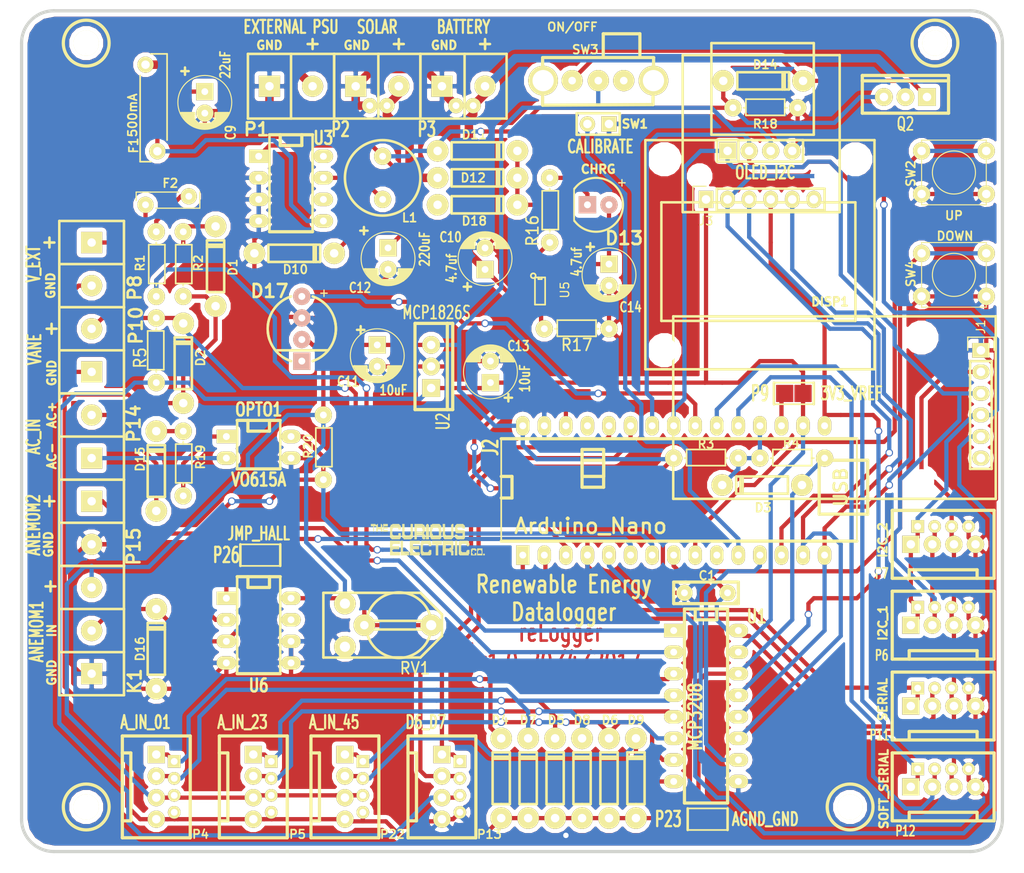
<source format=kicad_pcb>
(kicad_pcb (version 4) (host pcbnew 4.0.4-stable)
  (title_block (date "29 dec 2014"))
  (layers (0 Front signal) (31 Back signal) (34 B.Paste user) (35 F.Paste user) (36 B.SilkS user) (37 F.SilkS user) (38 B.Mask user) (39 F.Mask user) (44 Edge.Cuts user))
  (net 0 "")
  (net 1 "/Arduino Uno/D8")
  (net 2 "/Arduino Uno/VREF")
  (net 3 "/Power Supply/SOLAR+")
  (net 4 GND)
  (net 5 /Vss)
  (net 6 "/Power Supply/EXTERNAL+")
  (net 7 "/Power Supply/BATT+")
  (net 8 "Net-(C12-Pad1)")
  (net 9 +3.3V)
  (net 10 "Net-(C14-Pad1)")
  (net 11 /VEXT)
  (net 12 GNDA)
  (net 13 /VANE)
  (net 14 /VBATT)
  (net 15 /A0)
  (net 16 /A2)
  (net 17 /A4)
  (net 18 /A1)
  (net 19 /A3)
  (net 20 /A5)
  (net 21 "Net-(D10-Pad1)")
  (net 22 "Net-(D13-Pad1)")
  (net 23 "Net-(D14-Pad1)")
  (net 24 "Net-(D15-Pad1)")
  (net 25 /AC_to_Freq/AC_IN+)
  (net 26 /Hall_to_freq/Hall_In)
  (net 27 /LED_WS2811)
  (net 28 /SDA)
  (net 29 /SCLK)
  (net 30 "Net-(F1-Pad1)")
  (net 31 "Net-(F2-Pad1)")
  (net 32 "Net-(F2-Pad2)")
  (net 33 /CLK_INT)
  (net 34 /Tx)
  (net 35 /Rx)
  (net 36 "/Arduino Uno/RESET")
  (net 37 /IN_AN1)
  (net 38 /IN_ACFREQ)
  (net 39 /SW_A)
  (net 40 /SW_B)
  (net 41 /CS_ADC)
  (net 42 /SD_CS)
  (net 43 /DIN_ADC)
  (net 44 /DOUT_ADC)
  (net 45 /CLK_ADC)
  (net 46 /Tx_SOFT)
  (net 47 /Rx_SOFT)
  (net 48 /A6)
  (net 49 /A7)
  (net 50 "Net-(OPTO1-Pad1)")
  (net 51 /AC_to_Freq/AC_IN-)
  (net 52 "Net-(R16-Pad2)")
  (net 53 "Net-(R17-Pad1)")
  (net 54 "Net-(RV1-Pad2)")
  (module 3mm_hole_relogger (layer Front) (at 85.09 36.83)
    (fp_text reference HOLE1 hide)
    (fp_text value CONN_1 hide)
    (pad "" np_thru_hole circle (at 100 0) (size 3 3) (drill 3) (layers *.Cu *.Mask F.SilkS))
    (pad "" np_thru_hole circle (at 90 90) (size 3 3) (drill 3) (layers *.Cu *.Mask F.SilkS))
    (pad "" np_thru_hole circle (at 0 90) (size 3 3) (drill 3) (layers *.Cu *.Mask F.SilkS))
    (pad "" np_thru_hole circle (at 0 0) (size 3 3) (drill 3) (layers *.Cu *.Mask F.SilkS))
  )
  (module matts_components:C1_wide_lg_pad (layer Front) (at 159.385 101.6 180)
    (fp_text reference C1 (at 1.143 2.032 180) (layer F.SilkS) (effects (font (size 1.016 1.016) (thickness 0.2032))))
    (fp_text value 100n hide)
    (pad 1 thru_hole circle (at -1.27 0 180) (size 1.905 1.905) (drill 0.8001) (layers *.Cu *.Mask F.SilkS) (net 5 /Vss))
    (pad 2 thru_hole circle (at 3.81 0 180) (size 1.905 1.905) (drill 0.8001) (layers *.Cu *.Mask F.SilkS) (net 4 GND))
  )
  (module REInnovationFootprint:C_1V7_TH (layer Front) (at 99.06 43.815 270)
    (fp_text reference C9 (at 3.556 -3.048 270) (layer F.SilkS) (effects (font (size 1.143 0.889) (thickness 0.2032))))
    (fp_text value 22uF (at -4.445 -2.413 270) (layer F.SilkS) (effects (font (size 1.143 0.889) (thickness 0.2032))))
    (fp_text user + (at -3.683 2.413 270) (layer F.SilkS) (effects (font (size 1.143 1.143) (thickness 0.28702))))
    (pad 1 thru_hole rect (at -1.27 0 270) (size 2.032 2.032) (drill 0.8001) (layers *.Cu *.Mask F.SilkS) (net 6 "/Power Supply/EXTERNAL+"))
    (pad 2 thru_hole circle (at 1.27 0 270) (size 2.032 2.032) (drill 0.8001) (layers *.Cu *.Mask F.SilkS) (net 4 GND))
  )
  (module REInnovationFootprint:C_1V7_TH (layer Front) (at 132.08 62.23 90)
    (fp_text reference C10 (at 2.54 -4.064 180) (layer F.SilkS) (effects (font (size 1.143 0.889) (thickness 0.2032))))
    (fp_text value 4.7uf (at -1.143 -3.937 90) (layer F.SilkS) (effects (font (size 1.143 0.889) (thickness 0.2032))))
    (fp_text user + (at -3.302 -2.159 90) (layer F.SilkS) (effects (font (size 1.143 1.143) (thickness 0.28702))))
    (pad 1 thru_hole rect (at -1.27 0 90) (size 2.032 2.032) (drill 0.8001) (layers *.Cu *.Mask F.SilkS) (net 7 "/Power Supply/BATT+"))
    (pad 2 thru_hole circle (at 1.27 0 90) (size 2.032 2.032) (drill 0.8001) (layers *.Cu *.Mask F.SilkS) (net 4 GND))
  )
  (module REInnovationFootprint:C_1V7_TH (layer Front) (at 119.38 73.66 270)
    (fp_text reference C11 (at 3.048 3.429 360) (layer F.SilkS) (effects (font (size 1.143 0.889) (thickness 0.2032))))
    (fp_text value 10uF (at 4.064 -1.905 360) (layer F.SilkS) (effects (font (size 1.143 0.889) (thickness 0.2032))))
    (fp_text user + (at -3.048 2.032 270) (layer F.SilkS) (effects (font (size 1.143 1.143) (thickness 0.28702))))
    (pad 1 thru_hole rect (at -1.27 0 270) (size 2.032 2.032) (drill 0.8001) (layers *.Cu *.Mask F.SilkS) (net 5 /Vss))
    (pad 2 thru_hole circle (at 1.27 0 270) (size 2.032 2.032) (drill 0.8001) (layers *.Cu *.Mask F.SilkS) (net 4 GND))
  )
  (module REInnovationFootprint:C_1V7_TH (layer Front) (at 120.65 62.23 270)
    (fp_text reference C12 (at 3.429 3.302 360) (layer F.SilkS) (effects (font (size 1.143 0.889) (thickness 0.2032))))
    (fp_text value 220uF (at -1.143 -4.318 270) (layer F.SilkS) (effects (font (size 1.143 0.889) (thickness 0.2032))))
    (fp_text user + (at -3.302 2.921 270) (layer F.SilkS) (effects (font (size 1.143 1.143) (thickness 0.28702))))
    (pad 1 thru_hole rect (at -1.27 0 270) (size 2.032 2.032) (drill 0.8001) (layers *.Cu *.Mask F.SilkS) (net 8 "Net-(C12-Pad1)"))
    (pad 2 thru_hole circle (at 1.27 0 270) (size 2.032 2.032) (drill 0.8001) (layers *.Cu *.Mask F.SilkS) (net 4 GND))
  )
  (module REInnovationFootprint:C_1V7_TH (layer Front) (at 132.715 75.565 90)
    (fp_text reference C13 (at 3.048 3.302 180) (layer F.SilkS) (effects (font (size 1.143 0.889) (thickness 0.2032))))
    (fp_text value 10uF (at -0.762 4.064 90) (layer F.SilkS) (effects (font (size 1.143 0.889) (thickness 0.2032))))
    (fp_text user + (at -3.048 2.032 90) (layer F.SilkS) (effects (font (size 1.143 1.143) (thickness 0.28702))))
    (pad 1 thru_hole rect (at -1.27 0 90) (size 2.032 2.032) (drill 0.8001) (layers *.Cu *.Mask F.SilkS) (net 9 +3.3V))
    (pad 2 thru_hole circle (at 1.27 0 90) (size 2.032 2.032) (drill 0.8001) (layers *.Cu *.Mask F.SilkS) (net 4 GND))
  )
  (module REInnovationFootprint:C_1V7_TH (layer Front) (at 146.685 64.135 270)
    (fp_text reference C14 (at 3.81 -2.54 360) (layer F.SilkS) (effects (font (size 1.143 0.889) (thickness 0.2032))))
    (fp_text value 4.7uf (at -1.524 3.81 270) (layer F.SilkS) (effects (font (size 1.143 0.889) (thickness 0.2032))))
    (fp_text user + (at -3.302 2.286 270) (layer F.SilkS) (effects (font (size 1.143 1.143) (thickness 0.28702))))
    (pad 1 thru_hole rect (at -1.27 0 270) (size 2.032 2.032) (drill 0.8001) (layers *.Cu *.Mask F.SilkS) (net 10 "Net-(C14-Pad1)"))
    (pad 2 thru_hole circle (at 1.27 0 270) (size 2.032 2.032) (drill 0.8001) (layers *.Cu *.Mask F.SilkS) (net 4 GND))
  )
  (module REInnovationFootprint:TH_Diode_1 (layer Front) (at 100.33 63.5 90)
    (fp_text reference D1 (at 0.254 2.032 90) (layer F.SilkS) (effects (font (size 1.016 1.016) (thickness 0.2032))))
    (fp_text value 5V1 hide)
    (pad 1 thru_hole circle (at 5.08 0 90) (size 2.54 2.54) (drill 1.00076) (layers *.Cu *.Mask F.SilkS) (net 11 /VEXT))
    (pad 2 thru_hole circle (at -4.318 0 90) (size 2.54 2.54) (drill 1.00076) (layers *.Cu *.Mask F.SilkS) (net 12 GNDA))
  )
  (module REInnovationFootprint:TH_Diode_1 (layer Front) (at 96.52 74.93 90)
    (fp_text reference D2 (at 1.016 2.032 90) (layer F.SilkS) (effects (font (size 1.016 1.016) (thickness 0.2032))))
    (fp_text value 5V1 hide)
    (pad 1 thru_hole circle (at 5.08 0 90) (size 2.54 2.54) (drill 1.00076) (layers *.Cu *.Mask F.SilkS) (net 13 /VANE))
    (pad 2 thru_hole circle (at -4.318 0 90) (size 2.54 2.54) (drill 1.00076) (layers *.Cu *.Mask F.SilkS) (net 12 GNDA))
  )
  (module REInnovationFootprint:TH_Diode_1 (layer Front) (at 165.1 88.9 180)
    (fp_text reference D3 (at 0.254 -2.667 180) (layer F.SilkS) (effects (font (size 1.016 1.016) (thickness 0.2032))))
    (fp_text value 5V1 hide)
    (pad 1 thru_hole circle (at 5.08 0 180) (size 2.54 2.54) (drill 1.00076) (layers *.Cu *.Mask F.SilkS) (net 14 /VBATT))
    (pad 2 thru_hole circle (at -4.318 0 180) (size 2.54 2.54) (drill 1.00076) (layers *.Cu *.Mask F.SilkS) (net 12 GNDA))
  )
  (module REInnovationFootprint:TH_Diode_1 (layer Front) (at 133.985 123.825 90)
    (fp_text reference D4 (at 7.239 -0.127 180) (layer F.SilkS) (effects (font (size 1.016 1.016) (thickness 0.2032))))
    (fp_text value 5V1 hide)
    (pad 1 thru_hole circle (at 5.08 0 90) (size 2.54 2.54) (drill 1.00076) (layers *.Cu *.Mask F.SilkS) (net 15 /A0))
    (pad 2 thru_hole circle (at -4.318 0 90) (size 2.54 2.54) (drill 1.00076) (layers *.Cu *.Mask F.SilkS) (net 12 GNDA))
  )
  (module REInnovationFootprint:TH_Diode_1 (layer Front) (at 140.335 123.825 90)
    (fp_text reference D5 (at 7.239 0.127 180) (layer F.SilkS) (effects (font (size 1.016 1.016) (thickness 0.2032))))
    (fp_text value 5V1 hide)
    (pad 1 thru_hole circle (at 5.08 0 90) (size 2.54 2.54) (drill 1.00076) (layers *.Cu *.Mask F.SilkS) (net 16 /A2))
    (pad 2 thru_hole circle (at -4.318 0 90) (size 2.54 2.54) (drill 1.00076) (layers *.Cu *.Mask F.SilkS) (net 12 GNDA))
  )
  (module REInnovationFootprint:TH_Diode_1 (layer Front) (at 146.685 123.825 90)
    (fp_text reference D6 (at 7.239 0.127 180) (layer F.SilkS) (effects (font (size 1.016 1.016) (thickness 0.2032))))
    (fp_text value 5V1 hide)
    (pad 1 thru_hole circle (at 5.08 0 90) (size 2.54 2.54) (drill 1.00076) (layers *.Cu *.Mask F.SilkS) (net 17 /A4))
    (pad 2 thru_hole circle (at -4.318 0 90) (size 2.54 2.54) (drill 1.00076) (layers *.Cu *.Mask F.SilkS) (net 12 GNDA))
  )
  (module REInnovationFootprint:TH_Diode_1 (layer Front) (at 137.16 123.825 90)
    (fp_text reference D7 (at 7.239 0 180) (layer F.SilkS) (effects (font (size 1.016 1.016) (thickness 0.2032))))
    (fp_text value 5V1 hide)
    (pad 1 thru_hole circle (at 5.08 0 90) (size 2.54 2.54) (drill 1.00076) (layers *.Cu *.Mask F.SilkS) (net 18 /A1))
    (pad 2 thru_hole circle (at -4.318 0 90) (size 2.54 2.54) (drill 1.00076) (layers *.Cu *.Mask F.SilkS) (net 12 GNDA))
  )
  (module REInnovationFootprint:TH_Diode_1 (layer Front) (at 143.51 123.825 90)
    (fp_text reference D8 (at 7.239 0 180) (layer F.SilkS) (effects (font (size 1.016 1.016) (thickness 0.2032))))
    (fp_text value 5V1 hide)
    (pad 1 thru_hole circle (at 5.08 0 90) (size 2.54 2.54) (drill 1.00076) (layers *.Cu *.Mask F.SilkS) (net 19 /A3))
    (pad 2 thru_hole circle (at -4.318 0 90) (size 2.54 2.54) (drill 1.00076) (layers *.Cu *.Mask F.SilkS) (net 12 GNDA))
  )
  (module REInnovationFootprint:TH_Diode_1 (layer Front) (at 149.86 123.825 90)
    (fp_text reference D9 (at 7.239 0 180) (layer F.SilkS) (effects (font (size 1.016 1.016) (thickness 0.2032))))
    (fp_text value 5V1 hide)
    (pad 1 thru_hole circle (at 5.08 0 90) (size 2.54 2.54) (drill 1.00076) (layers *.Cu *.Mask F.SilkS) (net 20 /A5))
    (pad 2 thru_hole circle (at -4.318 0 90) (size 2.54 2.54) (drill 1.00076) (layers *.Cu *.Mask F.SilkS) (net 12 GNDA))
  )
  (module REInnovationFootprint:TH_Diode_1 (layer Front) (at 109.22 61.595)
    (fp_text reference D10 (at 0.508 1.905) (layer F.SilkS) (effects (font (size 1.016 1.016) (thickness 0.2032))))
    (fp_text value 1N5819 hide)
    (pad 1 thru_hole circle (at 5.08 0) (size 2.54 2.54) (drill 1.00076) (layers *.Cu *.Mask F.SilkS) (net 21 "Net-(D10-Pad1)"))
    (pad 2 thru_hole circle (at -4.318 0) (size 2.54 2.54) (drill 1.00076) (layers *.Cu *.Mask F.SilkS) (net 4 GND))
  )
  (module REInnovationFootprint:TH_Diode_1 (layer Front) (at 130.81 49.53)
    (fp_text reference D11 (at 0 -1.905) (layer F.SilkS) (effects (font (size 1.016 1.016) (thickness 0.2032))))
    (fp_text value D_Schottky hide)
    (pad 1 thru_hole circle (at 5.08 0) (size 2.54 2.54) (drill 1.00076) (layers *.Cu *.Mask F.SilkS) (net 10 "Net-(C14-Pad1)"))
    (pad 2 thru_hole circle (at -4.318 0) (size 2.54 2.54) (drill 1.00076) (layers *.Cu *.Mask F.SilkS) (net 8 "Net-(C12-Pad1)"))
  )
  (module REInnovationFootprint:TH_Diode_1 (layer Front) (at 130.81 52.705)
    (fp_text reference D12 (at -0.127 0 180) (layer F.SilkS) (effects (font (size 1.016 1.016) (thickness 0.2032))))
    (fp_text value D_Schottky hide)
    (pad 1 thru_hole circle (at 5.08 0) (size 2.54 2.54) (drill 1.00076) (layers *.Cu *.Mask F.SilkS) (net 10 "Net-(C14-Pad1)"))
    (pad 2 thru_hole circle (at -4.318 0) (size 2.54 2.54) (drill 1.00076) (layers *.Cu *.Mask F.SilkS) (net 3 "/Power Supply/SOLAR+"))
  )
  (module REInnovationFootprint:TH_LED-5MM_larg_pad (layer Front) (at 145.415 55.88 180)
    (fp_text reference D13 (at -3.048 -3.937 180) (layer F.SilkS) (effects (font (thickness 0.3048))))
    (fp_text value CHRG (at 0 4.191 180) (layer F.SilkS) (effects (font (thickness 0.25))))
    (fp_text user + (at -2.794 2.667 180) (layer F.SilkS))
    (pad 2 thru_hole circle (at -1.27 0 180) (size 2.032 2.032) (drill 0.8128) (layers *.Cu *.SilkS *.Mask F.Paste) (net 10 "Net-(C14-Pad1)"))
    (pad 1 thru_hole rect (at 1.27 0 180) (size 2.032 2.032) (drill 0.8128) (layers *.Cu *.SilkS *.Mask F.Paste) (net 22 "Net-(D13-Pad1)"))
  )
  (module REInnovationFootprint:TH_Diode_1 (layer Front) (at 164.465 41.275)
    (fp_text reference D14 (at 0.635 -1.905) (layer F.SilkS) (effects (font (thickness 0.2032))))
    (fp_text value D_Schottky hide)
    (pad 1 thru_hole circle (at 5.08 0) (size 2.54 2.54) (drill 1.00076) (layers *.Cu *.Mask F.SilkS) (net 23 "Net-(D14-Pad1)"))
    (pad 2 thru_hole circle (at -4.318 0) (size 2.54 2.54) (drill 1.00076) (layers *.Cu *.Mask F.SilkS) (net 8 "Net-(C12-Pad1)"))
  )
  (module REInnovationFootprint:TH_Diode_1 (layer Front) (at 93.345 87.63 90)
    (fp_text reference D15 (at 1.778 -1.905 90) (layer F.SilkS) (effects (font (thickness 0.2032))))
    (fp_text value 1N4001 hide)
    (pad 1 thru_hole circle (at 5.08 0 90) (size 2.54 2.54) (drill 1.00076) (layers *.Cu *.Mask F.SilkS) (net 24 "Net-(D15-Pad1)"))
    (pad 2 thru_hole circle (at -4.318 0 90) (size 2.54 2.54) (drill 1.00076) (layers *.Cu *.Mask F.SilkS) (net 25 /AC_to_Freq/AC_IN+))
  )
  (module REInnovationFootprint:TH_Diode_1 (layer Front) (at 93.345 108.585 90)
    (fp_text reference D16 (at 0.381 -1.905 90) (layer F.SilkS) (effects (font (thickness 0.2032))))
    (fp_text value 5V1 hide)
    (pad 1 thru_hole circle (at 5.08 0 90) (size 2.54 2.54) (drill 1.00076) (layers *.Cu *.Mask F.SilkS) (net 26 /Hall_to_freq/Hall_In))
    (pad 2 thru_hole circle (at -4.318 0 90) (size 2.54 2.54) (drill 1.00076) (layers *.Cu *.Mask F.SilkS) (net 4 GND))
  )
  (module REInnovationFootprint:TH_WS2811_LED_8mm (layer Front) (at 110.49 70.485 270)
    (fp_text reference D17 (at -4.445 3.81 360) (layer F.SilkS) (effects (font (thickness 0.3048))))
    (fp_text value WS2811_EpiStar_8mm hide)
    (fp_text user + (at -4.191 -2.54 270) (layer F.SilkS))
    (pad 4 thru_hole circle (at -3.81 0 270) (size 2.032 2.032) (drill 0.8128) (layers *.Cu *.SilkS *.Mask F.Paste) (net 27 /LED_WS2811))
    (pad 3 thru_hole circle (at -1.27 0 270) (size 2.032 2.032) (drill 0.8128) (layers *.Cu *.SilkS *.Mask F.Paste) (net 4 GND))
    (pad 2 thru_hole circle (at 1.27 0 270) (size 2.032 2.032) (drill 0.8128) (layers *.Cu *.SilkS *.Mask F.Paste) (net 5 /Vss))
    (pad 1 thru_hole rect (at 3.81 0 270) (size 2.032 2.032) (drill 0.8128) (layers *.Cu *.SilkS *.Mask F.Paste))
  )
  (module REInnovationFootprint:TH_Diode_1 (layer Front) (at 130.81 55.88)
    (fp_text reference D18 (at 0 1.905) (layer F.SilkS) (effects (font (size 1.016 1.016) (thickness 0.2032))))
    (fp_text value D_Schottky hide)
    (pad 1 thru_hole circle (at 5.08 0) (size 2.54 2.54) (drill 1.00076) (layers *.Cu *.Mask F.SilkS) (net 10 "Net-(C14-Pad1)"))
    (pad 2 thru_hole circle (at -4.318 0) (size 2.54 2.54) (drill 1.00076) (layers *.Cu *.Mask F.SilkS))
  )
  (module REInnovationFootprint:TH_OLED1306 (layer Front) (at 164.465 48.26)
    (fp_text reference DISP1 (at 8.255 19.05) (layer F.SilkS) (effects (font (thickness 0.25))))
    (fp_text value OLED_I2C (at 0.635 3.81) (layer F.SilkS) (effects (font (size 1.524 1.016) (thickness 0.254))))
    (pad 1 thru_hole rect (at -3.81 1.27) (size 2.032 2.032) (drill 1.00076) (layers *.Cu *.Mask F.SilkS) (net 28 /SDA))
    (pad 2 thru_hole circle (at -1.27 1.27) (size 2.032 2.032) (drill 1.00076) (layers *.Cu *.Mask F.SilkS) (net 29 /SCLK))
    (pad 3 thru_hole circle (at 1.27 1.27) (size 2.032 2.032) (drill 1.00076) (layers *.Cu *.Mask F.SilkS) (net 5 /Vss))
    (pad 4 thru_hole circle (at 3.81 1.27) (size 2.032 2.032) (drill 1.00076) (layers *.Cu *.Mask F.SilkS) (net 4 GND))
    (pad "" np_thru_hole circle (at 11.25 2.25) (size 3 3) (drill 3) (layers *.Cu *.Mask))
    (pad "" np_thru_hole circle (at 11.25 24.75) (size 3 3) (drill 3) (layers *.Cu *.Mask))
    (pad "" np_thru_hole circle (at -11.25 24.75) (size 3 3) (drill 3) (layers *.Cu *.Mask))
    (pad "" np_thru_hole circle (at -11.25 2.25) (size 3 3) (drill 3) (layers *.Cu *.Mask))
  )
  (module REInnovationFootprint:TH_MC36201_FUSE (layer Front) (at 92.075 39.37 270)
    (fp_text reference F1 (at 9.525 1.397 270) (layer F.SilkS) (effects (font (size 1.016 1.016) (thickness 0.2032))))
    (fp_text value 500mA (at 5.969 1.524 450) (layer F.SilkS) (effects (font (size 1.016 1.016) (thickness 0.2032))))
    (pad 1 thru_hole circle (at 0 0 270) (size 1.905 1.905) (drill 1) (layers *.Cu *.Mask F.SilkS) (net 30 "Net-(F1-Pad1)"))
    (pad 2 thru_hole circle (at 10.2 -1.4 270) (size 1.905 1.905) (drill 1) (layers *.Cu *.Mask F.SilkS) (net 6 "/Power Supply/EXTERNAL+"))
  )
  (module REInnovationFootprint:TH_MC36188_FUSE (layer Front) (at 92.075 55.88)
    (fp_text reference F2 (at 2.921 -2.54) (layer F.SilkS) (effects (font (size 1.016 1.016) (thickness 0.2032))))
    (fp_text value 100mA hide)
    (pad 1 thru_hole circle (at 0 0) (size 1.905 1.905) (drill 0.8) (layers *.Cu *.Mask F.SilkS) (net 31 "Net-(F2-Pad1)"))
    (pad 2 thru_hole circle (at 5.1 -1) (size 1.905 1.905) (drill 0.8) (layers *.Cu *.Mask F.SilkS) (net 32 "Net-(F2-Pad2)"))
  )
  (module REInnovationFootprint:NANO_DIP_30_600 (layer Front) (at 160.655 89.535)
    (fp_text reference J2 (at -27.94 -5.08 90) (layer F.SilkS) (effects (font (size 1.778 1.143) (thickness 0.3048))))
    (fp_text value Arduino_Nano (at -16.129 4.191) (layer F.SilkS) (effects (font (size 1.778 1.778) (thickness 0.3048))))
    (fp_text user USB (at 13.335 -0.381 90) (layer F.SilkS) (effects (font (thickness 0.3048))))
    (pad 1 thru_hole rect (at -24.13 7.62) (size 1.5748 2.286) (drill 0.8128) (layers *.Cu *.Mask F.SilkS) (net 34 /Tx))
    (pad 2 thru_hole oval (at -21.59 7.62) (size 1.5748 2.286) (drill 0.8128) (layers *.Cu *.Mask F.SilkS) (net 35 /Rx))
    (pad 3 thru_hole oval (at -19.05 7.62) (size 1.5748 2.286) (drill 0.8128) (layers *.Cu *.Mask F.SilkS) (net 36 "/Arduino Uno/RESET"))
    (pad 4 thru_hole oval (at -16.51 7.62) (size 1.5748 2.286) (drill 0.8128) (layers *.Cu *.Mask F.SilkS) (net 4 GND))
    (pad 5 thru_hole oval (at -13.97 7.62) (size 1.5748 2.286) (drill 0.8128) (layers *.Cu *.Mask F.SilkS) (net 33 /CLK_INT))
    (pad 6 thru_hole oval (at -11.43 7.62) (size 1.5748 2.286) (drill 0.8128) (layers *.Cu *.Mask F.SilkS) (net 37 /IN_AN1))
    (pad 7 thru_hole oval (at -8.89 7.62) (size 1.5748 2.286) (drill 0.8128) (layers *.Cu *.Mask F.SilkS) (net 38 /IN_ACFREQ))
    (pad 8 thru_hole oval (at -6.35 7.62) (size 1.5748 2.286) (drill 0.8128) (layers *.Cu *.Mask F.SilkS) (net 39 /SW_A))
    (pad 9 thru_hole oval (at -3.81 7.62) (size 1.5748 2.286) (drill 0.8128) (layers *.Cu *.Mask F.SilkS) (net 40 /SW_B))
    (pad 10 thru_hole oval (at -1.27 7.62) (size 1.5748 2.286) (drill 0.8128) (layers *.Cu *.Mask F.SilkS))
    (pad 11 thru_hole oval (at 1.27 7.62) (size 1.5748 2.286) (drill 0.8128) (layers *.Cu *.Mask F.SilkS) (net 1 "/Arduino Uno/D8"))
    (pad 12 thru_hole oval (at 3.81 7.62) (size 1.5748 2.286) (drill 0.8128) (layers *.Cu *.Mask F.SilkS) (net 41 /CS_ADC))
    (pad 13 thru_hole oval (at 6.35 7.62) (size 1.5748 2.286) (drill 0.8128) (layers *.Cu *.Mask F.SilkS) (net 42 /SD_CS))
    (pad 14 thru_hole oval (at 8.89 7.62) (size 1.5748 2.286) (drill 0.8128) (layers *.Cu *.Mask F.SilkS) (net 43 /DIN_ADC))
    (pad 15 thru_hole oval (at 11.43 7.62) (size 1.5748 2.286) (drill 0.8128) (layers *.Cu *.Mask F.SilkS) (net 44 /DOUT_ADC))
    (pad 16 thru_hole oval (at 11.43 -7.62) (size 1.5748 2.286) (drill 0.8128) (layers *.Cu *.Mask F.SilkS) (net 45 /CLK_ADC))
    (pad 17 thru_hole oval (at 8.89 -7.62) (size 1.5748 2.286) (drill 0.8128) (layers *.Cu *.Mask F.SilkS) (net 9 +3.3V))
    (pad 18 thru_hole oval (at 6.35 -7.62) (size 1.5748 2.286) (drill 0.8128) (layers *.Cu *.Mask F.SilkS) (net 2 "/Arduino Uno/VREF"))
    (pad 19 thru_hole oval (at 3.81 -7.62) (size 1.5748 2.286) (drill 0.8128) (layers *.Cu *.Mask F.SilkS) (net 14 /VBATT))
    (pad 20 thru_hole oval (at 1.27 -7.62) (size 1.5748 2.286) (drill 0.8128) (layers *.Cu *.Mask F.SilkS) (net 46 /Tx_SOFT))
    (pad 21 thru_hole oval (at -1.27 -7.62) (size 1.5748 2.286) (drill 0.8128) (layers *.Cu *.Mask F.SilkS) (net 47 /Rx_SOFT))
    (pad 22 thru_hole oval (at -3.81 -7.62) (size 1.5748 2.286) (drill 0.8128) (layers *.Cu *.Mask F.SilkS) (net 27 /LED_WS2811))
    (pad 23 thru_hole oval (at -6.35 -7.62) (size 1.5748 2.286) (drill 0.8128) (layers *.Cu *.Mask F.SilkS) (net 28 /SDA))
    (pad 24 thru_hole oval (at -8.89 -7.62) (size 1.5748 2.286) (drill 0.8128) (layers *.Cu *.Mask F.SilkS) (net 29 /SCLK))
    (pad 25 thru_hole oval (at -11.43 -7.62) (size 1.5748 2.286) (drill 0.8128) (layers *.Cu *.Mask F.SilkS) (net 48 /A6))
    (pad 26 thru_hole oval (at -13.97 -7.62) (size 1.5748 2.286) (drill 0.8128) (layers *.Cu *.Mask F.SilkS) (net 49 /A7))
    (pad 27 thru_hole oval (at -16.51 -7.62) (size 1.5748 2.286) (drill 0.8128) (layers *.Cu *.Mask F.SilkS))
    (pad 28 thru_hole oval (at -19.05 -7.62) (size 1.5748 2.286) (drill 0.8128) (layers *.Cu *.Mask F.SilkS) (net 36 "/Arduino Uno/RESET"))
    (pad 29 thru_hole oval (at -21.59 -7.62) (size 1.5748 2.286) (drill 0.8128) (layers *.Cu *.Mask F.SilkS) (net 4 GND))
    (pad 30 thru_hole oval (at -24.13 -7.62) (size 1.5748 2.286) (drill 0.8128) (layers *.Cu *.Mask F.SilkS) (net 5 /Vss))
  )
  (module REInnovationFootprint:TH_Inductor (layer Front) (at 120.015 52.705 90)
    (fp_text reference L1 (at -4.699 3.175 180) (layer F.SilkS) (effects (font (size 1.016 1.016) (thickness 0.2032))))
    (fp_text value 330uH hide)
    (pad 1 thru_hole circle (at -2.54 0 90) (size 2.032 2.032) (drill 0.8001) (layers *.Cu *.Mask F.SilkS) (net 21 "Net-(D10-Pad1)"))
    (pad 2 thru_hole circle (at 2.54 0 90) (size 2.032 2.032) (drill 0.8001) (layers *.Cu *.Mask F.SilkS) (net 8 "Net-(C12-Pad1)"))
  )
  (module REInnovationFootprint:SIL-2_screw_terminal (layer Front) (at 106.68 41.91)
    (fp_text reference P1 (at -1.524 5.08 180) (layer F.SilkS) (effects (font (thickness 0.3048))))
    (fp_text value "EXTERNAL PSU" (at 2.54 -6.985) (layer F.SilkS) (effects (font (size 1.524 1.016) (thickness 0.254))))
    (fp_text user GND (at 0 -4.826 180) (layer F.SilkS) (effects (font (thickness 0.25))))
    (fp_text user + (at 5.08 -5.08) (layer F.SilkS) (effects (font (thickness 0.3048))))
    (pad 1 thru_hole rect (at 0 0) (size 2.49936 2.49936) (drill 1.00076) (layers *.Cu *.Mask F.SilkS) (net 4 GND))
    (pad 2 thru_hole circle (at 5.08 0) (size 2.49936 2.49936) (drill 1.00076) (layers *.Cu *.Mask F.SilkS) (net 30 "Net-(F1-Pad1)"))
  )
  (module REInnovationFootprint:SIL_2_screw_+_JST_2mm (layer Front) (at 127 41.91)
    (fp_text reference P2 (at -11.938 5.08) (layer F.SilkS) (effects (font (size 1.72974 1.08712) (thickness 0.27178))))
    (fp_text value BATTERY (at 2.54 -6.985 180) (layer F.SilkS) (effects (font (size 1.524 1.016) (thickness 0.254))))
    (fp_text user GND (at 0.254 -4.826) (layer F.SilkS) (effects (font (thickness 0.25))))
    (fp_text user + (at 5.08 -5.08) (layer F.SilkS) (effects (font (thickness 0.3048))))
    (pad 1 thru_hole rect (at 0 0) (size 2.49936 2.49936) (drill 1.00076) (layers *.Cu *.Mask F.SilkS) (net 4 GND))
    (pad 2 thru_hole circle (at 5.08 0) (size 2.49936 2.49936) (drill 1.00076) (layers *.Cu *.Mask F.SilkS) (net 7 "/Power Supply/BATT+"))
    (pad 1 thru_hole circle (at 1.651 2.286) (size 1.8 1.8) (drill 0.8) (layers *.Cu *.Mask F.SilkS) (net 4 GND))
    (pad 2 thru_hole circle (at 3.683 2.286) (size 1.8 1.8) (drill 0.8) (layers *.Cu *.Mask F.SilkS) (net 7 "/Power Supply/BATT+"))
  )
  (module REInnovationFootprint:SIL_2_screw_+_JST_2mm (layer Front) (at 116.84 41.91)
    (fp_text reference P3 (at 8.382 5.08) (layer F.SilkS) (effects (font (size 1.72974 1.08712) (thickness 0.27178))))
    (fp_text value SOLAR (at 2.54 -6.985 180) (layer F.SilkS) (effects (font (size 1.524 1.016) (thickness 0.254))))
    (fp_text user GND (at 0.127 -4.826) (layer F.SilkS) (effects (font (thickness 0.25))))
    (fp_text user + (at 5.08 -5.08) (layer F.SilkS) (effects (font (thickness 0.3048))))
    (pad 1 thru_hole rect (at 0 0) (size 2.49936 2.49936) (drill 1.00076) (layers *.Cu *.Mask F.SilkS) (net 4 GND))
    (pad 2 thru_hole circle (at 5.08 0) (size 2.49936 2.49936) (drill 1.00076) (layers *.Cu *.Mask F.SilkS) (net 3 "/Power Supply/SOLAR+"))
    (pad 1 thru_hole circle (at 1.651 2.286) (size 1.8 1.8) (drill 0.8) (layers *.Cu *.Mask F.SilkS) (net 4 GND))
    (pad 2 thru_hole circle (at 3.683 2.286) (size 1.8 1.8) (drill 0.8) (layers *.Cu *.Mask F.SilkS) (net 3 "/Power Supply/SOLAR+"))
  )
  (module matts_components:SIL-4_Grove_SIL (layer Front) (at 93.345 124.46 270)
    (fp_text reference P4 (at 5.588 -5.207 360) (layer F.SilkS) (effects (font (thickness 0.2))))
    (fp_text value A_IN_01 (at -7.62 1.27 360) (layer F.SilkS) (effects (font (size 1.524 1.016) (thickness 0.254))))
    (pad 1 thru_hole rect (at -3.81 0 270) (size 2.032 2.032) (drill 1.00076) (layers *.Cu *.Mask F.SilkS) (net 15 /A0))
    (pad 2 thru_hole circle (at -1.27 0 270) (size 2.032 2.032) (drill 1.00076) (layers *.Cu *.Mask F.SilkS) (net 18 /A1))
    (pad 3 thru_hole circle (at 1.27 0 270) (size 2.032 2.032) (drill 1.00076) (layers *.Cu *.Mask F.SilkS) (net 5 /Vss))
    (pad 4 thru_hole circle (at 3.81 0 270) (size 2.032 2.032) (drill 1.00076) (layers *.Cu *.Mask F.SilkS) (net 12 GNDA))
    (pad 1 thru_hole rect (at -3 -2.111 270) (size 1.5 1.5) (drill 0.8) (layers *.Cu *.Mask F.SilkS) (net 15 /A0))
    (pad 2 thru_hole circle (at -1 -2.111 270) (size 1.5 1.5) (drill 0.8) (layers *.Cu *.Mask F.SilkS) (net 18 /A1))
    (pad 3 thru_hole circle (at 1 -2.111 270) (size 1.5 1.5) (drill 0.8) (layers *.Cu *.Mask F.SilkS) (net 5 /Vss))
    (pad 4 thru_hole circle (at 3 -2.111 270) (size 1.5 1.5) (drill 0.8) (layers *.Cu *.Mask F.SilkS) (net 12 GNDA))
  )
  (module matts_components:SIL-4_Grove_SIL (layer Front) (at 104.775 124.46 270)
    (fp_text reference P5 (at 5.588 -5.207 360) (layer F.SilkS) (effects (font (thickness 0.2))))
    (fp_text value A_IN_23 (at -7.62 1.27 360) (layer F.SilkS) (effects (font (size 1.524 1.016) (thickness 0.254))))
    (pad 1 thru_hole rect (at -3.81 0 270) (size 2.032 2.032) (drill 1.00076) (layers *.Cu *.Mask F.SilkS) (net 16 /A2))
    (pad 2 thru_hole circle (at -1.27 0 270) (size 2.032 2.032) (drill 1.00076) (layers *.Cu *.Mask F.SilkS) (net 19 /A3))
    (pad 3 thru_hole circle (at 1.27 0 270) (size 2.032 2.032) (drill 1.00076) (layers *.Cu *.Mask F.SilkS) (net 5 /Vss))
    (pad 4 thru_hole circle (at 3.81 0 270) (size 2.032 2.032) (drill 1.00076) (layers *.Cu *.Mask F.SilkS) (net 12 GNDA))
    (pad 1 thru_hole rect (at -3 -2.111 270) (size 1.5 1.5) (drill 0.8) (layers *.Cu *.Mask F.SilkS) (net 16 /A2))
    (pad 2 thru_hole circle (at -1 -2.111 270) (size 1.5 1.5) (drill 0.8) (layers *.Cu *.Mask F.SilkS) (net 19 /A3))
    (pad 3 thru_hole circle (at 1 -2.111 270) (size 1.5 1.5) (drill 0.8) (layers *.Cu *.Mask F.SilkS) (net 5 /Vss))
    (pad 4 thru_hole circle (at 3 -2.111 270) (size 1.5 1.5) (drill 0.8) (layers *.Cu *.Mask F.SilkS) (net 12 GNDA))
  )
  (module matts_components:SIL-4_Grove_SIL (layer Front) (at 186.055 105.41)
    (fp_text reference P6 (at -7.239 3.556) (layer F.SilkS) (effects (font (size 1.2 0.8) (thickness 0.2))))
    (fp_text value I2C_1 (at -7.112 -0.254 90) (layer F.SilkS) (effects (font (thickness 0.25))))
    (pad 1 thru_hole rect (at -3.81 0) (size 2.032 2.032) (drill 1.00076) (layers *.Cu *.Mask F.SilkS) (net 29 /SCLK))
    (pad 2 thru_hole circle (at -1.27 0) (size 2.032 2.032) (drill 1.00076) (layers *.Cu *.Mask F.SilkS) (net 28 /SDA))
    (pad 3 thru_hole circle (at 1.27 0) (size 2.032 2.032) (drill 1.00076) (layers *.Cu *.Mask F.SilkS) (net 5 /Vss))
    (pad 4 thru_hole circle (at 3.81 0) (size 2.032 2.032) (drill 1.00076) (layers *.Cu *.Mask F.SilkS) (net 4 GND))
    (pad 1 thru_hole rect (at -3 -2.111) (size 1.5 1.5) (drill 0.8) (layers *.Cu *.Mask F.SilkS) (net 29 /SCLK))
    (pad 2 thru_hole circle (at -1 -2.111) (size 1.5 1.5) (drill 0.8) (layers *.Cu *.Mask F.SilkS) (net 28 /SDA))
    (pad 3 thru_hole circle (at 1 -2.111) (size 1.5 1.5) (drill 0.8) (layers *.Cu *.Mask F.SilkS) (net 5 /Vss))
    (pad 4 thru_hole circle (at 3 -2.111) (size 1.5 1.5) (drill 0.8) (layers *.Cu *.Mask F.SilkS) (net 4 GND))
  )
  (module matts_components:SIL-4_Grove_SIL (layer Front) (at 186.055 95.885)
    (fp_text reference P7 (at -7.239 3.429 180) (layer F.SilkS) (effects (font (size 1.2 0.8) (thickness 0.2))))
    (fp_text value I2C_2 (at -7.112 -0.508 90) (layer F.SilkS) (effects (font (thickness 0.25))))
    (pad 1 thru_hole rect (at -3.81 0) (size 2.032 2.032) (drill 1.00076) (layers *.Cu *.Mask F.SilkS) (net 29 /SCLK))
    (pad 2 thru_hole circle (at -1.27 0) (size 2.032 2.032) (drill 1.00076) (layers *.Cu *.Mask F.SilkS) (net 28 /SDA))
    (pad 3 thru_hole circle (at 1.27 0) (size 2.032 2.032) (drill 1.00076) (layers *.Cu *.Mask F.SilkS) (net 5 /Vss))
    (pad 4 thru_hole circle (at 3.81 0) (size 2.032 2.032) (drill 1.00076) (layers *.Cu *.Mask F.SilkS) (net 4 GND))
    (pad 1 thru_hole rect (at -3 -2.111) (size 1.5 1.5) (drill 0.8) (layers *.Cu *.Mask F.SilkS) (net 29 /SCLK))
    (pad 2 thru_hole circle (at -1 -2.111) (size 1.5 1.5) (drill 0.8) (layers *.Cu *.Mask F.SilkS) (net 28 /SDA))
    (pad 3 thru_hole circle (at 1 -2.111) (size 1.5 1.5) (drill 0.8) (layers *.Cu *.Mask F.SilkS) (net 5 /Vss))
    (pad 4 thru_hole circle (at 3 -2.111) (size 1.5 1.5) (drill 0.8) (layers *.Cu *.Mask F.SilkS) (net 4 GND))
  )
  (module REInnovationFootprint:SIL-2_screw_terminal (layer Front) (at 85.725 60.325 270)
    (fp_text reference P8 (at 5.334 -5.08 270) (layer F.SilkS) (effects (font (thickness 0.3048))))
    (fp_text value V_EXT (at 2.54 6.858 270) (layer F.SilkS) (effects (font (size 1.524 1.016) (thickness 0.254))))
    (fp_text user GND (at 5.08 4.826 450) (layer F.SilkS) (effects (font (thickness 0.25))))
    (fp_text user + (at 0 5.08 270) (layer F.SilkS) (effects (font (thickness 0.3048))))
    (pad 1 thru_hole rect (at 0 0 270) (size 2.49936 2.49936) (drill 1.00076) (layers *.Cu *.Mask F.SilkS) (net 31 "Net-(F2-Pad1)"))
    (pad 2 thru_hole circle (at 5.08 0 270) (size 2.49936 2.49936) (drill 1.00076) (layers *.Cu *.Mask F.SilkS) (net 12 GNDA))
  )
  (module REInnovationFootprint:SM_2_SLDR_JMP (layer Front) (at 167.005 78.105 180)
    (fp_text reference P9 (at 2.54 0 180) (layer F.SilkS) (effects (font (size 1.7907 1.07696) (thickness 0.26924))))
    (fp_text value 3V3_VREF (at -8.255 0 180) (layer F.SilkS) (effects (font (size 1.524 1.016) (thickness 0.254))))
    (pad 1 smd rect (at -2.54 0 180) (size 2.032 2.032) (layers Front F.Paste F.Mask) (net 9 +3.3V))
    (pad 2 smd rect (at -0.381 0 180) (size 2.032 2.032) (layers Front F.Paste F.Mask) (net 2 "/Arduino Uno/VREF"))
  )
  (module REInnovationFootprint:SIL-2_screw_terminal (layer Front) (at 85.725 75.565 90)
    (fp_text reference P10 (at 5.461 5.207 270) (layer F.SilkS) (effects (font (thickness 0.3048))))
    (fp_text value VANE (at 2.667 -6.731 90) (layer F.SilkS) (effects (font (size 1.524 1.016) (thickness 0.254))))
    (fp_text user GND (at -0.127 -4.699 270) (layer F.SilkS) (effects (font (thickness 0.25))))
    (fp_text user + (at 5.08 -4.826 90) (layer F.SilkS) (effects (font (thickness 0.3048))))
    (pad 1 thru_hole rect (at 0 0 90) (size 2.49936 2.49936) (drill 1.00076) (layers *.Cu *.Mask F.SilkS) (net 12 GNDA))
    (pad 2 thru_hole circle (at 5.08 0 90) (size 2.49936 2.49936) (drill 1.00076) (layers *.Cu *.Mask F.SilkS) (net 13 /VANE))
  )
  (module matts_components:SIL-4_Grove_SIL (layer Front) (at 186.055 114.935)
    (fp_text reference P11 (at -7.493 3.429 180) (layer F.SilkS) (effects (font (size 1.2 0.8) (thickness 0.2))))
    (fp_text value SERIAL (at -7.112 -0.762 90) (layer F.SilkS) (effects (font (thickness 0.25))))
    (pad 1 thru_hole rect (at -3.81 0) (size 2.032 2.032) (drill 1.00076) (layers *.Cu *.Mask F.SilkS) (net 35 /Rx))
    (pad 2 thru_hole circle (at -1.27 0) (size 2.032 2.032) (drill 1.00076) (layers *.Cu *.Mask F.SilkS) (net 34 /Tx))
    (pad 3 thru_hole circle (at 1.27 0) (size 2.032 2.032) (drill 1.00076) (layers *.Cu *.Mask F.SilkS) (net 5 /Vss))
    (pad 4 thru_hole circle (at 3.81 0) (size 2.032 2.032) (drill 1.00076) (layers *.Cu *.Mask F.SilkS) (net 4 GND))
    (pad 1 thru_hole rect (at -3 -2.111) (size 1.5 1.5) (drill 0.8) (layers *.Cu *.Mask F.SilkS) (net 35 /Rx))
    (pad 2 thru_hole circle (at -1 -2.111) (size 1.5 1.5) (drill 0.8) (layers *.Cu *.Mask F.SilkS) (net 34 /Tx))
    (pad 3 thru_hole circle (at 1 -2.111) (size 1.5 1.5) (drill 0.8) (layers *.Cu *.Mask F.SilkS) (net 5 /Vss))
    (pad 4 thru_hole circle (at 3 -2.111) (size 1.5 1.5) (drill 0.8) (layers *.Cu *.Mask F.SilkS) (net 4 GND))
  )
  (module matts_components:SIL-4_Grove_SIL (layer Front) (at 186.055 124.46)
    (fp_text reference P12 (at -4.445 5.207 180) (layer F.SilkS) (effects (font (size 1.2 0.8) (thickness 0.2))))
    (fp_text value SOFT_SERIAL (at -6.985 0.254 270) (layer F.SilkS) (effects (font (thickness 0.25))))
    (pad 1 thru_hole rect (at -3.81 0) (size 2.032 2.032) (drill 1.00076) (layers *.Cu *.Mask F.SilkS) (net 47 /Rx_SOFT))
    (pad 2 thru_hole circle (at -1.27 0) (size 2.032 2.032) (drill 1.00076) (layers *.Cu *.Mask F.SilkS) (net 46 /Tx_SOFT))
    (pad 3 thru_hole circle (at 1.27 0) (size 2.032 2.032) (drill 1.00076) (layers *.Cu *.Mask F.SilkS) (net 5 /Vss))
    (pad 4 thru_hole circle (at 3.81 0) (size 2.032 2.032) (drill 1.00076) (layers *.Cu *.Mask F.SilkS) (net 4 GND))
    (pad 1 thru_hole rect (at -3 -2.111) (size 1.5 1.5) (drill 0.8) (layers *.Cu *.Mask F.SilkS) (net 47 /Rx_SOFT))
    (pad 2 thru_hole circle (at -1 -2.111) (size 1.5 1.5) (drill 0.8) (layers *.Cu *.Mask F.SilkS) (net 46 /Tx_SOFT))
    (pad 3 thru_hole circle (at 1 -2.111) (size 1.5 1.5) (drill 0.8) (layers *.Cu *.Mask F.SilkS) (net 5 /Vss))
    (pad 4 thru_hole circle (at 3 -2.111) (size 1.5 1.5) (drill 0.8) (layers *.Cu *.Mask F.SilkS) (net 4 GND))
  )
  (module matts_components:SIL-4_Grove_SIL (layer Front) (at 127 124.46 270)
    (fp_text reference P13 (at 5.588 -5.588 360) (layer F.SilkS) (effects (font (thickness 0.2))))
    (fp_text value D6_D7 (at -7.62 1.905 360) (layer F.SilkS) (effects (font (size 1.524 1.016) (thickness 0.254))))
    (pad 1 thru_hole rect (at -3.81 0 270) (size 2.032 2.032) (drill 1.00076) (layers *.Cu *.Mask F.SilkS) (net 48 /A6))
    (pad 2 thru_hole circle (at -1.27 0 270) (size 2.032 2.032) (drill 1.00076) (layers *.Cu *.Mask F.SilkS) (net 49 /A7))
    (pad 3 thru_hole circle (at 1.27 0 270) (size 2.032 2.032) (drill 1.00076) (layers *.Cu *.Mask F.SilkS) (net 9 +3.3V))
    (pad 4 thru_hole circle (at 3.81 0 270) (size 2.032 2.032) (drill 1.00076) (layers *.Cu *.Mask F.SilkS) (net 4 GND))
    (pad 1 thru_hole rect (at -3 -2.111 270) (size 1.5 1.5) (drill 0.8) (layers *.Cu *.Mask F.SilkS) (net 48 /A6))
    (pad 2 thru_hole circle (at -1 -2.111 270) (size 1.5 1.5) (drill 0.8) (layers *.Cu *.Mask F.SilkS) (net 49 /A7))
    (pad 3 thru_hole circle (at 1 -2.111 270) (size 1.5 1.5) (drill 0.8) (layers *.Cu *.Mask F.SilkS) (net 9 +3.3V))
    (pad 4 thru_hole circle (at 3 -2.111 270) (size 1.5 1.5) (drill 0.8) (layers *.Cu *.Mask F.SilkS) (net 4 GND))
  )
  (module REInnovationFootprint:SIL-2_screw_terminal (layer Front) (at 85.725 85.725 90)
    (fp_text reference P14 (at 4.064 4.953 270) (layer F.SilkS) (effects (font (thickness 0.3048))))
    (fp_text value AC_IN (at 2.54 -6.858 90) (layer F.SilkS) (effects (font (size 1.524 1.016) (thickness 0.254))))
    (fp_text user AC- (at 0.254 -4.699 90) (layer F.SilkS) (effects (font (thickness 0.25))))
    (fp_text user AC+ (at 5.08 -4.699 90) (layer F.SilkS) (effects (font (thickness 0.25))))
    (pad 1 thru_hole rect (at 0 0 90) (size 2.49936 2.49936) (drill 1.00076) (layers *.Cu *.Mask F.SilkS) (net 51 /AC_to_Freq/AC_IN-))
    (pad 2 thru_hole circle (at 5.08 0 90) (size 2.49936 2.49936) (drill 1.00076) (layers *.Cu *.Mask F.SilkS) (net 25 /AC_to_Freq/AC_IN+))
  )
  (module REInnovationFootprint:SIL-2_screw_terminal (layer Front) (at 85.725 90.805 270)
    (fp_text reference P15 (at 5.334 -4.953 450) (layer F.SilkS) (effects (font (thickness 0.3048))))
    (fp_text value ANEMOM2 (at 2.794 6.858 270) (layer F.SilkS) (effects (font (size 1.524 1.016) (thickness 0.254))))
    (fp_text user GND (at 5.08 5.08 450) (layer F.SilkS) (effects (font (thickness 0.25))))
    (fp_text user + (at 0 5.08 270) (layer F.SilkS) (effects (font (thickness 0.3048))))
    (pad 1 thru_hole rect (at 0 0 270) (size 2.49936 2.49936) (drill 1.00076) (layers *.Cu *.Mask F.SilkS) (net 38 /IN_ACFREQ))
    (pad 2 thru_hole circle (at 5.08 0 270) (size 2.49936 2.49936) (drill 1.00076) (layers *.Cu *.Mask F.SilkS) (net 4 GND))
  )
  (module matts_components:SIL-4_Grove_SIL (layer Front) (at 115.57 124.46 270)
    (fp_text reference P22 (at 5.588 -5.588 360) (layer F.SilkS) (effects (font (thickness 0.2))))
    (fp_text value A_IN_45 (at -7.62 1.27 360) (layer F.SilkS) (effects (font (size 1.524 1.016) (thickness 0.254))))
    (pad 1 thru_hole rect (at -3.81 0 270) (size 2.032 2.032) (drill 1.00076) (layers *.Cu *.Mask F.SilkS) (net 17 /A4))
    (pad 2 thru_hole circle (at -1.27 0 270) (size 2.032 2.032) (drill 1.00076) (layers *.Cu *.Mask F.SilkS) (net 20 /A5))
    (pad 3 thru_hole circle (at 1.27 0 270) (size 2.032 2.032) (drill 1.00076) (layers *.Cu *.Mask F.SilkS) (net 5 /Vss))
    (pad 4 thru_hole circle (at 3.81 0 270) (size 2.032 2.032) (drill 1.00076) (layers *.Cu *.Mask F.SilkS) (net 12 GNDA))
    (pad 1 thru_hole rect (at -3 -2.111 270) (size 1.5 1.5) (drill 0.8) (layers *.Cu *.Mask F.SilkS) (net 17 /A4))
    (pad 2 thru_hole circle (at -1 -2.111 270) (size 1.5 1.5) (drill 0.8) (layers *.Cu *.Mask F.SilkS) (net 20 /A5))
    (pad 3 thru_hole circle (at 1 -2.111 270) (size 1.5 1.5) (drill 0.8) (layers *.Cu *.Mask F.SilkS) (net 5 /Vss))
    (pad 4 thru_hole circle (at 3 -2.111 270) (size 1.5 1.5) (drill 0.8) (layers *.Cu *.Mask F.SilkS) (net 12 GNDA))
  )
  (module REInnovationFootprint:SM_2_SLDR_JMP (layer Front) (at 156.845 128.27 180)
    (fp_text reference P23 (at 3.175 0 180) (layer F.SilkS) (effects (font (size 1.7907 1.07696) (thickness 0.26924))))
    (fp_text value AGND_GND (at -8.255 0 180) (layer F.SilkS) (effects (font (size 1.524 1.016) (thickness 0.254))))
    (pad 1 smd rect (at -2.54 0 180) (size 2.032 2.032) (layers Front F.Paste F.Mask) (net 4 GND))
    (pad 2 smd rect (at -0.381 0 180) (size 2.032 2.032) (layers Front F.Paste F.Mask) (net 12 GNDA))
  )
  (module REInnovationFootprint:SM_2_SLDR_JMP (layer Front) (at 104.14 97.155 180)
    (fp_text reference P26 (at 2.54 0 180) (layer F.SilkS) (effects (font (size 1.7907 1.07696) (thickness 0.26924))))
    (fp_text value JMP_HALL (at -1.27 2.54 180) (layer F.SilkS) (effects (font (size 1.524 1.016) (thickness 0.254))))
    (pad 1 smd rect (at -2.54 0 180) (size 2.032 2.032) (layers Front F.Paste F.Mask) (net 26 /Hall_to_freq/Hall_In))
    (pad 2 smd rect (at -0.381 0 180) (size 2.032 2.032) (layers Front F.Paste F.Mask) (net 37 /IN_AN1))
  )
  (module REInnovationFootprint:TH_Resistor_1 (layer Front) (at 93.345 62.865 270)
    (fp_text reference R1 (at -0.127 1.905 270) (layer F.SilkS) (effects (font (thickness 0.2032))))
    (fp_text value 470k hide)
    (pad 1 thru_hole circle (at -3.81 0 270) (size 2.032 2.032) (drill 0.8001) (layers *.Cu *.Mask F.SilkS) (net 32 "Net-(F2-Pad2)"))
    (pad 2 thru_hole circle (at 3.81 0 270) (size 2.032 2.032) (drill 0.8001) (layers *.Cu *.Mask F.SilkS) (net 11 /VEXT))
  )
  (module REInnovationFootprint:TH_Resistor_1 (layer Front) (at 96.52 62.865 270)
    (fp_text reference R2 (at -0.127 -1.778 270) (layer F.SilkS) (effects (font (thickness 0.2032))))
    (fp_text value 47k hide)
    (pad 1 thru_hole circle (at -3.81 0 270) (size 2.032 2.032) (drill 0.8001) (layers *.Cu *.Mask F.SilkS) (net 11 /VEXT))
    (pad 2 thru_hole circle (at 3.81 0 270) (size 2.032 2.032) (drill 0.8001) (layers *.Cu *.Mask F.SilkS) (net 12 GNDA))
  )
  (module REInnovationFootprint:TH_Resistor_1 (layer Front) (at 158.115 85.725)
    (fp_text reference R3 (at 0 -1.651) (layer F.SilkS) (effects (font (thickness 0.2032))))
    (fp_text value 100k hide)
    (pad 1 thru_hole circle (at -3.81 0) (size 2.032 2.032) (drill 0.8001) (layers *.Cu *.Mask F.SilkS) (net 5 /Vss))
    (pad 2 thru_hole circle (at 3.81 0) (size 2.032 2.032) (drill 0.8001) (layers *.Cu *.Mask F.SilkS) (net 14 /VBATT))
  )
  (module REInnovationFootprint:TH_Resistor_1 (layer Front) (at 168.275 85.725)
    (fp_text reference R4 (at -0.127 -1.778) (layer F.SilkS) (effects (font (thickness 0.2032))))
    (fp_text value 100k hide)
    (pad 1 thru_hole circle (at -3.81 0) (size 2.032 2.032) (drill 0.8001) (layers *.Cu *.Mask F.SilkS) (net 14 /VBATT))
    (pad 2 thru_hole circle (at 3.81 0) (size 2.032 2.032) (drill 0.8001) (layers *.Cu *.Mask F.SilkS) (net 12 GNDA))
  )
  (module REInnovationFootprint:TH_Resistor_1 (layer Front) (at 93.345 73.025 90)
    (fp_text reference R5 (at -0.889 -1.905 90) (layer F.SilkS) (effects (font (size 1.397 1.27) (thickness 0.2032))))
    (fp_text value 10k hide)
    (pad 1 thru_hole circle (at -3.81 0 90) (size 2.032 2.032) (drill 0.8001) (layers *.Cu *.Mask F.SilkS) (net 9 +3.3V))
    (pad 2 thru_hole circle (at 3.81 0 90) (size 2.032 2.032) (drill 0.8001) (layers *.Cu *.Mask F.SilkS) (net 13 /VANE))
  )
  (module REInnovationFootprint:TH_Resistor_1 (layer Front) (at 139.7 56.515 270)
    (fp_text reference R16 (at 2.413 2.032 270) (layer F.SilkS) (effects (font (size 1.397 1.27) (thickness 0.2032))))
    (fp_text value 470 hide)
    (pad 1 thru_hole circle (at -3.81 0 270) (size 2.032 2.032) (drill 0.8001) (layers *.Cu *.Mask F.SilkS) (net 22 "Net-(D13-Pad1)"))
    (pad 2 thru_hole circle (at 3.81 0 270) (size 2.032 2.032) (drill 0.8001) (layers *.Cu *.Mask F.SilkS) (net 52 "Net-(R16-Pad2)"))
  )
  (module REInnovationFootprint:TH_Resistor_1 (layer Front) (at 142.875 70.485)
    (fp_text reference R17 (at 0 1.905) (layer F.SilkS) (effects (font (size 1.397 1.27) (thickness 0.2032))))
    (fp_text value 2k hide)
    (pad 1 thru_hole circle (at -3.81 0) (size 2.032 2.032) (drill 0.8001) (layers *.Cu *.Mask F.SilkS) (net 53 "Net-(R17-Pad1)"))
    (pad 2 thru_hole circle (at 3.81 0) (size 2.032 2.032) (drill 0.8001) (layers *.Cu *.Mask F.SilkS) (net 4 GND))
  )
  (module REInnovationFootprint:TH_Resistor_1 (layer Front) (at 165.1 44.45)
    (fp_text reference R18 (at 0 1.905) (layer F.SilkS) (effects (font (thickness 0.2032))))
    (fp_text value 100k hide)
    (pad 1 thru_hole circle (at -3.81 0) (size 2.032 2.032) (drill 0.8001) (layers *.Cu *.Mask F.SilkS) (net 8 "Net-(C12-Pad1)"))
    (pad 2 thru_hole circle (at 3.81 0) (size 2.032 2.032) (drill 0.8001) (layers *.Cu *.Mask F.SilkS) (net 4 GND))
  )
  (module REInnovationFootprint:TH_Resistor_1 (layer Front) (at 96.52 86.36 270)
    (fp_text reference R19 (at -0.762 -2.032 270) (layer F.SilkS) (effects (font (thickness 0.2032))))
    (fp_text value 1k hide)
    (pad 1 thru_hole circle (at -3.81 0 270) (size 2.032 2.032) (drill 0.8001) (layers *.Cu *.Mask F.SilkS) (net 24 "Net-(D15-Pad1)"))
    (pad 2 thru_hole circle (at 3.81 0 270) (size 2.032 2.032) (drill 0.8001) (layers *.Cu *.Mask F.SilkS) (net 50 "Net-(OPTO1-Pad1)"))
  )
  (module REInnovationFootprint:TH_Resistor_1 (layer Front) (at 113.03 84.455 270)
    (fp_text reference R20 (at -0.127 1.778 270) (layer F.SilkS) (effects (font (thickness 0.2032))))
    (fp_text value 10k hide)
    (pad 1 thru_hole circle (at -3.81 0 270) (size 2.032 2.032) (drill 0.8001) (layers *.Cu *.Mask F.SilkS) (net 5 /Vss))
    (pad 2 thru_hole circle (at 3.81 0 270) (size 2.032 2.032) (drill 0.8001) (layers *.Cu *.Mask F.SilkS) (net 38 /IN_ACFREQ))
  )
  (module REInnovationFootprint:RV_various_lg_pad (layer Front) (at 120.65 105.41)
    (fp_text reference RV1 (at 3.175 5.08) (layer F.SilkS) (effects (font (size 1.397 1.27) (thickness 0.2032))))
    (fp_text value 100k hide)
    (pad 1 thru_hole circle (at -5.08 -2.54) (size 2.54 2.54) (drill 1.2) (layers *.Cu *.Mask F.SilkS) (net 5 /Vss))
    (pad 2 thru_hole circle (at 5.08 0) (size 2.54 2.54) (drill 1.2) (layers *.Cu *.Mask F.SilkS) (net 54 "Net-(RV1-Pad2)"))
    (pad 3 thru_hole circle (at -5.08 2.54) (size 2.54 2.54) (drill 1.2) (layers *.Cu *.Mask F.SilkS) (net 4 GND))
    (pad 2 thru_hole circle (at -2.794 0) (size 2.54 2.54) (drill 1) (layers *.Cu *.Mask F.SilkS) (net 54 "Net-(RV1-Pad2)"))
  )
  (module REInnovationFootprint:SIL-2_large_hole (layer Front) (at 145.415 46.355 180)
    (fp_text reference SW1 (at -4.318 0 180) (layer F.SilkS) (effects (font (thickness 0.25))))
    (fp_text value CALIBRATE (at -0.254 -2.667 180) (layer F.SilkS) (effects (font (size 1.524 1.016) (thickness 0.254))))
    (pad 1 thru_hole rect (at -1.27 0 180) (size 1.80086 1.80086) (drill 1.00076) (layers *.Cu *.Mask F.SilkS) (net 4 GND))
    (pad 2 thru_hole circle (at 1.27 0 180) (size 1.80086 1.80086) (drill 1.00076) (layers *.Cu *.Mask F.SilkS) (net 1 "/Arduino Uno/D8"))
  )
  (module REInnovationFootprint:SW_PUSH_SMALL_lg_pad (layer Front) (at 187.325 52.07)
    (fp_text reference SW2 (at -5.08 0.127 90) (layer F.SilkS) (effects (font (size 1.016 1.016) (thickness 0.2032))))
    (fp_text value UP (at 0 5.08) (layer F.SilkS) (effects (font (size 1.016 1.016) (thickness 0.2032))))
    (pad 1 thru_hole circle (at 3.81 -2.54) (size 2.032 2.032) (drill 1.00076) (layers *.Cu *.Mask F.SilkS) (net 40 /SW_B))
    (pad 2 thru_hole circle (at 3.81 2.54) (size 2.032 2.032) (drill 1.00076) (layers *.Cu *.Mask F.SilkS) (net 4 GND))
    (pad 1 thru_hole circle (at -3.81 -2.54) (size 2.032 2.032) (drill 1.00076) (layers *.Cu *.Mask F.SilkS) (net 40 /SW_B))
    (pad 2 thru_hole circle (at -3.81 2.54) (size 2.032 2.032) (drill 1.00076) (layers *.Cu *.Mask F.SilkS) (net 4 GND))
  )
  (module matts_components:SW_SPDT_rapid_760271 (layer Front) (at 145.415 41.275 90)
    (fp_text reference SW3 (at 3.683 -1.524 360) (layer F.SilkS) (effects (font (size 1.016 1.016) (thickness 0.2032))))
    (fp_text value ON/OFF (at 6.35 -3.048 180) (layer F.SilkS) (effects (font (thickness 0.2032))))
    (pad 2 thru_hole circle (at 0.0254 0.00762 90) (size 2.49936 2.49936) (drill 0.89916) (layers *.Cu *.Mask F.SilkS) (net 5 /Vss))
    (pad 1 thru_hole circle (at 0.0254 -3.0734 90) (size 2.49936 2.49936) (drill 0.89916) (layers *.Cu *.Mask F.SilkS) (net 23 "Net-(D14-Pad1)"))
    (pad 3 thru_hole circle (at 0.0254 3.00736 90) (size 2.49936 2.49936) (drill 0.89916) (layers *.Cu *.Mask F.SilkS))
    (pad 4 thru_hole circle (at 0.0254 -6.49224 90) (size 3.50012 3.50012) (drill 2.49936) (layers *.Cu *.Mask F.SilkS))
    (pad 5 thru_hole circle (at 0.0254 6.50748 90) (size 3.50012 3.50012) (drill 2.49936) (layers *.Cu *.Mask F.SilkS))
  )
  (module REInnovationFootprint:SW_PUSH_SMALL_lg_pad (layer Front) (at 187.325 64.135)
    (fp_text reference SW4 (at -5.08 -0.127 90) (layer F.SilkS) (effects (font (size 1.016 1.016) (thickness 0.2032))))
    (fp_text value DOWN (at 0.127 -4.572) (layer F.SilkS) (effects (font (size 1.016 1.016) (thickness 0.2032))))
    (pad 1 thru_hole circle (at 3.81 -2.54) (size 2.032 2.032) (drill 1.00076) (layers *.Cu *.Mask F.SilkS) (net 39 /SW_A))
    (pad 2 thru_hole circle (at 3.81 2.54) (size 2.032 2.032) (drill 1.00076) (layers *.Cu *.Mask F.SilkS) (net 4 GND))
    (pad 1 thru_hole circle (at -3.81 -2.54) (size 2.032 2.032) (drill 1.00076) (layers *.Cu *.Mask F.SilkS) (net 39 /SW_A))
    (pad 2 thru_hole circle (at -3.81 2.54) (size 2.032 2.032) (drill 1.00076) (layers *.Cu *.Mask F.SilkS) (net 4 GND))
  )
  (module REInnovationFootprint:DIP-16__300_ELL (layer Front) (at 158.115 114.935 270)
    (fp_text reference U1 (at -10.541 -5.969 360) (layer F.SilkS) (effects (font (size 1.524 1.143) (thickness 0.3048))))
    (fp_text value MCP3208 (at 1.27 1.27 270) (layer F.SilkS) (effects (font (size 1.524 1.143) (thickness 0.3048))))
    (pad 1 thru_hole rect (at -8.89 3.81 270) (size 1.5748 2.286) (drill 0.8128) (layers *.Cu *.Mask F.SilkS) (net 11 /VEXT))
    (pad 2 thru_hole oval (at -6.35 3.81 270) (size 1.5748 2.286) (drill 0.8128) (layers *.Cu *.Mask F.SilkS) (net 13 /VANE))
    (pad 3 thru_hole oval (at -3.81 3.81 270) (size 1.5748 2.286) (drill 0.8128) (layers *.Cu *.Mask F.SilkS) (net 15 /A0))
    (pad 4 thru_hole oval (at -1.27 3.81 270) (size 1.5748 2.286) (drill 0.8128) (layers *.Cu *.Mask F.SilkS) (net 18 /A1))
    (pad 5 thru_hole oval (at 1.27 3.81 270) (size 1.5748 2.286) (drill 0.8128) (layers *.Cu *.Mask F.SilkS) (net 16 /A2))
    (pad 6 thru_hole oval (at 3.81 3.81 270) (size 1.5748 2.286) (drill 0.8128) (layers *.Cu *.Mask F.SilkS) (net 19 /A3))
    (pad 7 thru_hole oval (at 6.35 3.81 270) (size 1.5748 2.286) (drill 0.8128) (layers *.Cu *.Mask F.SilkS) (net 17 /A4))
    (pad 8 thru_hole oval (at 8.89 3.81 270) (size 1.5748 2.286) (drill 0.8128) (layers *.Cu *.Mask F.SilkS) (net 20 /A5))
    (pad 9 thru_hole oval (at 8.89 -3.81 270) (size 1.5748 2.286) (drill 0.8128) (layers *.Cu *.Mask F.SilkS) (net 4 GND))
    (pad 10 thru_hole oval (at 6.35 -3.81 270) (size 1.5748 2.286) (drill 0.8128) (layers *.Cu *.Mask F.SilkS) (net 41 /CS_ADC))
    (pad 11 thru_hole oval (at 3.81 -3.81 270) (size 1.5748 2.286) (drill 0.8128) (layers *.Cu *.Mask F.SilkS) (net 43 /DIN_ADC))
    (pad 12 thru_hole oval (at 1.27 -3.81 270) (size 1.5748 2.286) (drill 0.8128) (layers *.Cu *.Mask F.SilkS) (net 44 /DOUT_ADC))
    (pad 13 thru_hole oval (at -1.27 -3.81 270) (size 1.5748 2.286) (drill 0.8128) (layers *.Cu *.Mask F.SilkS) (net 45 /CLK_ADC))
    (pad 14 thru_hole oval (at -3.81 -3.81 270) (size 1.5748 2.286) (drill 0.8128) (layers *.Cu *.Mask F.SilkS) (net 12 GNDA))
    (pad 15 thru_hole oval (at -6.35 -3.81 270) (size 1.5748 2.286) (drill 0.8128) (layers *.Cu *.Mask F.SilkS) (net 9 +3.3V))
    (pad 16 thru_hole oval (at -8.89 -3.81 270) (size 1.5748 2.286) (drill 0.8128) (layers *.Cu *.Mask F.SilkS) (net 5 /Vss))
  )
  (module REInnovationFootprint:DIP-8_300_ELL (layer Front) (at 109.22 57.785 270)
    (fp_text reference U3 (at -9.779 -3.81 360) (layer F.SilkS) (effects (font (size 1.524 1.143) (thickness 0.28702))))
    (fp_text value LM2574 hide)
    (pad 1 thru_hole rect (at -7.62 3.81 270) (size 1.5748 2.286) (drill 0.8128) (layers *.Cu *.Mask F.SilkS) (net 8 "Net-(C12-Pad1)"))
    (pad 2 thru_hole oval (at -5.08 3.81 270) (size 1.5748 2.286) (drill 0.8128) (layers *.Cu *.Mask F.SilkS) (net 4 GND))
    (pad 3 thru_hole oval (at -2.54 3.81 270) (size 1.5748 2.286) (drill 0.8128) (layers *.Cu *.Mask F.SilkS) (net 4 GND))
    (pad 4 thru_hole oval (at 0 3.81 270) (size 1.5748 2.286) (drill 0.8128) (layers *.Cu *.Mask F.SilkS) (net 4 GND))
    (pad 5 thru_hole oval (at 0 -3.81 270) (size 1.5748 2.286) (drill 0.8128) (layers *.Cu *.Mask F.SilkS) (net 6 "/Power Supply/EXTERNAL+"))
    (pad 6 thru_hole oval (at -2.54 -3.81 270) (size 1.5748 2.286) (drill 0.8128) (layers *.Cu *.Mask F.SilkS))
    (pad 7 thru_hole oval (at -5.08 -3.81 270) (size 1.5748 2.286) (drill 0.8128) (layers *.Cu *.Mask F.SilkS) (net 21 "Net-(D10-Pad1)"))
    (pad 8 thru_hole oval (at -7.62 -3.81 270) (size 1.5748 2.286) (drill 0.8128) (layers *.Cu *.Mask F.SilkS))
  )
  (module REInnovationFootprint:SM_SOT-23-5 (layer Front) (at 137.16 66.04 270)
    (fp_text reference U5 (at -0.127 -4.318 270) (layer F.SilkS))
    (fp_text value MCP73832 hide)
    (pad 5 smd rect (at -0.95 -2.7 270) (size 0.55 1) (layers Front F.Paste F.Mask) (net 53 "Net-(R17-Pad1)"))
    (pad 4 smd rect (at 0.95 -2.7 270) (size 0.55 1) (layers Front F.Paste F.Mask) (net 10 "Net-(C14-Pad1)"))
    (pad 1 smd rect (at -0.95 0 270) (size 0.55 1) (layers Front F.Paste F.Mask) (net 52 "Net-(R16-Pad2)"))
    (pad 2 smd rect (at 0 0 270) (size 0.55 1) (layers Front F.Paste F.Mask) (net 4 GND))
    (pad 3 smd rect (at 0.95 0 270) (size 0.55 1) (layers Front F.Paste F.Mask) (net 7 "/Power Supply/BATT+"))
  )
  (module REInnovationFootprint:DIP-8_300_ELL (layer Front) (at 105.41 109.855 270)
    (fp_text reference U6 (at 2.667 0 360) (layer F.SilkS) (effects (font (size 1.524 1.143) (thickness 0.28702))))
    (fp_text value LM393 hide)
    (pad 1 thru_hole rect (at -7.62 3.81 270) (size 1.5748 2.286) (drill 0.8128) (layers *.Cu *.Mask F.SilkS) (net 37 /IN_AN1))
    (pad 2 thru_hole oval (at -5.08 3.81 270) (size 1.5748 2.286) (drill 0.8128) (layers *.Cu *.Mask F.SilkS) (net 54 "Net-(RV1-Pad2)"))
    (pad 3 thru_hole oval (at -2.54 3.81 270) (size 1.5748 2.286) (drill 0.8128) (layers *.Cu *.Mask F.SilkS) (net 26 /Hall_to_freq/Hall_In))
    (pad 4 thru_hole oval (at 0 3.81 270) (size 1.5748 2.286) (drill 0.8128) (layers *.Cu *.Mask F.SilkS) (net 4 GND))
    (pad 5 thru_hole oval (at 0 -3.81 270) (size 1.5748 2.286) (drill 0.8128) (layers *.Cu *.Mask F.SilkS) (net 4 GND))
    (pad 6 thru_hole oval (at -2.54 -3.81 270) (size 1.5748 2.286) (drill 0.8128) (layers *.Cu *.Mask F.SilkS) (net 4 GND))
    (pad 7 thru_hole oval (at -5.08 -3.81 270) (size 1.5748 2.286) (drill 0.8128) (layers *.Cu *.Mask F.SilkS))
    (pad 8 thru_hole oval (at -7.62 -3.81 270) (size 1.5748 2.286) (drill 0.8128) (layers *.Cu *.Mask F.SilkS) (net 5 /Vss))
  )
  (module REInnovationFootprint:SIL-3_screw_terminal (layer Front) (at 85.725 111.125 90)
    (fp_text reference K1 (at -0.889 5.08 270) (layer F.SilkS) (effects (font (thickness 0.3048))))
    (fp_text value ANEMOM1 (at 4.953 -6.477 90) (layer F.SilkS) (effects (font (size 1.524 1.016) (thickness 0.254))))
    (fp_text user IN (at 5.08 -4.699 90) (layer F.SilkS) (effects (font (thickness 0.25))))
    (fp_text user GND (at 0.127 -4.699 270) (layer F.SilkS) (effects (font (thickness 0.25))))
    (fp_text user + (at 10.287 -4.953 90) (layer F.SilkS) (effects (font (thickness 0.3048))))
    (pad 3 thru_hole circle (at 10.16 0 90) (size 2.49936 2.49936) (drill 1.00076) (layers *.Cu *.Mask F.SilkS) (net 5 /Vss))
    (pad 1 thru_hole rect (at 0 0 90) (size 2.49936 2.49936) (drill 1.00076) (layers *.Cu *.Mask F.SilkS) (net 4 GND))
    (pad 2 thru_hole circle (at 5.08 0 90) (size 2.49936 2.49936) (drill 1.00076) (layers *.Cu *.Mask F.SilkS) (net 26 /Hall_to_freq/Hall_In))
  )
  (module REInnovationFootprint:DIP-4_300_ELL (layer Front) (at 105.41 90.805 270)
    (fp_text reference OPTO1 (at -10.795 0 360) (layer F.SilkS) (effects (font (size 1.524 1.143) (thickness 0.28702))))
    (fp_text value VO615A (at -2.54 0 360) (layer F.SilkS) (effects (font (size 1.524 1.143) (thickness 0.28702))))
    (pad 1 thru_hole rect (at -7.62 3.81 270) (size 1.5748 2.286) (drill 0.8128) (layers *.Cu *.Mask F.SilkS) (net 50 "Net-(OPTO1-Pad1)"))
    (pad 2 thru_hole oval (at -5.08 3.81 270) (size 1.5748 2.286) (drill 0.8128) (layers *.Cu *.Mask F.SilkS) (net 51 /AC_to_Freq/AC_IN-))
    (pad 3 thru_hole oval (at -5.08 -3.81 270) (size 1.5748 2.286) (drill 0.8128) (layers *.Cu *.Mask F.SilkS) (net 4 GND))
    (pad 4 thru_hole oval (at -7.62 -3.81 270) (size 1.5748 2.286) (drill 0.8128) (layers *.Cu *.Mask F.SilkS) (net 38 /IN_ACFREQ))
  )
  (module REInnovationFootprint:TH_RTC_MODULE (layer Front) (at 190.5 73.025)
    (fp_text reference J1 (at -0.015 -2.77 90) (layer F.SilkS))
    (fp_text value RTC_MODULE hide)
    (pad 1 thru_hole rect (at 0 0) (size 2.032 1.7272) (drill 1.016) (layers *.Cu *.Mask F.SilkS) (net 4 GND))
    (pad 2 thru_hole oval (at 0 2.54) (size 2.032 1.7272) (drill 1.016) (layers *.Cu *.Mask F.SilkS) (net 5 /Vss))
    (pad 3 thru_hole oval (at 0 5.08) (size 2.032 1.7272) (drill 1.016) (layers *.Cu *.Mask F.SilkS) (net 28 /SDA))
    (pad 4 thru_hole oval (at 0 7.62) (size 2.032 1.7272) (drill 1.016) (layers *.Cu *.Mask F.SilkS) (net 29 /SCLK))
    (pad 5 thru_hole oval (at 0 10.16) (size 2.032 1.7272) (drill 1.016) (layers *.Cu *.Mask F.SilkS) (net 33 /CLK_INT))
    (pad 6 thru_hole oval (at 0 12.7) (size 2.032 1.7272) (drill 1.016) (layers *.Cu *.Mask F.SilkS))
    (pad "" np_thru_hole circle (at -7 -1.5) (size 3 3) (drill 3) (layers *.Cu *.Mask))
    (pad 2 np_thru_hole circle (at -7 15.5) (size 3 3) (drill 3) (layers *.Cu *.Mask) (net 5 /Vss))
  )
  (module REInnovationFootprint:TH_SD_MODULE (layer Front) (at 158.115 55.245 90)
    (fp_text reference J3 (at -2.54 0 180) (layer F.SilkS))
    (fp_text value MICRO_SD hide)
    (pad 1 thru_hole rect (at 0 0 90) (size 2.032 1.7272) (drill 1.016) (layers *.Cu *.Mask F.SilkS) (net 9 +3.3V))
    (pad 2 thru_hole oval (at 0 2.54 90) (size 2.032 1.7272) (drill 1.016) (layers *.Cu *.Mask F.SilkS) (net 42 /SD_CS))
    (pad 3 thru_hole oval (at 0 5.08 90) (size 2.032 1.7272) (drill 1.016) (layers *.Cu *.Mask F.SilkS) (net 43 /DIN_ADC))
    (pad 4 thru_hole oval (at 0 7.62 90) (size 2.032 1.7272) (drill 1.016) (layers *.Cu *.Mask F.SilkS) (net 45 /CLK_ADC))
    (pad 5 thru_hole oval (at 0 10.16 90) (size 2.032 1.7272) (drill 1.016) (layers *.Cu *.Mask F.SilkS) (net 44 /DOUT_ADC))
    (pad 6 thru_hole oval (at 0 12.7 90) (size 2.032 1.7272) (drill 1.016) (layers *.Cu *.Mask F.SilkS))
    (pad "" np_thru_hole circle (at 2.75 -0.75 90) (size 2 2) (drill 2) (layers *.Cu *.Mask))
    (pad 2 np_thru_hole circle (at 2.75 13.75 90) (size 2 2) (drill 2) (layers *.Cu *.Mask) (net 42 /SD_CS))
  )
  (module REInnovationFootprint:TO220_MCP1826S (layer Front) (at 125.73 74.93)
    (fp_text reference U2 (at 1.397 6.477 90) (layer F.SilkS) (effects (font (size 1.524 1.016) (thickness 0.2032))))
    (fp_text value MCP1826S (at 0.635 -6.35) (layer F.SilkS) (effects (font (size 1.524 1.016) (thickness 0.2032))))
    (pad 2 thru_hole circle (at 0 0) (size 2.10058 2.10058) (drill 1.00076) (layers *.Cu *.Mask F.SilkS) (net 4 GND))
    (pad 1 thru_hole circle (at 0 -2.54) (size 2.10058 2.10058) (drill 1.00076) (layers *.Cu *.Mask F.SilkS) (net 5 /Vss))
    (pad 3 thru_hole rect (at 0 2.54) (size 2.10058 2.10058) (drill 1.00076) (layers *.Cu *.Mask F.SilkS) (net 9 +3.3V))
  )
  (module REInnovationFootprint:TO220_P_FET (layer Front) (at 181.61 43.18 90)
    (fp_text reference Q2 (at -3.175 0 180) (layer F.SilkS) (effects (font (size 1.524 1.016) (thickness 0.2032))))
    (fp_text value RFU9110PBF hide)
    (pad 1 thru_hole circle (at 0 -2.54 90) (size 2.10058 2.10058) (drill 1.00076) (layers *.Cu *.Mask F.SilkS) (net 8 "Net-(C12-Pad1)"))
    (pad 2 thru_hole circle (at 0 0 90) (size 2.10058 2.10058) (drill 1.00076) (layers *.Cu *.Mask F.SilkS) (net 7 "/Power Supply/BATT+"))
    (pad 3 thru_hole rect (at 0 2.54 90) (size 2.10058 2.10058) (drill 1.00076) (layers *.Cu *.Mask F.SilkS) (net 23 "Net-(D14-Pad1)"))
  )
  (module CuriousElectric3:CEC_Globe_10mm_FCU (layer Front) (at 124.333 87.884)
    (fp_text reference LOGO1 hide)
    (fp_text value CONN_1 hide)
    (fp_poly (pts (xy 0.230092 -4.822486) (xy 0.792908 -4.777429) (xy 1.267235 -4.688807) (xy 1.340706 -4.667542) (xy 2.157578 -4.328299) (xy 2.906366 -3.848203) (xy 3.436072 -3.372761) (xy 3.895128 -2.844669) (xy 4.241358 -2.322757) (xy 4.515748 -1.74238) (xy 4.585661 -1.559568) (xy 4.694208 -1.134991) (xy 4.761463 -0.602005) (xy 4.786724 -0.016601) (xy 4.769288 0.565234) (xy 4.708454 1.087509) (xy 4.623268 1.439333) (xy 4.251352 2.306343) (xy 3.758998 3.062829) (xy 3.153541 3.700203) (xy 2.442312 4.209878) (xy 2.105847 4.38761) (xy 1.727794 4.554278) (xy 1.34502 4.700212) (xy 1.024552 4.800467) (xy 0.948332 4.818372) (xy 0.590714 4.866643) (xy 0.138732 4.892962) (xy -0.333906 4.896002) (xy -0.753492 4.874436) (xy -0.931334 4.852214) (xy -1.397145 4.736206) (xy -1.917506 4.546832) (xy -2.413737 4.315238) (xy -2.683125 4.158727) (xy -3.248282 3.720076) (xy -2.794 3.720076) (xy -2.723212 3.790508) (xy -2.53362 3.912526) (xy -2.259386 4.065085) (xy -2.106863 4.14341) (xy -1.742472 4.318379) (xy -1.472379 4.43308) (xy -1.310818 4.483029) (xy -1.27202 4.463741) (xy -1.359776 4.378807) (xy -1.496247 4.269403) (xy -1.575752 4.204574) (xy -0.925894 4.204574) (xy -0.868603 4.341183) (xy -0.758702 4.471368) (xy -0.609663 4.59228) (xy -0.467889 4.653021) (xy -0.378369 4.643933) (xy -0.379736 4.628244) (xy 0.360409 4.628244) (xy 0.402507 4.646152) (xy 0.458702 4.628721) (xy 0.645329 4.57917) (xy 0.718202 4.572) (xy 0.837498 4.523907) (xy 1.038601 4.39991) (xy 1.149702 4.322145) (xy 1.511351 4.322145) (xy 1.525151 4.349207) (xy 1.637851 4.317468) (xy 1.651 4.312843) (xy 1.883427 4.213103) (xy 2.163446 4.070201) (xy 2.260457 4.015442) (xy 2.536293 3.839645) (xy 2.657844 3.722174) (xy 2.62795 3.658231) (xy 2.481496 3.642408) (xy 2.241535 3.713368) (xy 1.932671 3.926596) (xy 1.820333 4.023471) (xy 1.606421 4.219246) (xy 1.511351 4.322145) (xy 1.149702 4.322145) (xy 1.280736 4.230428) (xy 1.523129 4.045881) (xy 1.725007 3.876688) (xy 1.845597 3.75327) (xy 1.862666 3.718156) (xy 1.787142 3.671251) (xy 1.59677 3.643708) (xy 1.49492 3.640666) (xy 1.278331 3.653337) (xy 1.118297 3.712591) (xy 0.959046 3.850292) (xy 0.790977 4.042833) (xy 0.545686 4.34238) (xy 0.405149 4.532252) (xy 0.360409 4.628244) (xy -0.379736 4.628244) (xy -0.386092 4.555355) (xy -0.388599 4.550833) (xy -0.522195 4.362262) (xy -0.678414 4.202742) (xy -0.811145 4.1151) (xy -0.858974 4.113939) (xy -0.925894 4.204574) (xy -1.575752 4.204574) (xy -1.708706 4.096164) (xy -1.876496 3.958166) (xy -2.206667 3.73062) (xy -2.309146 3.698) (xy -1.862667 3.698) (xy -1.803602 3.782977) (xy -1.655475 3.927497) (xy -1.5875 3.986346) (xy -1.414453 4.124509) (xy -1.329278 4.158385) (xy -1.293209 4.096099) (xy -1.284472 4.049855) (xy -1.283022 3.848459) (xy -1.302981 3.761509) (xy -1.341434 3.73225) (xy -0.762 3.73225) (xy -0.714139 3.832567) (xy -0.594367 4.010218) (xy -0.4384 4.218718) (xy -0.281957 4.411577) (xy -0.160755 4.542309) (xy -0.116801 4.572) (xy -0.099198 4.495397) (xy -0.087526 4.297806) (xy -0.084667 4.106333) (xy -0.084667 3.640666) (xy 0.084666 3.640666) (xy 0.08846 4.1275) (xy 0.092254 4.614333) (xy 0.46946 4.193318) (xy 0.660959 3.970404) (xy 0.796726 3.794853) (xy 0.846666 3.706485) (xy 0.770958 3.667224) (xy 0.579417 3.64368) (xy 0.465666 3.640666) (xy 0.084666 3.640666) (xy -0.084667 3.640666) (xy -0.423334 3.640666) (xy -0.635502 3.660978) (xy -0.753397 3.711741) (xy -0.762 3.73225) (xy -1.341434 3.73225) (xy -1.395683 3.690973) (xy -1.564703 3.647262) (xy -1.740008 3.638322) (xy -1.85156 3.6721) (xy -1.862667 3.698) (xy -2.309146 3.698) (xy -2.483261 3.642578) (xy -2.527554 3.640666) (xy -2.711226 3.662681) (xy -2.793663 3.716072) (xy -2.794 3.720076) (xy -3.248282 3.720076) (xy -3.271249 3.70225) (xy -3.808462 3.140101) (xy -4.266574 2.510811) (xy -4.533182 2.010833) (xy -4.233017 2.010833) (xy -4.178475 2.167604) (xy -4.035999 2.406897) (xy -3.835777 2.689908) (xy -3.608002 2.977831) (xy -3.382863 3.231864) (xy -3.19055 3.4132) (xy -3.093657 3.475295) (xy -2.877856 3.531343) (xy -2.644773 3.549618) (xy -2.469682 3.526676) (xy -2.433093 3.505536) (xy -2.450226 3.415203) (xy -2.546802 3.233849) (xy -2.660337 3.061036) (xy -2.862439 2.758868) (xy -3.059312 2.440438) (xy -3.135613 2.307166) (xy -3.259051 2.098237) (xy -3.298381 2.061206) (xy -3.048 2.061206) (xy -3.001712 2.192223) (xy -2.880931 2.416216) (xy -2.712787 2.690711) (xy -2.524409 2.973234) (xy -2.342926 3.221309) (xy -2.201563 3.386437) (xy -1.986062 3.511331) (xy -1.732527 3.538716) (xy -1.508553 3.46951) (xy -1.42444 3.387458) (xy -0.532896 3.387458) (xy -0.511343 3.511738) (xy -0.352842 3.544441) (xy -0.309511 3.539675) (xy -0.206551 3.505842) (xy -0.14874 3.414156) (xy -0.120758 3.223487) (xy -0.113644 3.070894) (xy 0.083959 3.070894) (xy 0.092513 3.331435) (xy 0.135354 3.491521) (xy 0.145014 3.503458) (xy 0.259335 3.53471) (xy 0.477659 3.543366) (xy 0.589514 3.538736) (xy 0.783913 3.52087) (xy 0.91714 3.476714) (xy 0.951281 3.444301) (xy 1.318578 3.444301) (xy 1.320044 3.483809) (xy 1.434653 3.536221) (xy 1.645996 3.553824) (xy 1.885244 3.537356) (xy 2.08357 3.487555) (xy 2.109152 3.475354) (xy 2.120173 3.465684) (xy 2.455333 3.465684) (xy 2.518506 3.549278) (xy 2.677627 3.550474) (xy 2.887094 3.479816) (xy 3.101308 3.347846) (xy 3.152497 3.304481) (xy 3.315695 3.149825) (xy 3.361178 3.075912) (xy 3.299169 3.05255) (xy 3.2385 3.050481) (xy 3.084796 3.000149) (xy 3.048 2.921) (xy 3.007622 2.808251) (xy 2.973382 2.794) (xy 2.877714 2.857553) (xy 2.736618 3.012111) (xy 2.591861 3.20352) (xy 2.485208 3.377626) (xy 2.455333 3.465684) (xy 2.120173 3.465684) (xy 2.23373 3.366049) (xy 2.409473 3.160803) (xy 2.579079 2.931187) (xy 2.748036 2.677322) (xy 2.831541 2.5109) (xy 2.843586 2.382307) (xy 2.798162 2.241929) (xy 2.783158 2.207499) (xy 2.693082 2.04516) (xy 2.573344 1.969303) (xy 2.362513 1.94792) (xy 2.283866 1.947333) (xy 1.899735 1.947333) (xy 1.587582 2.679476) (xy 1.456422 3.004776) (xy 1.362527 3.272427) (xy 1.318578 3.444301) (xy 0.951281 3.444301) (xy 1.025305 3.374026) (xy 1.144516 3.180561) (xy 1.281327 2.921) (xy 1.48774 2.521428) (xy 1.613378 2.249383) (xy 1.652113 2.080399) (xy 1.597813 1.990009) (xy 1.44435 1.953746) (xy 1.185594 1.947145) (xy 1.037386 1.947333) (xy 0.370029 1.947333) (xy 0.227347 2.246539) (xy 0.155045 2.472446) (xy 0.106026 2.765898) (xy 0.083959 3.070894) (xy -0.113644 3.070894) (xy -0.110603 3.005666) (xy -0.106733 2.744351) (xy -0.118935 2.63965) (xy -0.149645 2.679394) (xy -0.166175 2.728232) (xy -0.273097 2.964785) (xy -0.414252 3.182684) (xy -0.532896 3.387458) (xy -1.42444 3.387458) (xy -1.412439 3.375752) (xy -1.386179 3.256523) (xy -1.425702 3.06063) (xy -1.538351 2.758926) (xy -1.609701 2.592585) (xy -1.825083 2.102487) (xy -1.628362 2.102487) (xy -1.574817 2.282258) (xy -1.50802 2.455333) (xy -1.40357 2.689592) (xy -1.321413 2.843327) (xy -1.289898 2.878666) (xy -1.273971 2.804178) (xy -1.284178 2.617131) (xy -1.294766 2.527797) (xy -1.378806 2.222201) (xy -1.52516 2.058202) (xy -1.625142 2.033296) (xy -1.628362 2.102487) (xy -1.825083 2.102487) (xy -1.893269 1.947333) (xy -2.470635 1.947333) (xy -2.798436 1.957141) (xy -2.982402 1.989791) (xy -3.04707 2.050124) (xy -3.048 2.061206) (xy -3.298381 2.061206) (xy -3.372433 1.991485) (xy -3.537482 1.952617) (xy -3.783258 1.947333) (xy -4.03334 1.958116) (xy -4.196617 1.985844) (xy -4.233017 2.010833) (xy -4.533182 2.010833) (xy -4.617393 1.852911) (xy -4.827654 1.227619) (xy -4.890095 0.802586) (xy -4.917063 0.277066) (xy -4.91441 0.074936) (xy -4.682062 0.074936) (xy -4.630807 0.623818) (xy -4.58302 0.968185) (xy -4.51233 1.29212) (xy -4.453096 1.47535) (xy -4.366988 1.654808) (xy -4.266794 1.744198) (xy -4.09524 1.774802) (xy -3.898987 1.778) (xy -3.656373 1.76669) (xy -3.502075 1.737743) (xy -3.472756 1.7145) (xy -3.489326 1.608371) (xy -3.532525 1.377223) (xy -3.594605 1.061846) (xy -3.629553 0.889) (xy -3.736269 0.365632) (xy -3.556 0.365632) (xy -3.530312 0.614517) (xy -3.464284 0.931058) (xy -3.374469 1.254782) (xy -3.277422 1.525221) (xy -3.198328 1.672166) (xy -3.057982 1.734824) (xy -2.776495 1.770851) (xy -2.525797 1.778) (xy -1.939661 1.778) (xy -1.995403 1.4605) (xy -2.065894 1.065064) (xy -2.102674 0.899609) (xy -1.933783 0.899609) (xy -1.912685 0.984172) (xy -1.843164 1.077889) (xy -1.758292 1.030157) (xy -1.704002 0.914571) (xy -1.759656 0.831144) (xy -1.872452 0.771611) (xy -1.914049 0.785159) (xy -1.933783 0.899609) (xy -2.102674 0.899609) (xy -2.124913 0.799573) (xy -2.192658 0.627628) (xy -2.289327 0.51283) (xy -2.435121 0.418778) (xy -2.628192 0.320195) (xy -2.871408 0.213542) (xy -2.000616 0.213542) (xy -1.998726 0.218591) (xy -1.952165 0.409319) (xy -1.947334 0.472591) (xy -1.882083 0.567612) (xy -1.735393 0.588175) (xy -1.580863 0.527928) (xy -1.556227 0.506359) (xy -1.42059 0.476619) (xy -1.190395 0.519108) (xy -0.912998 0.613678) (xy -0.635755 0.740174) (xy -0.40602 0.878447) (xy -0.27115 1.008345) (xy -0.254 1.060507) (xy -0.207591 1.171776) (xy -0.169334 1.185333) (xy -0.12509 1.107575) (xy -0.094799 0.901593) (xy -0.084667 0.635) (xy -0.084667 0.084666) (xy 0.084666 0.084666) (xy 0.084666 0.663743) (xy 0.089747 0.974021) (xy 0.114192 1.159117) (xy 0.171807 1.263089) (xy 0.276398 1.329998) (xy 0.296333 1.339261) (xy 0.46271 1.47561) (xy 0.508 1.606851) (xy 0.522654 1.694536) (xy 0.590116 1.745871) (xy 0.745633 1.770417) (xy 1.024454 1.777735) (xy 1.13902 1.778) (xy 1.77004 1.778) (xy 1.951566 1.778) (xy 2.372783 1.778) (xy 2.629064 1.767447) (xy 2.755623 1.726633) (xy 2.791259 1.641819) (xy 2.791307 1.629833) (xy 2.739589 1.444154) (xy 2.738311 1.441966) (xy 4.179576 1.441966) (xy 4.195587 1.531422) (xy 4.263019 1.579315) (xy 4.326654 1.476046) (xy 4.382656 1.30334) (xy 4.396715 1.23069) (xy 4.353366 1.216681) (xy 4.265648 1.286065) (xy 4.179576 1.441966) (xy 2.738311 1.441966) (xy 2.670122 1.32527) (xy 2.594044 1.154595) (xy 2.597206 1.050103) (xy 2.59231 0.946321) (xy 2.555983 0.931333) (xy 2.404556 0.903039) (xy 2.336434 0.880393) (xy 2.221888 0.895175) (xy 2.124584 1.045454) (xy 2.036949 1.34543) (xy 2.004375 1.502833) (xy 1.951566 1.778) (xy 1.77004 1.778) (xy 1.858214 1.4605) (xy 1.928803 1.168854) (xy 1.936439 1.004738) (xy 1.879453 0.937828) (xy 1.829104 0.931333) (xy 1.712553 0.87854) (xy 1.559361 0.747777) (xy 1.405443 0.580465) (xy 1.321536 0.465666) (xy 4.402666 0.465666) (xy 4.445 0.508) (xy 4.487333 0.465666) (xy 4.445 0.423333) (xy 4.402666 0.465666) (xy 1.321536 0.465666) (xy 1.286715 0.418025) (xy 1.239091 0.301879) (xy 1.257624 0.272236) (xy 1.313721 0.221203) (xy 4.17777 0.221203) (xy 4.191 0.254) (xy 4.267082 0.33477) (xy 4.280663 0.338666) (xy 4.317029 0.27316) (xy 4.318 0.254) (xy 4.252912 0.172586) (xy 4.228336 0.169333) (xy 4.17777 0.221203) (xy 1.313721 0.221203) (xy 1.349655 0.188513) (xy 1.354666 0.162277) (xy 1.276925 0.125181) (xy 1.071281 0.097739) (xy 0.779101 0.085006) (xy 0.719666 0.084666) (xy 0.084666 0.084666) (xy -0.084667 0.084666) (xy -0.54635 0.084666) (xy -0.852468 0.102932) (xy -1.121586 0.149528) (xy -1.22598 0.18397) (xy -1.414542 0.240896) (xy -1.53692 0.190107) (xy -1.54323 0.18397) (xy -1.701912 0.105241) (xy -1.846326 0.084666) (xy -1.992198 0.113332) (xy -2.000616 0.213542) (xy -2.871408 0.213542) (xy -2.917827 0.193187) (xy -3.183413 0.108077) (xy -3.323167 0.086085) (xy -3.482885 0.105406) (xy -3.546115 0.200351) (xy -3.556 0.365632) (xy -3.736269 0.365632) (xy -3.784928 0.127) (xy -4.682062 0.074936) (xy -4.91441 0.074936) (xy -4.909689 -0.284567) (xy -4.907376 -0.314964) (xy -4.681503 -0.314964) (xy -4.660606 -0.166865) (xy -4.581808 -0.085116) (xy -4.580939 -0.084606) (xy -4.377671 -0.022376) (xy -4.11845 -0.006567) (xy -3.894791 -0.039618) (xy -3.839175 -0.064844) (xy -3.789619 -0.172407) (xy -3.773305 -0.249236) (xy -3.582063 -0.249236) (xy -3.54219 -0.111114) (xy -3.538127 -0.105834) (xy -3.420725 -0.010267) (xy -3.284267 -0.042763) (xy -3.227997 -0.076285) (xy -3.164121 -0.151943) (xy -3.179166 -0.21732) (xy -2.577938 -0.21732) (xy -2.577195 -0.073945) (xy -2.556087 -0.04431) (xy -2.423416 -0.006362) (xy -2.287625 -0.085643) (xy -2.216612 -0.233699) (xy -2.222485 -0.285045) (xy -2.032 -0.285045) (xy -2.005539 -0.117697) (xy -1.947481 -0.03885) (xy -1.889814 -0.080602) (xy -1.875894 -0.128398) (xy -1.898878 -0.303163) (xy -1.939394 -0.364594) (xy -2.012271 -0.395348) (xy -2.032 -0.285045) (xy -2.222485 -0.285045) (xy -2.233743 -0.383468) (xy -2.313418 -0.409684) (xy -1.68182 -0.409684) (xy -1.677171 -0.207141) (xy -1.560256 -0.077755) (xy -1.502834 -0.059753) (xy -1.149355 -0.019873) (xy -0.747014 -0.014651) (xy -0.394933 -0.044676) (xy -0.34925 -0.052917) (xy -0.084667 -0.105834) (xy -0.084667 -0.898073) (xy 0.084666 -0.898073) (xy 0.086744 -0.507216) (xy 0.108852 -0.254636) (xy 0.174797 -0.109318) (xy 0.30839 -0.040249) (xy 0.533439 -0.016414) (xy 0.766557 -0.009822) (xy 1.025354 -0.021249) (xy 1.212578 -0.094911) (xy 1.344176 -0.209102) (xy 3.916564 -0.209102) (xy 3.933518 -0.174967) (xy 4.014251 -0.087434) (xy 4.029102 -0.149163) (xy 4.008549 -0.215319) (xy 3.946216 -0.307525) (xy 3.918062 -0.305618) (xy 3.916564 -0.209102) (xy 1.344176 -0.209102) (xy 1.408952 -0.265309) (xy 1.44106 -0.298116) (xy 1.622003 -0.509478) (xy 1.70228 -0.698122) (xy 1.714678 -0.945562) (xy 1.713501 -0.975449) (xy 1.714299 -1.03373) (xy 2.218321 -1.03373) (xy 2.2421 -0.952774) (xy 2.402633 -0.931334) (xy 2.603176 -0.882818) (xy 2.70541 -0.809061) (xy 2.85349 -0.718846) (xy 3.083092 -0.658314) (xy 3.117944 -0.65396) (xy 3.341011 -0.628692) (xy 3.48684 -0.609057) (xy 3.498708 -0.6069) (xy 3.544194 -0.661657) (xy 3.540311 -0.740834) (xy 3.525376 -0.762) (xy 3.725333 -0.762) (xy 3.75422 -0.679535) (xy 3.762669 -0.677334) (xy 3.834955 -0.736663) (xy 3.852333 -0.762) (xy 3.84562 -0.840019) (xy 3.814996 -0.846667) (xy 3.728778 -0.785207) (xy 3.725333 -0.762) (xy 3.525376 -0.762) (xy 3.466036 -0.846094) (xy 3.272072 -0.902588) (xy 3.146044 -0.91538) (xy 2.907233 -0.9502) (xy 2.818523 -1.01366) (xy 2.822574 -1.05301) (xy 2.788136 -1.16682) (xy 2.668427 -1.253945) (xy 2.490812 -1.296987) (xy 2.351126 -1.210121) (xy 2.336461 -1.194315) (xy 2.218321 -1.03373) (xy 1.714299 -1.03373) (xy 1.716853 -1.219971) (xy 1.762123 -1.333715) (xy 1.828373 -1.354667) (xy 1.927907 -1.418249) (xy 1.931371 -1.502834) (xy 1.898271 -1.569773) (xy 1.809673 -1.615224) (xy 1.635947 -1.644629) (xy 1.347464 -1.663429) (xy 0.993829 -1.675032) (xy 0.084666 -1.699063) (xy 0.084666 -0.898073) (xy -0.084667 -0.898073) (xy -0.084667 -1.693334) (xy -0.371942 -1.693334) (xy -0.603192 -1.656065) (xy -0.707952 -1.566334) (xy -0.818663 -1.453742) (xy -0.881981 -1.439334) (xy -1.038384 -1.379147) (xy -1.223724 -1.235434) (xy -1.378208 -1.063469) (xy -1.442027 -0.921625) (xy -1.492325 -0.765379) (xy -1.569027 -0.639985) (xy -1.68182 -0.409684) (xy -2.313418 -0.409684) (xy -2.354904 -0.423334) (xy -2.490377 -0.359148) (xy -2.577938 -0.21732) (xy -3.179166 -0.21732) (xy -3.192722 -0.276224) (xy -3.267418 -0.413656) (xy -3.384003 -0.58721) (xy -3.470359 -0.674782) (xy -3.479718 -0.677334) (xy -3.54336 -0.605412) (xy -3.579964 -0.438358) (xy -3.582063 -0.249236) (xy -3.773305 -0.249236) (xy -3.739437 -0.408728) (xy -3.696229 -0.733435) (xy -3.680088 -0.910215) (xy -3.618826 -1.693334) (xy -3.997345 -1.693334) (xy -4.233702 -1.684369) (xy -4.360327 -1.628679) (xy -4.436782 -1.483066) (xy -4.480937 -1.342631) (xy -4.561314 -1.03092) (xy -4.634197 -0.679176) (xy -4.651444 -0.577995) (xy -4.681503 -0.314964) (xy -4.907376 -0.314964) (xy -4.869101 -0.817937) (xy -4.796432 -1.25867) (xy -4.783062 -1.311956) (xy -4.563451 -1.896058) (xy -4.193813 -1.896058) (xy -4.100031 -1.80539) (xy -3.915218 -1.818235) (xy -3.741888 -1.865711) (xy -3.666382 -1.893397) (xy -3.667984 -1.97903) (xy -3.690716 -2.179264) (xy -3.711991 -2.331015) (xy -3.726317 -2.427327) (xy -1.592512 -2.427327) (xy -1.501466 -2.373732) (xy -1.448392 -2.370667) (xy -1.281665 -2.444955) (xy -1.195452 -2.657896) (xy -1.185334 -2.800925) (xy -1.141084 -2.942392) (xy -1.026117 -2.963446) (xy -0.867107 -2.8822) (xy -0.690728 -2.716766) (xy -0.523655 -2.485253) (xy -0.42191 -2.282563) (xy -0.354984 -2.080886) (xy -0.374541 -1.984774) (xy -0.407132 -1.966846) (xy -0.47178 -1.889189) (xy -0.461198 -1.855436) (xy -0.401436 -1.78742) (xy -0.304983 -1.797737) (xy -0.218592 -1.829392) (xy -0.125014 -1.954265) (xy -0.088371 -2.206698) (xy 0.084666 -2.206698) (xy 0.096443 -1.989739) (xy 0.158922 -1.887438) (xy 0.312828 -1.845413) (xy 0.359833 -1.839248) (xy 0.903063 -1.793185) (xy 1.293438 -1.808514) (xy 1.528679 -1.8851) (xy 1.560285 -1.911048) (xy 1.660702 -2.103343) (xy 1.671391 -2.343214) (xy 1.606344 -2.574973) (xy 1.479555 -2.742935) (xy 1.338419 -2.794) (xy 1.187837 -2.851813) (xy 1.118161 -2.979876) (xy 1.158535 -3.110127) (xy 1.19171 -3.136609) (xy 1.259352 -3.230199) (xy 1.24253 -3.273025) (xy 1.129498 -3.284911) (xy 1.013298 -3.235295) (xy 0.830341 -3.152137) (xy 0.729178 -3.132667) (xy 0.613805 -3.065486) (xy 0.473633 -2.898106) (xy 0.434551 -2.836334) (xy 0.304791 -2.649729) (xy 0.19511 -2.546947) (xy 0.172188 -2.54) (xy 0.117025 -2.464975) (xy 0.086689 -2.277889) (xy 0.084666 -2.206698) (xy -0.088371 -2.206698) (xy -0.084979 -2.230064) (xy -0.099169 -2.646842) (xy -0.138509 -2.99385) (xy -0.181909 -3.310492) (xy 1.452764 -3.310492) (xy 1.487982 -3.207163) (xy 1.566333 -3.132667) (xy 1.667963 -2.968164) (xy 1.693333 -2.827919) (xy 1.768321 -2.620531) (xy 1.905 -2.489881) (xy 2.056669 -2.359984) (xy 2.116666 -2.250863) (xy 2.183276 -2.078781) (xy 2.339635 -2.00725) (xy 2.463588 -2.036419) (xy 2.612356 -2.139496) (xy 2.66272 -2.19441) (xy 2.635411 -2.286) (xy 2.921 -2.286) (xy 2.927712 -2.207982) (xy 2.958336 -2.201334) (xy 3.044554 -2.262794) (xy 3.048 -2.286) (xy 3.019113 -2.368466) (xy 3.010663 -2.370667) (xy 2.938377 -2.311338) (xy 2.921 -2.286) (xy 2.635411 -2.286) (xy 2.634259 -2.289862) (xy 2.502037 -2.422275) (xy 2.478082 -2.440332) (xy 2.407082 -2.497667) (xy 3.132666 -2.497667) (xy 3.175 -2.455334) (xy 3.217333 -2.497667) (xy 3.175 -2.54) (xy 3.132666 -2.497667) (xy 2.407082 -2.497667) (xy 2.327586 -2.561862) (xy 2.317381 -2.596445) (xy 3.414888 -2.596445) (xy 3.426511 -2.546111) (xy 3.471333 -2.54) (xy 3.541023 -2.570979) (xy 3.527777 -2.596445) (xy 3.427298 -2.606578) (xy 3.414888 -2.596445) (xy 2.317381 -2.596445) (xy 2.301797 -2.64925) (xy 2.376708 -2.751667) (xy 2.963333 -2.751667) (xy 3.005666 -2.709334) (xy 3.048 -2.751667) (xy 3.005666 -2.794) (xy 2.963333 -2.751667) (xy 2.376708 -2.751667) (xy 2.385136 -2.763189) (xy 2.392979 -2.771878) (xy 2.518291 -2.945047) (xy 2.509928 -3.086093) (xy 2.399877 -3.231834) (xy 2.233756 -3.334501) (xy 2.568769 -3.334501) (xy 2.582333 -3.302) (xy 2.694492 -3.220495) (xy 2.719326 -3.217334) (xy 2.76523 -3.2695) (xy 2.751666 -3.302) (xy 2.639507 -3.383506) (xy 2.614673 -3.386667) (xy 2.568769 -3.334501) (xy 2.233756 -3.334501) (xy 2.219661 -3.343212) (xy 1.924514 -3.385557) (xy 1.849544 -3.386667) (xy 1.571276 -3.368524) (xy 1.452764 -3.310492) (xy -0.181909 -3.310492) (xy -0.19235 -3.386667) (xy -0.633386 -3.386667) (xy -0.934903 -3.366136) (xy -1.14458 -3.282285) (xy -1.311741 -3.101727) (xy -1.471457 -2.819372) (xy -1.582071 -2.567368) (xy -1.592512 -2.427327) (xy -3.726317 -2.427327) (xy -3.760308 -2.655826) (xy -1.857042 -2.655826) (xy -1.791591 -2.624667) (xy -1.709884 -2.693324) (xy -1.615172 -2.855868) (xy -1.547758 -3.012415) (xy -1.566433 -3.030775) (xy -1.686249 -2.927413) (xy -1.828239 -2.766177) (xy -1.857042 -2.655826) (xy -3.760308 -2.655826) (xy -3.774566 -2.751667) (xy -4.009985 -2.383956) (xy -4.164205 -2.091346) (xy -4.193813 -1.896058) (xy -4.563451 -1.896058) (xy -4.491556 -2.087275) (xy -4.054312 -2.805426) (xy -3.490567 -3.447418) (xy -3.251913 -3.641911) (xy -0.931334 -3.641911) (xy -0.855189 -3.592904) (xy -0.660498 -3.561799) (xy -0.508 -3.556) (xy -0.084667 -3.556) (xy -0.084667 -3.725334) (xy 1.524 -3.725334) (xy 1.573608 -3.592549) (xy 1.735666 -3.556) (xy 1.894797 -3.58397) (xy 1.947333 -3.637688) (xy 1.881773 -3.731343) (xy 1.737291 -3.834295) (xy 1.592188 -3.89295) (xy 1.571899 -3.894667) (xy 1.532927 -3.823487) (xy 1.524 -3.725334) (xy -0.084667 -3.725334) (xy -0.084667 -3.841967) (xy -0.12383 -4.076313) (xy -0.188867 -4.187445) (xy 1.652532 -4.187445) (xy 1.723728 -4.084948) (xy 1.873504 -3.947193) (xy 2.068442 -3.799935) (xy 2.275126 -3.668929) (xy 2.46014 -3.57993) (xy 2.566163 -3.55623) (xy 2.72481 -3.581131) (xy 2.750576 -3.642431) (xy 2.638617 -3.742749) (xy 2.427101 -3.880982) (xy 2.170334 -4.027002) (xy 1.922626 -4.150683) (xy 1.738283 -4.221898) (xy 1.693333 -4.228929) (xy 1.652532 -4.187445) (xy -0.188867 -4.187445) (xy -0.219535 -4.239848) (xy -0.220984 -4.241066) (xy -0.318038 -4.292295) (xy -0.423392 -4.255697) (xy -0.578597 -4.111637) (xy -0.644317 -4.04101) (xy -0.810195 -3.844098) (xy -0.913855 -3.690434) (xy -0.931334 -3.641911) (xy -3.251913 -3.641911) (xy -3.147055 -3.727365) (xy -1.800971 -3.727365) (xy -1.776232 -3.686847) (xy -1.616581 -3.680257) (xy -1.533774 -3.682047) (xy -1.337738 -3.703248) (xy -1.17415 -3.775181) (xy -0.99478 -3.927529) (xy -0.803953 -4.131208) (xy -0.620061 -4.346642) (xy -0.504711 -4.50367) (xy -0.480373 -4.571339) (xy -0.483969 -4.572) (xy -0.601193 -4.528508) (xy -0.813255 -4.416138) (xy -1.075528 -4.262052) (xy -1.343387 -4.093411) (xy -1.572204 -3.937376) (xy -1.716809 -3.821647) (xy -1.800971 -3.727365) (xy -3.147055 -3.727365) (xy -2.919375 -3.912913) (xy -2.320782 -3.912913) (xy -2.282398 -3.847994) (xy -2.223174 -3.786709) (xy -2.156305 -3.771337) (xy -2.049252 -3.815132) (xy -1.869476 -3.931349) (xy -1.5875 -4.131052) (xy -1.372071 -4.289856) (xy -1.226119 -4.406628) (xy -1.185334 -4.449187) (xy -1.254859 -4.446036) (xy -1.431743 -4.391942) (xy -1.668447 -4.304377) (xy -1.917433 -4.200814) (xy -2.113033 -4.108213) (xy -2.285016 -4.00137) (xy -2.320782 -3.912913) (xy -2.919375 -3.912913) (xy -2.819555 -3.994261) (xy -2.060513 -4.426966) (xy -1.360467 -4.690843) (xy -0.909478 -4.779735) (xy -0.35833 -4.823435) (xy 0.230092 -4.822486)) (layer Front) (width 0.01))
    (pad 1 smd circle (at 0 0) (size 0.01 0.01) (layers Front F.Paste F.Mask) (clearance 5))
  )
  (module CuriousElectric3:TCEC_Words_13mm (layer Front) (at 118.364 93.218)
    (fp_text reference LOGO2 hide)
    (fp_text value CONN_1 hide)
  )
  (gr_text "Renewable Energy\nDatalogger" (at 141.351 102.235) (layer F.SilkS) (effects (font (size 2.032 1.524) (thickness 0.3048))))
  (gr_line (start 77.47 128.27) (end 77.47 36.83) (angle 90) (layer Edge.Cuts) (width 0.381))
  (gr_line (start 189.23 132.08) (end 81.28 132.08) (angle 90) (layer Edge.Cuts) (width 0.381))
  (gr_line (start 193.04 128.27) (end 193.04 36.83) (angle 90) (layer Edge.Cuts) (width 0.381))
  (gr_line (start 81.28 33.02) (end 189.23 33.02) (angle 90) (layer Edge.Cuts) (width 0.381))
  (gr_arc (start 81.28 128.27) (end 81.28 132.08) (angle 90) (layer Edge.Cuts) (width 0.381))
  (gr_arc (start 189.23 128.27) (end 193.04 128.27) (angle 90) (layer Edge.Cuts) (width 0.381))
  (gr_arc (start 189.23 36.83) (end 189.23 33.02) (angle 90) (layer Edge.Cuts) (width 0.381))
  (gr_arc (start 81.28 36.83) (end 77.47 36.83) (angle 90) (layer Edge.Cuts) (width 0.381))
  (gr_text "v1.0 20/4/2017" (at 140.843 109.601) (layer Front) (effects (font (size 2.032 1.524) (thickness 0.3048))))
  (gr_text reLogger (at 140.97 106.299) (layer Front) (effects (font (size 2.032 1.524) (thickness 0.3048))))
  (segment (start 144.145 46.355) (end 144.145 50.165) (width 0.5) (layer Back) (net 1))
  (segment (start 161.925 95.25) (end 161.925 97.155) (width 0.5) (layer Back) (net 1))
  (segment (start 156.21 89.535) (end 161.925 95.25) (width 0.5) (layer Back) (net 1))
  (segment (start 156.21 85.09) (end 156.21 89.535) (width 0.5) (layer Back) (net 1))
  (segment (start 154.94 83.82) (end 156.21 85.09) (width 0.5) (layer Back) (net 1))
  (segment (start 154.305 83.82) (end 154.94 83.82) (width 0.5) (layer Back) (net 1))
  (segment (start 151.13 83.82) (end 154.305 83.82) (width 0.5) (layer Back) (net 1))
  (segment (start 150.495 83.185) (end 151.13 83.82) (width 0.5) (layer Back) (net 1))
  (segment (start 150.495 79.375) (end 150.495 83.185) (width 0.5) (layer Back) (net 1))
  (segment (start 148.59 77.47) (end 150.495 79.375) (width 0.5) (layer Back) (net 1))
  (segment (start 148.59 54.61) (end 148.59 77.47) (width 0.5) (layer Back) (net 1))
  (segment (start 144.145 50.165) (end 148.59 54.61) (width 0.5) (layer Back) (net 1))
  (segment (start 167.386 78.105) (end 167.005 78.486) (width 0.5) (layer Front) (net 2))
  (segment (start 167.005 78.486) (end 167.005 81.915) (width 0.5) (layer Front) (net 2))
  (segment (start 120.523 44.196) (end 120.523 45.339) (width 1) (layer Front) (net 3))
  (segment (start 124.587 52.705) (end 126.492 52.705) (width 1) (layer Front) (net 3))
  (segment (start 123.19 51.308) (end 124.587 52.705) (width 1) (layer Front) (net 3))
  (segment (start 123.19 48.006) (end 123.19 51.308) (width 1) (layer Front) (net 3))
  (segment (start 120.523 45.339) (end 123.19 48.006) (width 1) (layer Front) (net 3))
  (segment (start 121.92 41.91) (end 121.92 42.799) (width 1) (layer Front) (net 3))
  (segment (start 121.92 42.799) (end 120.523 44.196) (width 1) (layer Front) (net 3))
  (segment (start 109.22 107.315) (end 111.125 107.315) (width 0.5) (layer Back) (net 4))
  (segment (start 111.76 97.79) (end 109.22 95.25) (width 0.5) (layer Back) (net 4))
  (segment (start 111.76 106.68) (end 111.76 97.79) (width 0.5) (layer Back) (net 4))
  (segment (start 111.125 107.315) (end 111.76 106.68) (width 0.5) (layer Back) (net 4))
  (segment (start 86.995 95.885) (end 99.06 95.885) (width 0.5) (layer Front) (net 4))
  (segment (start 107.061 87.884) (end 107.061 85.725) (width 0.5) (layer Front) (net 4))
  (segment (start 99.06 95.885) (end 107.061 87.884) (width 0.5) (layer Front) (net 4))
  (segment (start 85.725 95.885) (end 85.09 95.885) (width 0.5) (layer Front) (net 4))
  (segment (start 85.09 95.885) (end 83.185 97.79) (width 0.5) (layer Front) (net 4))
  (segment (start 84.455 111.125) (end 85.725 111.125) (width 0.5) (layer Front) (net 4))
  (segment (start 83.185 109.855) (end 84.455 111.125) (width 0.5) (layer Front) (net 4))
  (segment (start 83.185 97.79) (end 83.185 109.855) (width 0.5) (layer Front) (net 4))
  (segment (start 85.725 95.885) (end 86.995 95.885) (width 0.5) (layer Front) (net 4))
  (segment (start 86.995 95.885) (end 90.805 95.885) (width 0.5) (layer Front) (net 4))
  (segment (start 110.49 69.215) (end 110.363 69.088) (width 0.5) (layer Front) (net 4))
  (segment (start 110.363 69.088) (end 105.664 69.088) (width 0.5) (layer Front) (net 4))
  (segment (start 104.902 66.802) (end 105.664 67.564) (width 0.5) (layer Front) (net 4))
  (segment (start 105.664 67.564) (end 105.664 69.088) (width 0.5) (layer Front) (net 4))
  (segment (start 105.664 69.088) (end 105.664 72.136) (width 0.5) (layer Front) (net 4))
  (segment (start 105.664 84.328) (end 107.061 85.725) (width 0.5) (layer Front) (net 4))
  (segment (start 105.664 72.136) (end 105.664 84.328) (width 0.5) (layer Front) (net 4))
  (segment (start 116.84 41.91) (end 116.84 44.196) (width 1) (layer Front) (net 4))
  (segment (start 114.554 44.196) (end 116.84 44.196) (width 1) (layer Front) (net 4))
  (segment (start 108.966 44.196) (end 114.554 44.196) (width 1) (layer Front) (net 4))
  (segment (start 106.68 44.196) (end 108.966 44.196) (width 1) (layer Front) (net 4))
  (segment (start 116.84 44.196) (end 118.491 44.196) (width 1) (layer Front) (net 4))
  (segment (start 106.68 41.91) (end 106.68 44.196) (width 1) (layer Front) (net 4))
  (segment (start 103.505 45.085) (end 104.394 44.196) (width 1) (layer Front) (net 4))
  (segment (start 104.394 44.196) (end 106.68 44.196) (width 1) (layer Front) (net 4))
  (segment (start 111.125 109.855) (end 111.125 111.76) (width 0.5) (layer Front) (net 4))
  (segment (start 168.91 46.355) (end 185.42 46.355) (width 0.5) (layer Front) (net 4))
  (segment (start 186.055 46.355) (end 187.452 47.752) (width 0.5) (layer Front) (net 4))
  (segment (start 185.42 46.355) (end 186.055 46.355) (width 0.5) (layer Front) (net 4))
  (segment (start 167.005 46.355) (end 168.91 46.355) (width 0.5) (layer Front) (net 4))
  (segment (start 146.685 46.355) (end 146.685 52.07) (width 0.5) (layer Front) (net 4))
  (segment (start 148.59 68.58) (end 146.685 70.485) (width 0.5) (layer Front) (net 4))
  (segment (start 148.59 54.61) (end 148.59 68.58) (width 0.5) (layer Front) (net 4))
  (segment (start 146.685 52.705) (end 148.59 54.61) (width 0.5) (layer Front) (net 4))
  (segment (start 146.685 52.07) (end 146.685 52.705) (width 0.5) (layer Front) (net 4))
  (segment (start 146.685 65.405) (end 146.685 70.485) (width 0.5) (layer Front) (net 4))
  (segment (start 132.715 74.295) (end 136.525 74.295) (width 0.5) (layer Back) (net 4))
  (segment (start 139.065 76.835) (end 139.065 81.915) (width 0.5) (layer Back) (net 4))
  (segment (start 136.525 74.295) (end 139.065 76.835) (width 0.5) (layer Back) (net 4))
  (segment (start 111.125 111.76) (end 121.412 122.047) (width 0.5) (layer Front) (net 4))
  (segment (start 121.412 122.047) (end 121.412 125.476) (width 0.5) (layer Front) (net 4))
  (segment (start 121.412 125.476) (end 124.46 128.524) (width 0.5) (layer Front) (net 4))
  (segment (start 124.46 128.524) (end 126.746 128.524) (width 0.5) (layer Front) (net 4))
  (segment (start 126.746 128.524) (end 127 128.27) (width 0.5) (layer Front) (net 4))
  (segment (start 144.145 97.155) (end 144.145 98.425) (width 0.5) (layer Front) (net 4))
  (segment (start 147.32 101.6) (end 155.575 101.6) (width 0.5) (layer Front) (net 4))
  (segment (start 144.145 98.425) (end 147.32 101.6) (width 0.5) (layer Front) (net 4))
  (segment (start 190.5 73.025) (end 190.5 73.152) (width 0.5) (layer Front) (net 4))
  (segment (start 190.5 73.152) (end 192.278 74.93) (width 0.5) (layer Front) (net 4))
  (segment (start 192.278 90.551) (end 189.055 93.774) (width 0.5) (layer Front) (net 4))
  (segment (start 192.278 74.93) (end 192.278 90.551) (width 0.5) (layer Front) (net 4))
  (segment (start 189.055 93.774) (end 189.055 95.075) (width 0.5) (layer Front) (net 4))
  (segment (start 189.055 95.075) (end 189.865 95.885) (width 0.5) (layer Front) (net 4))
  (segment (start 189.865 95.885) (end 189.865 102.489) (width 0.5) (layer Front) (net 4))
  (segment (start 189.865 102.489) (end 189.055 103.299) (width 0.5) (layer Front) (net 4))
  (segment (start 189.055 103.299) (end 189.055 104.6) (width 0.5) (layer Front) (net 4))
  (segment (start 189.055 104.6) (end 189.865 105.41) (width 0.5) (layer Front) (net 4))
  (segment (start 189.865 105.41) (end 189.865 112.014) (width 0.5) (layer Front) (net 4))
  (segment (start 189.865 112.014) (end 189.055 112.824) (width 0.5) (layer Front) (net 4))
  (segment (start 189.055 112.824) (end 189.055 114.125) (width 0.5) (layer Front) (net 4))
  (segment (start 189.055 114.125) (end 189.865 114.935) (width 0.5) (layer Front) (net 4))
  (segment (start 189.865 114.935) (end 189.865 121.539) (width 0.5) (layer Front) (net 4))
  (segment (start 189.865 121.539) (end 189.055 122.349) (width 0.5) (layer Front) (net 4))
  (segment (start 189.055 122.349) (end 189.055 123.65) (width 0.5) (layer Front) (net 4))
  (segment (start 189.055 123.65) (end 189.865 124.46) (width 0.5) (layer Front) (net 4))
  (segment (start 187.452 54.864) (end 187.452 47.752) (width 0.5) (layer Front) (net 4))
  (segment (start 187.452 54.61) (end 187.452 54.864) (width 0.5) (layer Front) (net 4))
  (segment (start 187.452 54.864) (end 187.452 66.675) (width 0.5) (layer Front) (net 4))
  (segment (start 191.135 66.675) (end 191.135 72.39) (width 0.5) (layer Front) (net 4))
  (segment (start 191.135 72.39) (end 190.5 73.025) (width 0.5) (layer Front) (net 4))
  (segment (start 183.515 66.675) (end 187.452 66.675) (width 0.5) (layer Front) (net 4))
  (segment (start 187.452 66.675) (end 191.135 66.675) (width 0.5) (layer Front) (net 4))
  (segment (start 183.515 54.61) (end 187.452 54.61) (width 0.5) (layer Front) (net 4))
  (segment (start 187.452 54.61) (end 191.135 54.61) (width 0.5) (layer Front) (net 4))
  (segment (start 146.685 46.355) (end 167.005 46.355) (width 0.5) (layer Front) (net 4))
  (segment (start 168.91 44.45) (end 168.91 46.355) (width 0.5) (layer Front) (net 4))
  (segment (start 168.91 46.355) (end 168.91 48.895) (width 0.5) (layer Front) (net 4))
  (segment (start 168.91 48.895) (end 168.275 49.53) (width 0.5) (layer Front) (net 4))
  (segment (start 155.575 101.6) (end 155.575 102.87) (width 0.5) (layer Back) (net 4))
  (segment (start 160.02 123.825) (end 161.925 123.825) (width 0.5) (layer Back) (net 4))
  (segment (start 157.48 121.285) (end 160.02 123.825) (width 0.5) (layer Back) (net 4))
  (segment (start 157.48 104.775) (end 157.48 121.285) (width 0.5) (layer Back) (net 4))
  (segment (start 155.575 102.87) (end 157.48 104.775) (width 0.5) (layer Back) (net 4))
  (segment (start 129.111 127.46) (end 129.111 127.841) (width 0.5) (layer Back) (net 4))
  (segment (start 129.111 127.841) (end 131.445 130.175) (width 0.5) (layer Back) (net 4))
  (segment (start 159.385 129.54) (end 159.385 128.27) (width 0.5) (layer Front) (net 4))
  (segment (start 158.75 130.175) (end 159.385 129.54) (width 0.5) (layer Front) (net 4))
  (segment (start 155.575 130.175) (end 158.75 130.175) (width 0.5) (layer Front) (net 4))
  (segment (start 141.605 130.175) (end 155.575 130.175) (width 0.5) (layer Front) (net 4))
  (via (at 141.605 130.175) (size 0.889) (drill 0.635) (layers Front Back) (net 4))
  (segment (start 131.445 130.175) (end 141.605 130.175) (width 0.5) (layer Back) (net 4))
  (segment (start 161.925 123.825) (end 161.925 127.635) (width 0.5) (layer Front) (net 4))
  (segment (start 161.29 128.27) (end 159.385 128.27) (width 0.5) (layer Front) (net 4))
  (segment (start 161.925 127.635) (end 161.29 128.27) (width 0.5) (layer Front) (net 4))
  (segment (start 127 128.27) (end 128.301 128.27) (width 0.5) (layer Front) (net 4))
  (segment (start 128.301 128.27) (end 129.111 127.46) (width 0.5) (layer Front) (net 4))
  (segment (start 107.061 85.725) (end 109.22 85.725) (width 0.5) (layer Front) (net 4))
  (segment (start 120.65 63.5) (end 124.968 63.5) (width 0.5) (layer Back) (net 4))
  (segment (start 127.508 60.96) (end 132.08 60.96) (width 0.5) (layer Back) (net 4))
  (segment (start 124.968 63.5) (end 127.508 60.96) (width 0.5) (layer Back) (net 4))
  (segment (start 120.65 63.5) (end 120.65 64.262) (width 0.5) (layer Front) (net 4))
  (segment (start 120.65 64.262) (end 115.697 69.215) (width 0.5) (layer Front) (net 4))
  (segment (start 115.697 69.215) (end 110.49 69.215) (width 0.5) (layer Front) (net 4))
  (segment (start 137.16 66.04) (end 135.636 66.04) (width 0.5) (layer Front) (net 4))
  (segment (start 134.112 61.976) (end 133.096 60.96) (width 0.5) (layer Front) (net 4))
  (segment (start 134.112 64.516) (end 134.112 61.976) (width 0.5) (layer Front) (net 4))
  (segment (start 135.636 66.04) (end 134.112 64.516) (width 0.5) (layer Front) (net 4))
  (segment (start 133.096 60.96) (end 132.08 60.96) (width 0.5) (layer Front) (net 4))
  (segment (start 132.715 74.295) (end 136.271 74.295) (width 0.5) (layer Front) (net 4))
  (segment (start 142.875 74.295) (end 146.685 70.485) (width 0.5) (layer Front) (net 4))
  (segment (start 136.271 74.295) (end 142.875 74.295) (width 0.5) (layer Front) (net 4))
  (segment (start 125.73 74.93) (end 130.175 74.93) (width 0.5) (layer Front) (net 4))
  (segment (start 130.81 74.295) (end 132.715 74.295) (width 0.5) (layer Front) (net 4))
  (segment (start 130.175 74.93) (end 130.81 74.295) (width 0.5) (layer Front) (net 4))
  (segment (start 110.49 69.215) (end 111.76 69.215) (width 0.5) (layer Back) (net 4))
  (segment (start 117.475 74.93) (end 119.38 74.93) (width 0.5) (layer Back) (net 4))
  (segment (start 111.76 69.215) (end 117.475 74.93) (width 0.5) (layer Back) (net 4))
  (segment (start 119.38 74.93) (end 125.73 74.93) (width 0.5) (layer Front) (net 4))
  (segment (start 104.902 61.595) (end 104.902 66.802) (width 0.5) (layer Front) (net 4))
  (segment (start 109.22 85.725) (end 109.22 95.25) (width 0.5) (layer Back) (net 4))
  (segment (start 109.22 109.855) (end 111.125 109.855) (width 0.5) (layer Front) (net 4))
  (segment (start 111.125 109.855) (end 113.665 109.855) (width 0.5) (layer Front) (net 4))
  (segment (start 113.665 109.855) (end 115.57 107.95) (width 0.5) (layer Front) (net 4))
  (segment (start 109.22 107.315) (end 109.22 109.855) (width 0.5) (layer Front) (net 4))
  (segment (start 101.6 109.855) (end 109.22 109.855) (width 0.5) (layer Front) (net 4))
  (segment (start 93.345 112.903) (end 98.552 112.903) (width 0.5) (layer Front) (net 4))
  (segment (start 98.552 112.903) (end 101.6 109.855) (width 0.5) (layer Front) (net 4))
  (segment (start 85.725 111.125) (end 88.265 111.125) (width 0.5) (layer Front) (net 4))
  (segment (start 90.043 112.903) (end 93.345 112.903) (width 0.5) (layer Front) (net 4))
  (segment (start 88.265 111.125) (end 90.043 112.903) (width 0.5) (layer Front) (net 4))
  (segment (start 105.41 52.705) (end 103.251 52.705) (width 0.5) (layer Front) (net 4))
  (segment (start 99.06 48.514) (end 99.06 45.085) (width 0.5) (layer Front) (net 4))
  (segment (start 103.251 52.705) (end 99.06 48.514) (width 0.5) (layer Front) (net 4))
  (segment (start 105.41 52.705) (end 105.41 55.245) (width 0.5) (layer Front) (net 4))
  (segment (start 105.41 55.245) (end 105.41 57.785) (width 0.5) (layer Front) (net 4))
  (segment (start 104.902 61.595) (end 104.902 59.944) (width 0.5) (layer Front) (net 4))
  (segment (start 105.41 59.436) (end 105.41 57.785) (width 0.5) (layer Front) (net 4))
  (segment (start 104.902 59.944) (end 105.41 59.436) (width 0.5) (layer Front) (net 4))
  (segment (start 99.06 45.085) (end 103.505 45.085) (width 1) (layer Front) (net 4))
  (segment (start 116.84 41.91) (end 118.872 39.878) (width 1) (layer Front) (net 4))
  (segment (start 118.872 39.878) (end 124.968 39.878) (width 1) (layer Front) (net 4))
  (segment (start 124.968 39.878) (end 127 41.91) (width 1) (layer Front) (net 4))
  (segment (start 127 41.91) (end 127 42.545) (width 1) (layer Front) (net 4))
  (segment (start 127 42.545) (end 128.651 44.196) (width 1) (layer Front) (net 4))
  (segment (start 90.805 95.885) (end 85.725 95.885) (width 0.5) (layer Front) (net 4))
  (segment (start 115.57 102.87) (end 115.57 100.203) (width 0.5) (layer Back) (net 5))
  (segment (start 113.03 84.201) (end 113.03 80.645) (width 0.5) (layer Back) (net 5))
  (segment (start 110.998 86.233) (end 113.03 84.201) (width 0.5) (layer Back) (net 5))
  (segment (start 110.998 95.631) (end 110.998 86.233) (width 0.5) (layer Back) (net 5))
  (segment (start 115.57 100.203) (end 110.998 95.631) (width 0.5) (layer Back) (net 5))
  (segment (start 117.681 125.46) (end 115.84 125.46) (width 0.5) (layer Front) (net 5))
  (segment (start 115.84 125.46) (end 115.57 125.73) (width 0.5) (layer Front) (net 5))
  (segment (start 85.725 100.965) (end 85.725 98.552) (width 0.5) (layer Back) (net 5))
  (segment (start 85.725 98.552) (end 85.725 98.425) (width 0.5) (layer Back) (net 5))
  (segment (start 85.725 98.425) (end 85.725 98.552) (width 0.5) (layer Back) (net 5))
  (segment (start 82.804 108.966) (end 82.804 115.824) (width 0.5) (layer Back) (net 5))
  (segment (start 82.804 115.824) (end 92.71 125.73) (width 0.5) (layer Back) (net 5))
  (segment (start 92.71 125.73) (end 93.345 125.73) (width 0.5) (layer Back) (net 5))
  (segment (start 125.73 72.39) (end 129.032 72.39) (width 0.5) (layer Back) (net 5))
  (segment (start 129.032 74.168) (end 129.032 72.39) (width 0.5) (layer Back) (net 5))
  (segment (start 129.032 74.168) (end 129.032 77.724) (width 0.5) (layer Back) (net 5))
  (segment (start 129.032 77.724) (end 133.223 81.915) (width 0.5) (layer Back) (net 5))
  (segment (start 133.223 81.915) (end 136.525 81.915) (width 0.5) (layer Back) (net 5))
  (segment (start 129.032 72.39) (end 129.032 70.612) (width 0.5) (layer Back) (net 5))
  (segment (start 133.985 46.99) (end 133.985 65.405) (width 0.5) (layer Back) (net 5))
  (segment (start 133.985 65.405) (end 133.985 65.659) (width 0.5) (layer Back) (net 5))
  (segment (start 129.032 70.612) (end 133.985 65.659) (width 0.5) (layer Back) (net 5))
  (segment (start 136.525 44.45) (end 145.415 44.45) (width 0.5) (layer Back) (net 5))
  (segment (start 136.525 44.45) (end 133.985 46.99) (width 0.5) (layer Back) (net 5))
  (segment (start 145.42262 41.2496) (end 145.415 41.25722) (width 0.5) (layer Back) (net 5))
  (segment (start 145.415 41.25722) (end 145.415 44.45) (width 0.5) (layer Back) (net 5))
  (segment (start 146.05 44.45) (end 158.75 44.45) (width 0.5) (layer Back) (net 5))
  (segment (start 145.415 44.45) (end 146.05 44.45) (width 0.5) (layer Back) (net 5))
  (segment (start 158.75 44.45) (end 159.385 45.085) (width 0.5) (layer Back) (net 5))
  (segment (start 165.735 48.26) (end 165.735 49.53) (width 0.5) (layer Back) (net 5))
  (segment (start 159.385 45.085) (end 161.29 46.99) (width 0.5) (layer Back) (net 5))
  (segment (start 161.29 46.99) (end 164.465 46.99) (width 0.5) (layer Back) (net 5))
  (segment (start 164.465 46.99) (end 165.735 48.26) (width 0.5) (layer Back) (net 5))
  (segment (start 154.305 85.725) (end 153.035 86.995) (width 0.5) (layer Front) (net 5))
  (segment (start 158.75 99.695) (end 160.655 101.6) (width 0.5) (layer Front) (net 5))
  (segment (start 153.67 99.695) (end 158.75 99.695) (width 0.5) (layer Front) (net 5))
  (segment (start 153.035 99.06) (end 153.67 99.695) (width 0.5) (layer Front) (net 5))
  (segment (start 153.035 86.995) (end 153.035 99.06) (width 0.5) (layer Front) (net 5))
  (segment (start 160.655 101.6) (end 159.385 102.87) (width 0.5) (layer Back) (net 5))
  (segment (start 159.385 102.87) (end 159.385 104.775) (width 0.5) (layer Back) (net 5))
  (segment (start 159.385 104.775) (end 160.655 106.045) (width 0.5) (layer Back) (net 5))
  (segment (start 160.655 106.045) (end 161.925 106.045) (width 0.5) (layer Back) (net 5))
  (segment (start 187.325 118.11) (end 174.625 118.11) (width 0.5) (layer Front) (net 5))
  (segment (start 163.195 106.68) (end 162.56 106.68) (width 0.5) (layer Front) (net 5))
  (segment (start 164.465 107.95) (end 163.195 106.68) (width 0.5) (layer Front) (net 5))
  (segment (start 174.625 118.11) (end 164.465 107.95) (width 0.5) (layer Front) (net 5))
  (segment (start 162.56 106.68) (end 161.925 106.045) (width 0.5) (layer Front) (net 5))
  (segment (start 136.525 81.915) (end 136.525 84.201) (width 0.5) (layer Back) (net 5))
  (segment (start 138.176 85.852) (end 154.178 85.852) (width 0.5) (layer Back) (net 5))
  (segment (start 136.525 84.201) (end 138.176 85.852) (width 0.5) (layer Back) (net 5))
  (segment (start 154.178 85.852) (end 154.305 85.725) (width 0.5) (layer Back) (net 5))
  (segment (start 190.5 75.565) (end 186.563 75.565) (width 0.5) (layer Front) (net 5))
  (segment (start 183.5 78.628) (end 183.5 88.525) (width 0.5) (layer Front) (net 5))
  (segment (start 186.563 75.565) (end 183.5 78.628) (width 0.5) (layer Front) (net 5))
  (segment (start 187.055 93.774) (end 187.055 90.535) (width 0.5) (layer Front) (net 5))
  (segment (start 185.045 88.525) (end 183.5 88.525) (width 0.5) (layer Front) (net 5))
  (segment (start 187.055 90.535) (end 185.045 88.525) (width 0.5) (layer Front) (net 5))
  (segment (start 187.055 93.774) (end 187.055 95.615) (width 0.5) (layer Front) (net 5))
  (segment (start 187.055 95.615) (end 187.325 95.885) (width 0.5) (layer Front) (net 5))
  (segment (start 187.325 95.885) (end 187.325 103.029) (width 0.5) (layer Front) (net 5))
  (segment (start 187.325 103.029) (end 187.055 103.299) (width 0.5) (layer Front) (net 5))
  (segment (start 187.055 103.299) (end 187.055 105.14) (width 0.5) (layer Front) (net 5))
  (segment (start 187.055 105.14) (end 187.325 105.41) (width 0.5) (layer Front) (net 5))
  (segment (start 187.325 105.41) (end 187.325 112.554) (width 0.5) (layer Front) (net 5))
  (segment (start 187.325 112.554) (end 187.055 112.824) (width 0.5) (layer Front) (net 5))
  (segment (start 187.055 112.824) (end 187.055 114.665) (width 0.5) (layer Front) (net 5))
  (segment (start 187.055 114.665) (end 187.325 114.935) (width 0.5) (layer Front) (net 5))
  (segment (start 187.325 114.935) (end 187.325 118.11) (width 0.5) (layer Front) (net 5))
  (segment (start 187.325 118.11) (end 187.325 122.079) (width 0.5) (layer Front) (net 5))
  (segment (start 187.325 122.079) (end 187.055 122.349) (width 0.5) (layer Front) (net 5))
  (segment (start 187.055 122.349) (end 187.055 124.19) (width 0.5) (layer Front) (net 5))
  (segment (start 187.055 124.19) (end 187.325 124.46) (width 0.5) (layer Front) (net 5))
  (segment (start 113.03 80.645) (end 108.839 80.645) (width 0.5) (layer Back) (net 5))
  (segment (start 108.839 80.645) (end 104.14 85.344) (width 0.5) (layer Back) (net 5))
  (segment (start 104.14 85.344) (end 104.14 86.868) (width 0.5) (layer Back) (net 5))
  (segment (start 104.14 86.868) (end 92.456 98.552) (width 0.5) (layer Back) (net 5))
  (segment (start 92.456 98.552) (end 85.725 98.552) (width 0.5) (layer Back) (net 5))
  (segment (start 82.804 100.584) (end 82.804 108.966) (width 0.5) (layer Back) (net 5))
  (segment (start 84.836 98.552) (end 82.804 100.584) (width 0.5) (layer Back) (net 5))
  (segment (start 85.725 98.552) (end 84.836 98.552) (width 0.5) (layer Back) (net 5))
  (segment (start 113.03 80.645) (end 113.03 72.39) (width 0.5) (layer Front) (net 5))
  (segment (start 110.49 71.755) (end 111.125 71.755) (width 0.5) (layer Front) (net 5))
  (segment (start 111.125 71.755) (end 111.76 72.39) (width 0.5) (layer Front) (net 5))
  (segment (start 111.76 72.39) (end 113.03 72.39) (width 0.5) (layer Front) (net 5))
  (segment (start 113.03 72.39) (end 119.38 72.39) (width 0.5) (layer Front) (net 5))
  (segment (start 119.38 72.39) (end 125.73 72.39) (width 0.5) (layer Front) (net 5))
  (segment (start 106.886 125.46) (end 114.538 125.46) (width 0.5) (layer Front) (net 5))
  (segment (start 114.538 125.46) (end 115.3 125.46) (width 0.5) (layer Front) (net 5))
  (segment (start 115.3 125.46) (end 115.57 125.73) (width 0.5) (layer Front) (net 5))
  (segment (start 106.886 125.46) (end 105.045 125.46) (width 0.5) (layer Front) (net 5))
  (segment (start 105.045 125.46) (end 104.775 125.73) (width 0.5) (layer Front) (net 5))
  (segment (start 93.345 125.73) (end 95.186 125.73) (width 0.5) (layer Front) (net 5))
  (segment (start 95.186 125.73) (end 104.775 125.73) (width 0.5) (layer Front) (net 5))
  (segment (start 104.775 125.73) (end 105.045 125.46) (width 0.5) (layer Front) (net 5))
  (segment (start 115.3 125.46) (end 117.681 125.46) (width 0.5) (layer Front) (net 5))
  (segment (start 109.22 102.235) (end 114.935 102.235) (width 0.5) (layer Front) (net 5))
  (segment (start 114.935 102.235) (end 115.57 102.87) (width 0.5) (layer Front) (net 5))
  (segment (start 93.475 49.57) (end 97.877 49.57) (width 0.5) (layer Back) (net 6))
  (segment (start 102.489 48.26) (end 99.187 48.26) (width 0.5) (layer Back) (net 6))
  (segment (start 97.877 49.57) (end 99.187 48.26) (width 0.5) (layer Back) (net 6))
  (segment (start 113.03 57.785) (end 111.125 57.785) (width 0.5) (layer Back) (net 6))
  (segment (start 107.188 48.26) (end 102.489 48.26) (width 0.5) (layer Back) (net 6))
  (segment (start 109.22 50.292) (end 107.188 48.26) (width 0.5) (layer Back) (net 6))
  (segment (start 109.22 55.88) (end 109.22 50.292) (width 0.5) (layer Back) (net 6))
  (segment (start 111.125 57.785) (end 109.22 55.88) (width 0.5) (layer Back) (net 6))
  (segment (start 93.475 49.57) (end 93.475 44.32) (width 0.5) (layer Front) (net 6))
  (segment (start 95.25 42.545) (end 99.06 42.545) (width 0.5) (layer Front) (net 6))
  (segment (start 93.475 44.32) (end 95.25 42.545) (width 0.5) (layer Front) (net 6))
  (segment (start 132.08 41.91) (end 132.334 41.91) (width 1) (layer Back) (net 7))
  (segment (start 132.334 41.91) (end 135.636 38.608) (width 1) (layer Back) (net 7))
  (segment (start 181.61 41.91) (end 181.61 43.18) (width 1) (layer Back) (net 7))
  (segment (start 178.308 38.608) (end 181.61 41.91) (width 1) (layer Back) (net 7))
  (segment (start 135.636 38.608) (end 178.308 38.608) (width 1) (layer Back) (net 7))
  (segment (start 137.16 66.99) (end 135.57 66.99) (width 0.5) (layer Front) (net 7))
  (segment (start 135.57 66.99) (end 132.08 63.5) (width 0.5) (layer Front) (net 7))
  (segment (start 130.683 44.196) (end 130.683 45.212) (width 1) (layer Front) (net 7))
  (segment (start 130.175 61.595) (end 132.08 63.5) (width 1) (layer Front) (net 7))
  (segment (start 130.175 45.72) (end 130.175 61.595) (width 1) (layer Front) (net 7))
  (segment (start 130.683 45.212) (end 130.175 45.72) (width 1) (layer Front) (net 7))
  (segment (start 132.08 41.91) (end 132.08 42.799) (width 1) (layer Front) (net 7))
  (segment (start 132.08 42.799) (end 130.683 44.196) (width 1) (layer Front) (net 7))
  (segment (start 161.29 44.45) (end 138.43 44.45) (width 0.5) (layer Front) (net 8))
  (segment (start 128.016 47.244) (end 126.492 48.768) (width 0.5) (layer Back) (net 8))
  (segment (start 131.572 47.244) (end 128.016 47.244) (width 0.5) (layer Back) (net 8))
  (via (at 131.572 47.244) (size 0.889) (drill 0.635) (layers Front Back) (net 8))
  (segment (start 135.636 47.244) (end 131.572 47.244) (width 0.5) (layer Front) (net 8))
  (segment (start 138.43 44.45) (end 135.636 47.244) (width 0.5) (layer Front) (net 8))
  (segment (start 126.492 48.768) (end 126.492 49.53) (width 0.5) (layer Back) (net 8))
  (segment (start 179.07 43.18) (end 176.276 43.18) (width 0.5) (layer Back) (net 8))
  (segment (start 163.068 46.228) (end 161.29 44.45) (width 0.5) (layer Back) (net 8))
  (segment (start 173.228 46.228) (end 163.068 46.228) (width 0.5) (layer Back) (net 8))
  (segment (start 176.276 43.18) (end 173.228 46.228) (width 0.5) (layer Back) (net 8))
  (segment (start 120.015 50.165) (end 123.063 50.165) (width 0.5) (layer Back) (net 8))
  (segment (start 123.698 49.53) (end 126.492 49.53) (width 0.5) (layer Back) (net 8))
  (segment (start 123.063 50.165) (end 123.698 49.53) (width 0.5) (layer Back) (net 8))
  (segment (start 160.147 41.275) (end 160.147 43.307) (width 0.5) (layer Front) (net 8))
  (segment (start 160.147 43.307) (end 161.29 44.45) (width 0.5) (layer Front) (net 8))
  (segment (start 120.015 50.165) (end 122.555 52.705) (width 0.5) (layer Front) (net 8))
  (segment (start 122.555 59.055) (end 120.65 60.96) (width 0.5) (layer Front) (net 8))
  (segment (start 122.555 52.705) (end 122.555 59.055) (width 0.5) (layer Front) (net 8))
  (segment (start 105.41 50.165) (end 106.68 48.895) (width 0.5) (layer Front) (net 8))
  (segment (start 118.745 48.895) (end 120.015 50.165) (width 0.5) (layer Front) (net 8))
  (segment (start 106.68 48.895) (end 118.745 48.895) (width 0.5) (layer Front) (net 8))
  (segment (start 158.115 55.245) (end 158.115 76.708) (width 0.5) (layer Front) (net 9))
  (segment (start 158.115 76.708) (end 157.988 76.835) (width 0.5) (layer Front) (net 9))
  (segment (start 81.915 111.76) (end 81.915 116.967) (width 0.5) (layer Back) (net 9))
  (segment (start 90.043 128.651) (end 91.567 130.175) (width 0.5) (layer Back) (net 9))
  (segment (start 90.043 125.095) (end 90.043 128.651) (width 0.5) (layer Back) (net 9))
  (segment (start 81.915 116.967) (end 90.043 125.095) (width 0.5) (layer Back) (net 9))
  (segment (start 132.715 76.835) (end 148.59 76.835) (width 0.5) (layer Front) (net 9))
  (segment (start 153.67 76.835) (end 157.988 76.835) (width 0.5) (layer Front) (net 9))
  (segment (start 148.59 76.835) (end 153.67 76.835) (width 0.5) (layer Front) (net 9))
  (segment (start 169.545 75.565) (end 169.545 78.105) (width 0.5) (layer Front) (net 9))
  (segment (start 168.275 74.295) (end 169.545 75.565) (width 0.5) (layer Front) (net 9))
  (segment (start 164.465 74.295) (end 168.275 74.295) (width 0.5) (layer Front) (net 9))
  (segment (start 161.925 76.835) (end 164.465 74.295) (width 0.5) (layer Front) (net 9))
  (segment (start 157.988 76.835) (end 160.02 76.835) (width 0.5) (layer Front) (net 9))
  (segment (start 160.02 76.835) (end 161.925 76.835) (width 0.5) (layer Front) (net 9))
  (segment (start 169.545 78.105) (end 169.545 81.915) (width 0.5) (layer Front) (net 9))
  (segment (start 161.925 108.585) (end 165.735 104.775) (width 0.5) (layer Back) (net 9))
  (segment (start 169.545 85.09) (end 169.545 81.915) (width 0.5) (layer Back) (net 9))
  (segment (start 165.735 88.9) (end 169.545 85.09) (width 0.5) (layer Back) (net 9))
  (segment (start 165.735 104.775) (end 165.735 88.9) (width 0.5) (layer Back) (net 9))
  (segment (start 125.73 77.47) (end 132.08 77.47) (width 0.5) (layer Front) (net 9))
  (segment (start 132.08 77.47) (end 132.715 76.835) (width 0.5) (layer Front) (net 9))
  (segment (start 93.345 76.835) (end 97.155 76.835) (width 0.5) (layer Back) (net 9))
  (segment (start 124.46 78.74) (end 125.73 77.47) (width 0.5) (layer Back) (net 9))
  (segment (start 99.06 78.74) (end 124.46 78.74) (width 0.5) (layer Back) (net 9))
  (segment (start 97.155 76.835) (end 99.06 78.74) (width 0.5) (layer Back) (net 9))
  (segment (start 93.345 76.835) (end 90.805 76.835) (width 0.5) (layer Back) (net 9))
  (segment (start 125.73 125.73) (end 127 125.73) (width 0.5) (layer Back) (net 9))
  (segment (start 121.285 130.175) (end 125.73 125.73) (width 0.5) (layer Back) (net 9))
  (segment (start 91.567 130.175) (end 121.285 130.175) (width 0.5) (layer Back) (net 9))
  (segment (start 81.915 80.01) (end 81.915 111.76) (width 0.5) (layer Back) (net 9))
  (segment (start 83.82 78.105) (end 81.915 80.01) (width 0.5) (layer Back) (net 9))
  (segment (start 89.535 78.105) (end 83.82 78.105) (width 0.5) (layer Back) (net 9))
  (segment (start 90.805 76.835) (end 89.535 78.105) (width 0.5) (layer Back) (net 9))
  (segment (start 127 125.73) (end 128.841 125.73) (width 0.5) (layer Front) (net 9))
  (segment (start 128.841 125.73) (end 129.111 125.46) (width 0.5) (layer Front) (net 9))
  (segment (start 144.78 57.785) (end 146.685 57.785) (width 0.5) (layer Front) (net 10))
  (segment (start 146.685 55.88) (end 146.685 57.785) (width 0.5) (layer Front) (net 10))
  (segment (start 146.685 57.785) (end 146.685 62.865) (width 0.5) (layer Front) (net 10))
  (segment (start 139.86 66.99) (end 140.655 66.99) (width 0.5) (layer Front) (net 10))
  (segment (start 140.655 66.99) (end 144.78 62.865) (width 0.5) (layer Front) (net 10))
  (segment (start 144.78 62.865) (end 146.685 62.865) (width 0.5) (layer Front) (net 10))
  (segment (start 135.89 55.88) (end 140.97 55.88) (width 0.5) (layer Front) (net 10))
  (segment (start 140.97 55.88) (end 142.875 57.785) (width 0.5) (layer Front) (net 10))
  (segment (start 142.875 57.785) (end 144.78 57.785) (width 0.5) (layer Front) (net 10))
  (segment (start 144.78 57.785) (end 145.415 57.785) (width 0.5) (layer Front) (net 10))
  (segment (start 146.685 56.515) (end 146.685 55.88) (width 0.5) (layer Front) (net 10))
  (segment (start 135.89 49.53) (end 135.89 52.705) (width 0.5) (layer Front) (net 10))
  (segment (start 135.89 52.705) (end 135.89 55.88) (width 0.5) (layer Front) (net 10))
  (segment (start 120.015 96.52) (end 121.92 96.52) (width 0.5) (layer Back) (net 11))
  (via (at 118.11 77.47) (size 0.889) (drill 0.635) (layers Front Back) (net 11))
  (segment (start 118.11 77.47) (end 118.11 95.885) (width 0.5) (layer Front) (net 11))
  (segment (start 118.11 95.885) (end 118.745 96.52) (width 0.5) (layer Front) (net 11))
  (segment (start 118.745 96.52) (end 119.38 96.52) (width 0.5) (layer Front) (net 11))
  (via (at 119.38 96.52) (size 0.889) (drill 0.635) (layers Front Back) (net 11))
  (segment (start 119.38 96.52) (end 120.015 96.52) (width 0.5) (layer Back) (net 11))
  (segment (start 115.57 76.2) (end 116.84 76.2) (width 0.5) (layer Back) (net 11))
  (segment (start 93.345 66.675) (end 93.345 64.77) (width 0.5) (layer Back) (net 11))
  (segment (start 93.345 64.77) (end 94.615 63.5) (width 0.5) (layer Back) (net 11))
  (segment (start 94.615 63.5) (end 101.6 63.5) (width 0.5) (layer Back) (net 11))
  (segment (start 101.6 63.5) (end 107.315 69.215) (width 0.5) (layer Back) (net 11))
  (segment (start 107.315 69.215) (end 107.315 74.295) (width 0.5) (layer Back) (net 11))
  (segment (start 107.315 74.295) (end 109.22 76.2) (width 0.5) (layer Back) (net 11))
  (segment (start 109.22 76.2) (end 115.57 76.2) (width 0.5) (layer Back) (net 11))
  (segment (start 116.84 76.2) (end 118.11 77.47) (width 0.5) (layer Back) (net 11))
  (segment (start 132.08 106.045) (end 154.305 106.045) (width 0.5) (layer Back) (net 11))
  (segment (start 122.555 96.52) (end 132.08 106.045) (width 0.5) (layer Back) (net 11))
  (segment (start 121.92 96.52) (end 122.555 96.52) (width 0.5) (layer Back) (net 11))
  (segment (start 93.345 66.675) (end 93.345 64.77) (width 0.5) (layer Front) (net 11))
  (segment (start 96.52 61.595) (end 96.52 59.055) (width 0.5) (layer Front) (net 11))
  (segment (start 93.345 64.77) (end 96.52 61.595) (width 0.5) (layer Front) (net 11))
  (segment (start 100.33 58.42) (end 97.155 58.42) (width 0.5) (layer Front) (net 11))
  (segment (start 97.155 58.42) (end 96.52 59.055) (width 0.5) (layer Front) (net 11))
  (segment (start 96.52 79.248) (end 91.059 79.248) (width 0.5) (layer Front) (net 12))
  (segment (start 90.043 78.232) (end 82.55 78.232) (width 0.5) (layer Front) (net 12))
  (segment (start 91.059 79.248) (end 90.043 78.232) (width 0.5) (layer Front) (net 12))
  (segment (start 85.725 75.565) (end 82.55 75.565) (width 0.5) (layer Front) (net 12))
  (segment (start 82.55 75.565) (end 82.677 75.565) (width 0.5) (layer Front) (net 12))
  (segment (start 82.677 75.565) (end 82.55 75.565) (width 0.5) (layer Front) (net 12))
  (segment (start 85.725 65.405) (end 84.201 65.405) (width 0.5) (layer Front) (net 12))
  (segment (start 82.55 67.056) (end 82.55 75.565) (width 0.5) (layer Front) (net 12))
  (segment (start 82.55 75.565) (end 82.55 78.232) (width 0.5) (layer Front) (net 12))
  (segment (start 82.55 78.232) (end 82.55 108.839) (width 0.5) (layer Front) (net 12))
  (segment (start 89.916 120.015) (end 82.55 112.649) (width 0.5) (layer Front) (net 12))
  (segment (start 89.916 126.746) (end 89.916 120.015) (width 0.5) (layer Front) (net 12))
  (segment (start 91.44 128.27) (end 89.916 126.746) (width 0.5) (layer Front) (net 12))
  (segment (start 82.55 108.839) (end 82.55 112.649) (width 0.5) (layer Front) (net 12))
  (segment (start 93.345 128.27) (end 91.44 128.27) (width 0.5) (layer Front) (net 12))
  (segment (start 84.201 65.405) (end 82.55 67.056) (width 0.5) (layer Front) (net 12))
  (segment (start 95.456 127.46) (end 95.504 127.508) (width 0.5) (layer Front) (net 12))
  (segment (start 95.504 127.508) (end 95.504 128.27) (width 0.5) (layer Front) (net 12))
  (segment (start 94.646 128.27) (end 95.504 128.27) (width 0.5) (layer Front) (net 12))
  (segment (start 95.504 128.27) (end 95.885 128.27) (width 0.5) (layer Front) (net 12))
  (segment (start 106.886 127.46) (end 106.934 127.508) (width 0.5) (layer Front) (net 12))
  (segment (start 106.934 127.508) (end 106.934 128.27) (width 0.5) (layer Front) (net 12))
  (segment (start 106.045 128.27) (end 106.934 128.27) (width 0.5) (layer Front) (net 12))
  (segment (start 106.934 128.27) (end 108.585 128.27) (width 0.5) (layer Front) (net 12))
  (segment (start 117.681 127.46) (end 117.681 128.524) (width 0.5) (layer Front) (net 12))
  (segment (start 115.57 128.27) (end 115.824 128.524) (width 0.5) (layer Front) (net 12))
  (segment (start 115.824 128.524) (end 117.681 128.524) (width 0.5) (layer Front) (net 12))
  (segment (start 117.681 128.524) (end 120.396 128.524) (width 0.5) (layer Front) (net 12))
  (segment (start 122.047 130.175) (end 131.953 130.175) (width 0.5) (layer Front) (net 12))
  (segment (start 131.953 130.175) (end 133.985 128.143) (width 0.5) (layer Front) (net 12))
  (segment (start 120.396 128.524) (end 122.047 130.175) (width 0.5) (layer Front) (net 12))
  (segment (start 161.925 111.125) (end 168.275 104.775) (width 0.5) (layer Back) (net 12))
  (segment (start 168.275 90.043) (end 169.418 88.9) (width 0.5) (layer Back) (net 12))
  (segment (start 168.275 92.71) (end 168.275 90.043) (width 0.5) (layer Back) (net 12))
  (segment (start 168.275 104.775) (end 168.275 92.71) (width 0.5) (layer Back) (net 12))
  (segment (start 169.418 88.9) (end 169.418 88.392) (width 0.5) (layer Back) (net 12))
  (segment (start 169.418 88.392) (end 172.085 85.725) (width 0.5) (layer Back) (net 12))
  (segment (start 161.925 111.125) (end 158.115 111.125) (width 0.5) (layer Front) (net 12))
  (segment (start 157.226 112.014) (end 157.226 128.27) (width 0.5) (layer Front) (net 12))
  (segment (start 158.115 111.125) (end 157.226 112.014) (width 0.5) (layer Front) (net 12))
  (segment (start 149.86 128.143) (end 157.099 128.143) (width 0.5) (layer Front) (net 12))
  (segment (start 157.099 128.143) (end 157.226 128.27) (width 0.5) (layer Front) (net 12))
  (segment (start 133.985 128.143) (end 137.16 128.143) (width 0.5) (layer Front) (net 12))
  (segment (start 137.16 128.143) (end 140.335 128.143) (width 0.5) (layer Front) (net 12))
  (segment (start 140.335 128.143) (end 143.51 128.143) (width 0.5) (layer Front) (net 12))
  (segment (start 143.51 128.143) (end 146.685 128.143) (width 0.5) (layer Front) (net 12))
  (segment (start 146.685 128.143) (end 149.86 128.143) (width 0.5) (layer Front) (net 12))
  (segment (start 117.681 127.46) (end 117.681 127.841) (width 0.5) (layer Front) (net 12))
  (segment (start 108.585 128.27) (end 115.57 128.27) (width 0.5) (layer Front) (net 12))
  (segment (start 104.775 128.27) (end 106.045 128.27) (width 0.5) (layer Front) (net 12))
  (segment (start 95.456 127.46) (end 95.456 127.841) (width 0.5) (layer Front) (net 12))
  (segment (start 95.885 128.27) (end 104.775 128.27) (width 0.5) (layer Front) (net 12))
  (segment (start 93.345 128.27) (end 94.646 128.27) (width 0.5) (layer Front) (net 12))
  (segment (start 96.52 79.248) (end 96.52 75.565) (width 0.5) (layer Front) (net 12))
  (segment (start 100.33 71.755) (end 100.33 67.818) (width 0.5) (layer Front) (net 12))
  (segment (start 96.52 75.565) (end 100.33 71.755) (width 0.5) (layer Front) (net 12))
  (segment (start 96.393 79.375) (end 96.52 79.248) (width 0.5) (layer Front) (net 12))
  (segment (start 96.52 66.675) (end 99.187 66.675) (width 0.5) (layer Front) (net 12))
  (segment (start 99.187 66.675) (end 100.33 67.818) (width 0.5) (layer Front) (net 12))
  (segment (start 120.015 97.79) (end 121.285 97.79) (width 0.5) (layer Back) (net 13))
  (segment (start 115.57 77.47) (end 116.205 77.47) (width 0.5) (layer Front) (net 13))
  (segment (start 116.205 77.47) (end 116.84 78.105) (width 0.5) (layer Front) (net 13))
  (segment (start 116.84 78.105) (end 116.84 96.52) (width 0.5) (layer Front) (net 13))
  (segment (start 116.84 96.52) (end 118.11 97.79) (width 0.5) (layer Front) (net 13))
  (segment (start 118.11 97.79) (end 119.38 97.79) (width 0.5) (layer Front) (net 13))
  (via (at 119.38 97.79) (size 0.889) (drill 0.635) (layers Front Back) (net 13))
  (segment (start 119.38 97.79) (end 120.015 97.79) (width 0.5) (layer Back) (net 13))
  (segment (start 114.935 77.47) (end 115.57 77.47) (width 0.5) (layer Back) (net 13))
  (segment (start 96.52 70.485) (end 103.505 77.47) (width 0.5) (layer Back) (net 13))
  (segment (start 103.505 77.47) (end 114.935 77.47) (width 0.5) (layer Back) (net 13))
  (via (at 115.57 77.47) (size 0.889) (drill 0.635) (layers Front Back) (net 13))
  (segment (start 132.715 108.585) (end 154.305 108.585) (width 0.5) (layer Back) (net 13))
  (segment (start 131.445 107.315) (end 132.715 108.585) (width 0.5) (layer Back) (net 13))
  (segment (start 121.92 97.79) (end 131.445 107.315) (width 0.5) (layer Back) (net 13))
  (segment (start 121.285 97.79) (end 121.92 97.79) (width 0.5) (layer Back) (net 13))
  (segment (start 96.52 69.85) (end 96.52 70.485) (width 0.5) (layer Back) (net 13))
  (segment (start 93.345 69.215) (end 95.885 69.215) (width 0.5) (layer Front) (net 13))
  (segment (start 95.885 69.215) (end 96.52 69.85) (width 0.5) (layer Front) (net 13))
  (segment (start 85.725 70.485) (end 86.995 69.215) (width 0.5) (layer Front) (net 13))
  (segment (start 86.995 69.215) (end 93.345 69.215) (width 0.5) (layer Front) (net 13))
  (segment (start 161.925 85.725) (end 161.925 86.995) (width 0.5) (layer Back) (net 14))
  (segment (start 161.925 86.995) (end 160.02 88.9) (width 0.5) (layer Back) (net 14))
  (segment (start 164.465 81.915) (end 164.465 85.725) (width 0.5) (layer Back) (net 14))
  (segment (start 161.925 85.725) (end 164.465 85.725) (width 0.5) (layer Back) (net 14))
  (segment (start 132.715 113.538) (end 132.715 111.76) (width 0.5) (layer Front) (net 15))
  (segment (start 131.445 111.76) (end 132.715 111.76) (width 0.5) (layer Front) (net 15))
  (segment (start 132.715 111.76) (end 153.67 111.76) (width 0.5) (layer Front) (net 15))
  (segment (start 153.67 111.76) (end 154.305 111.125) (width 0.5) (layer Front) (net 15))
  (segment (start 95.456 121.46) (end 96.345 121.46) (width 0.5) (layer Back) (net 15))
  (segment (start 132.715 117.475) (end 133.985 118.745) (width 0.5) (layer Front) (net 15))
  (segment (start 132.715 113.538) (end 132.715 117.475) (width 0.5) (layer Front) (net 15))
  (via (at 131.445 111.76) (size 0.889) (drill 0.635) (layers Front Back) (net 15))
  (segment (start 101.6 111.76) (end 131.445 111.76) (width 0.5) (layer Back) (net 15))
  (segment (start 97.155 116.205) (end 101.6 111.76) (width 0.5) (layer Back) (net 15))
  (segment (start 97.155 120.65) (end 97.155 116.205) (width 0.5) (layer Back) (net 15))
  (segment (start 96.345 121.46) (end 97.155 120.65) (width 0.5) (layer Back) (net 15))
  (segment (start 95.456 121.46) (end 95.964 121.46) (width 0.5) (layer Front) (net 15))
  (segment (start 93.345 120.65) (end 94.646 120.65) (width 0.5) (layer Front) (net 15))
  (segment (start 94.646 120.65) (end 95.456 121.46) (width 0.5) (layer Front) (net 15))
  (segment (start 139.7 115.57) (end 153.67 115.57) (width 0.5) (layer Front) (net 16))
  (segment (start 153.67 115.57) (end 154.305 116.205) (width 0.5) (layer Front) (net 16))
  (segment (start 126.365 114.3) (end 110.49 114.3) (width 0.5) (layer Back) (net 16))
  (segment (start 107.95 120.396) (end 106.886 121.46) (width 0.5) (layer Back) (net 16))
  (segment (start 107.95 116.84) (end 107.95 120.396) (width 0.5) (layer Back) (net 16))
  (segment (start 110.49 114.3) (end 107.95 116.84) (width 0.5) (layer Back) (net 16))
  (segment (start 140.335 116.205) (end 140.335 118.745) (width 0.5) (layer Front) (net 16))
  (segment (start 138.43 114.3) (end 139.7 115.57) (width 0.5) (layer Front) (net 16))
  (segment (start 139.7 115.57) (end 140.335 116.205) (width 0.5) (layer Front) (net 16))
  (segment (start 133.985 114.3) (end 138.43 114.3) (width 0.5) (layer Front) (net 16))
  (via (at 133.985 114.3) (size 0.889) (drill 0.635) (layers Front Back) (net 16))
  (segment (start 126.365 114.3) (end 133.985 114.3) (width 0.5) (layer Back) (net 16))
  (segment (start 104.775 120.65) (end 106.076 120.65) (width 0.5) (layer Front) (net 16))
  (segment (start 106.076 120.65) (end 106.886 121.46) (width 0.5) (layer Front) (net 16))
  (segment (start 146.685 118.745) (end 146.685 118.11) (width 0.5) (layer Front) (net 17))
  (segment (start 146.685 118.11) (end 147.955 116.84) (width 0.5) (layer Front) (net 17))
  (segment (start 153.035 121.285) (end 154.305 121.285) (width 0.5) (layer Front) (net 17))
  (segment (start 151.765 120.015) (end 153.035 121.285) (width 0.5) (layer Front) (net 17))
  (segment (start 151.765 118.11) (end 151.765 120.015) (width 0.5) (layer Front) (net 17))
  (segment (start 150.495 116.84) (end 151.765 118.11) (width 0.5) (layer Front) (net 17))
  (segment (start 147.955 116.84) (end 150.495 116.84) (width 0.5) (layer Front) (net 17))
  (segment (start 117.681 121.46) (end 118.57 121.46) (width 0.5) (layer Back) (net 17))
  (segment (start 118.57 121.46) (end 123.19 116.84) (width 0.5) (layer Back) (net 17))
  (segment (start 123.19 116.84) (end 133.985 116.84) (width 0.5) (layer Back) (net 17))
  (via (at 133.985 116.84) (size 0.889) (drill 0.635) (layers Front Back) (net 17))
  (segment (start 133.985 116.84) (end 138.43 116.84) (width 0.5) (layer Front) (net 17))
  (via (at 138.43 116.84) (size 0.889) (drill 0.635) (layers Front Back) (net 17))
  (segment (start 138.43 116.84) (end 141.605 116.84) (width 0.5) (layer Back) (net 17))
  (via (at 141.605 116.84) (size 0.889) (drill 0.635) (layers Front Back) (net 17))
  (segment (start 141.605 116.84) (end 145.415 116.84) (width 0.5) (layer Front) (net 17))
  (segment (start 145.415 116.84) (end 146.685 118.11) (width 0.5) (layer Front) (net 17))
  (segment (start 115.57 120.65) (end 116.871 120.65) (width 0.5) (layer Front) (net 17))
  (segment (start 116.871 120.65) (end 117.681 121.46) (width 0.5) (layer Front) (net 17))
  (segment (start 135.89 114.3) (end 153.67 114.3) (width 0.5) (layer Back) (net 18))
  (segment (start 153.67 114.3) (end 154.305 113.665) (width 0.5) (layer Back) (net 18))
  (segment (start 126.365 113.03) (end 101.6 113.03) (width 0.5) (layer Back) (net 18))
  (segment (start 96.25 123.46) (end 95.456 123.46) (width 0.5) (layer Back) (net 18))
  (segment (start 98.425 121.285) (end 96.25 123.46) (width 0.5) (layer Back) (net 18))
  (segment (start 98.425 116.205) (end 98.425 121.285) (width 0.5) (layer Back) (net 18))
  (segment (start 101.6 113.03) (end 98.425 116.205) (width 0.5) (layer Back) (net 18))
  (segment (start 95.456 123.46) (end 95.615 123.46) (width 0.5) (layer Front) (net 18))
  (segment (start 137.16 115.57) (end 137.16 118.745) (width 0.5) (layer Back) (net 18))
  (segment (start 134.62 113.03) (end 135.89 114.3) (width 0.5) (layer Back) (net 18))
  (segment (start 135.89 114.3) (end 137.16 115.57) (width 0.5) (layer Back) (net 18))
  (segment (start 126.365 113.03) (end 134.62 113.03) (width 0.5) (layer Back) (net 18))
  (segment (start 93.345 123.19) (end 95.186 123.19) (width 0.5) (layer Front) (net 18))
  (segment (start 95.186 123.19) (end 95.456 123.46) (width 0.5) (layer Front) (net 18))
  (segment (start 143.51 116.84) (end 143.51 118.745) (width 0.5) (layer Back) (net 19))
  (segment (start 142.24 115.57) (end 143.51 116.84) (width 0.5) (layer Back) (net 19))
  (segment (start 143.51 118.745) (end 143.51 117.475) (width 0.5) (layer Back) (net 19))
  (segment (start 143.51 117.475) (end 144.145 116.84) (width 0.5) (layer Back) (net 19))
  (segment (start 152.4 118.745) (end 154.305 118.745) (width 0.5) (layer Back) (net 19))
  (segment (start 150.495 116.84) (end 152.4 118.745) (width 0.5) (layer Back) (net 19))
  (segment (start 144.145 116.84) (end 150.495 116.84) (width 0.5) (layer Back) (net 19))
  (segment (start 126.365 115.57) (end 110.49 115.57) (width 0.5) (layer Back) (net 19))
  (segment (start 107.68 123.46) (end 106.886 123.46) (width 0.5) (layer Back) (net 19))
  (segment (start 109.22 121.92) (end 107.68 123.46) (width 0.5) (layer Back) (net 19))
  (segment (start 109.22 116.84) (end 109.22 121.92) (width 0.5) (layer Back) (net 19))
  (segment (start 110.49 115.57) (end 109.22 116.84) (width 0.5) (layer Back) (net 19))
  (segment (start 138.43 115.57) (end 142.24 115.57) (width 0.5) (layer Back) (net 19))
  (via (at 138.43 115.57) (size 0.889) (drill 0.635) (layers Front Back) (net 19))
  (segment (start 133.985 115.57) (end 138.43 115.57) (width 0.5) (layer Front) (net 19))
  (via (at 133.985 115.57) (size 0.889) (drill 0.635) (layers Front Back) (net 19))
  (segment (start 126.365 115.57) (end 133.985 115.57) (width 0.5) (layer Back) (net 19))
  (segment (start 104.775 123.19) (end 106.616 123.19) (width 0.5) (layer Front) (net 19))
  (segment (start 106.616 123.19) (end 106.886 123.46) (width 0.5) (layer Front) (net 19))
  (segment (start 149.86 118.745) (end 149.86 121.92) (width 0.5) (layer Front) (net 20))
  (segment (start 151.765 123.825) (end 154.305 123.825) (width 0.5) (layer Front) (net 20))
  (segment (start 149.86 121.92) (end 151.765 123.825) (width 0.5) (layer Front) (net 20))
  (segment (start 149.86 118.745) (end 149.86 119.38) (width 0.5) (layer Back) (net 20))
  (segment (start 149.86 119.38) (end 148.59 120.65) (width 0.5) (layer Back) (net 20))
  (segment (start 148.59 120.65) (end 132.715 120.65) (width 0.5) (layer Back) (net 20))
  (segment (start 132.715 120.65) (end 130.81 118.745) (width 0.5) (layer Back) (net 20))
  (segment (start 130.81 118.745) (end 123.19 118.745) (width 0.5) (layer Back) (net 20))
  (segment (start 123.19 118.745) (end 118.475 123.46) (width 0.5) (layer Back) (net 20))
  (segment (start 118.475 123.46) (end 117.681 123.46) (width 0.5) (layer Back) (net 20))
  (segment (start 117.681 123.46) (end 117.84 123.46) (width 0.5) (layer Front) (net 20))
  (segment (start 115.57 123.19) (end 117.411 123.19) (width 0.5) (layer Front) (net 20))
  (segment (start 117.411 123.19) (end 117.681 123.46) (width 0.5) (layer Front) (net 20))
  (segment (start 115.57 60.325) (end 114.3 61.595) (width 0.5) (layer Front) (net 21))
  (segment (start 115.57 52.705) (end 115.57 60.325) (width 0.5) (layer Front) (net 21))
  (segment (start 115.57 52.705) (end 117.475 52.705) (width 0.5) (layer Front) (net 21))
  (segment (start 113.03 52.705) (end 115.57 52.705) (width 0.5) (layer Front) (net 21))
  (segment (start 117.475 52.705) (end 120.015 55.245) (width 0.5) (layer Front) (net 21))
  (segment (start 139.7 52.705) (end 142.24 52.705) (width 0.5) (layer Front) (net 22))
  (segment (start 144.145 54.61) (end 144.145 55.88) (width 0.5) (layer Front) (net 22))
  (segment (start 142.24 52.705) (end 144.145 54.61) (width 0.5) (layer Front) (net 22))
  (segment (start 169.545 41.275) (end 182.245 41.275) (width 0.5) (layer Front) (net 23))
  (segment (start 182.245 41.275) (end 184.15 43.18) (width 0.5) (layer Front) (net 23))
  (segment (start 142.3416 41.2496) (end 142.3416 41.1734) (width 0.5) (layer Front) (net 23))
  (segment (start 142.3416 41.1734) (end 144.78 38.735) (width 0.5) (layer Front) (net 23))
  (segment (start 144.78 38.735) (end 167.005 38.735) (width 0.5) (layer Front) (net 23))
  (segment (start 167.005 38.735) (end 169.545 41.275) (width 0.5) (layer Front) (net 23))
  (segment (start 93.345 82.55) (end 96.52 82.55) (width 0.5) (layer Front) (net 24))
  (segment (start 85.725 80.645) (end 87.63 80.645) (width 0.5) (layer Front) (net 25))
  (segment (start 93.345 86.36) (end 93.345 91.948) (width 0.5) (layer Front) (net 25))
  (segment (start 87.63 80.645) (end 93.345 86.36) (width 0.5) (layer Front) (net 25))
  (segment (start 106.68 97.155) (end 106.68 102.235) (width 0.5) (layer Front) (net 26))
  (segment (start 106.68 102.235) (end 101.6 107.315) (width 0.5) (layer Front) (net 26))
  (segment (start 93.345 103.505) (end 97.155 107.315) (width 0.5) (layer Front) (net 26))
  (segment (start 97.155 107.315) (end 101.6 107.315) (width 0.5) (layer Front) (net 26))
  (segment (start 85.725 106.045) (end 88.265 103.505) (width 0.5) (layer Front) (net 26))
  (segment (start 88.265 103.505) (end 93.345 103.505) (width 0.5) (layer Front) (net 26))
  (segment (start 156.845 81.915) (end 156.845 79.375) (width 0.5) (layer Front) (net 27))
  (segment (start 117.475 66.675) (end 110.49 66.675) (width 0.5) (layer Back) (net 27))
  (segment (start 118.11 67.31) (end 117.475 66.675) (width 0.5) (layer Back) (net 27))
  (segment (start 121.92 67.31) (end 118.11 67.31) (width 0.5) (layer Back) (net 27))
  (via (at 121.92 67.31) (size 0.889) (drill 0.635) (layers Front Back) (net 27))
  (segment (start 127 67.31) (end 121.92 67.31) (width 0.5) (layer Front) (net 27))
  (segment (start 129.54 69.85) (end 127 67.31) (width 0.5) (layer Front) (net 27))
  (segment (start 132.08 69.85) (end 129.54 69.85) (width 0.5) (layer Front) (net 27))
  (via (at 132.08 69.85) (size 0.889) (drill 0.635) (layers Front Back) (net 27))
  (segment (start 134.62 69.85) (end 132.08 69.85) (width 0.5) (layer Back) (net 27))
  (segment (start 142.875 78.105) (end 134.62 69.85) (width 0.5) (layer Back) (net 27))
  (segment (start 145.415 78.105) (end 142.875 78.105) (width 0.5) (layer Back) (net 27))
  (via (at 145.415 78.105) (size 0.889) (drill 0.635) (layers Front Back) (net 27))
  (segment (start 155.575 78.105) (end 145.415 78.105) (width 0.5) (layer Front) (net 27))
  (segment (start 156.845 79.375) (end 155.575 78.105) (width 0.5) (layer Front) (net 27))
  (segment (start 187.96 78.105) (end 187.96 80.01) (width 0.5) (layer Back) (net 28))
  (segment (start 190.5 78.105) (end 187.96 78.105) (width 0.5) (layer Back) (net 28))
  (segment (start 187.96 78.105) (end 186.055 78.105) (width 0.5) (layer Back) (net 28))
  (segment (start 160.655 50.8) (end 160.655 49.53) (width 0.5) (layer Back) (net 28))
  (segment (start 161.29 51.435) (end 160.655 50.8) (width 0.5) (layer Back) (net 28))
  (segment (start 169.545 51.435) (end 161.29 51.435) (width 0.5) (layer Back) (net 28))
  (segment (start 170.18 50.8) (end 169.545 51.435) (width 0.5) (layer Back) (net 28))
  (segment (start 172.72 50.8) (end 170.18 50.8) (width 0.5) (layer Back) (net 28))
  (segment (start 173.99 52.07) (end 172.72 50.8) (width 0.5) (layer Back) (net 28))
  (segment (start 173.99 64.135) (end 173.99 52.07) (width 0.5) (layer Back) (net 28))
  (segment (start 180.34 70.485) (end 173.99 64.135) (width 0.5) (layer Back) (net 28))
  (segment (start 180.34 72.39) (end 180.34 70.485) (width 0.5) (layer Back) (net 28))
  (segment (start 186.055 78.105) (end 180.34 72.39) (width 0.5) (layer Back) (net 28))
  (segment (start 180.34 97.536) (end 180.34 94.615) (width 0.5) (layer Back) (net 28))
  (segment (start 185.055 102.251) (end 180.34 97.536) (width 0.5) (layer Back) (net 28))
  (segment (start 185.055 103.299) (end 185.055 102.251) (width 0.5) (layer Back) (net 28))
  (segment (start 180.34 94.615) (end 180.975 93.98) (width 0.5) (layer Back) (net 28))
  (segment (start 180.975 93.98) (end 180.975 88.265) (width 0.5) (layer Back) (net 28))
  (segment (start 180.975 88.265) (end 187.96 81.28) (width 0.5) (layer Back) (net 28))
  (segment (start 187.96 81.28) (end 187.96 80.01) (width 0.5) (layer Back) (net 28))
  (segment (start 160.655 49.53) (end 157.48 49.53) (width 0.5) (layer Back) (net 28))
  (segment (start 157.48 49.53) (end 155.575 51.435) (width 0.5) (layer Back) (net 28))
  (segment (start 155.575 51.435) (end 155.575 78.74) (width 0.5) (layer Back) (net 28))
  (segment (start 155.575 78.74) (end 154.305 80.01) (width 0.5) (layer Back) (net 28))
  (segment (start 154.305 80.01) (end 154.305 81.915) (width 0.5) (layer Back) (net 28))
  (segment (start 184.785 95.885) (end 184.785 103.029) (width 0.5) (layer Front) (net 28))
  (segment (start 184.785 103.029) (end 185.055 103.299) (width 0.5) (layer Front) (net 28))
  (segment (start 185.055 93.774) (end 185.055 95.615) (width 0.5) (layer Front) (net 28))
  (segment (start 185.055 95.615) (end 184.785 95.885) (width 0.5) (layer Front) (net 28))
  (segment (start 185.055 103.299) (end 185.055 105.14) (width 0.5) (layer Front) (net 28))
  (segment (start 185.055 105.14) (end 184.785 105.41) (width 0.5) (layer Front) (net 28))
  (segment (start 190.5 80.645) (end 191.77 80.645) (width 0.5) (layer Back) (net 29))
  (segment (start 163.195 50.8) (end 163.195 49.53) (width 0.5) (layer Front) (net 29))
  (segment (start 163.83 51.435) (end 163.195 50.8) (width 0.5) (layer Front) (net 29))
  (segment (start 169.545 51.435) (end 163.83 51.435) (width 0.5) (layer Front) (net 29))
  (segment (start 170.18 50.8) (end 169.545 51.435) (width 0.5) (layer Front) (net 29))
  (segment (start 172.72 50.8) (end 170.18 50.8) (width 0.5) (layer Front) (net 29))
  (segment (start 175.26 53.34) (end 172.72 50.8) (width 0.5) (layer Front) (net 29))
  (segment (start 178.435 53.34) (end 175.26 53.34) (width 0.5) (layer Front) (net 29))
  (segment (start 179.07 53.975) (end 178.435 53.34) (width 0.5) (layer Front) (net 29))
  (segment (start 179.07 55.88) (end 179.07 53.975) (width 0.5) (layer Front) (net 29))
  (via (at 179.07 55.88) (size 0.889) (drill 0.635) (layers Front Back) (net 29))
  (segment (start 179.07 67.31) (end 179.07 55.88) (width 0.5) (layer Back) (net 29))
  (segment (start 180.34 68.58) (end 179.07 67.31) (width 0.5) (layer Back) (net 29))
  (segment (start 189.23 68.58) (end 180.34 68.58) (width 0.5) (layer Back) (net 29))
  (segment (start 192.405 71.755) (end 189.23 68.58) (width 0.5) (layer Back) (net 29))
  (segment (start 192.405 80.01) (end 192.405 71.755) (width 0.5) (layer Back) (net 29))
  (segment (start 191.77 80.645) (end 192.405 80.01) (width 0.5) (layer Back) (net 29))
  (segment (start 163.195 49.53) (end 163.195 48.26) (width 0.5) (layer Back) (net 29))
  (segment (start 163.195 48.26) (end 162.56 47.625) (width 0.5) (layer Back) (net 29))
  (segment (start 162.56 47.625) (end 152.4 47.625) (width 0.5) (layer Back) (net 29))
  (segment (start 152.4 47.625) (end 151.13 48.895) (width 0.5) (layer Back) (net 29))
  (segment (start 151.13 48.895) (end 151.13 78.105) (width 0.5) (layer Back) (net 29))
  (segment (start 151.13 78.105) (end 151.765 78.74) (width 0.5) (layer Back) (net 29))
  (segment (start 151.765 78.74) (end 151.765 81.915) (width 0.5) (layer Back) (net 29))
  (segment (start 183.055 93.774) (end 183.055 92.789) (width 0.5) (layer Back) (net 29))
  (segment (start 186.436 83.82) (end 189.611 80.645) (width 0.5) (layer Back) (net 29))
  (segment (start 186.436 89.408) (end 186.436 83.82) (width 0.5) (layer Back) (net 29))
  (segment (start 183.055 92.789) (end 186.436 89.408) (width 0.5) (layer Back) (net 29))
  (segment (start 189.611 80.645) (end 190.5 80.645) (width 0.5) (layer Back) (net 29))
  (segment (start 182.245 95.885) (end 182.245 102.489) (width 0.5) (layer Front) (net 29))
  (segment (start 182.245 102.489) (end 183.055 103.299) (width 0.5) (layer Front) (net 29))
  (segment (start 183.055 93.774) (end 183.055 95.075) (width 0.5) (layer Front) (net 29))
  (segment (start 183.055 95.075) (end 182.245 95.885) (width 0.5) (layer Front) (net 29))
  (segment (start 183.055 103.299) (end 183.055 104.6) (width 0.5) (layer Front) (net 29))
  (segment (start 183.055 104.6) (end 182.245 105.41) (width 0.5) (layer Front) (net 29))
  (segment (start 92.075 39.37) (end 109.22 39.37) (width 1) (layer Front) (net 30))
  (segment (start 109.22 39.37) (end 111.76 41.91) (width 1) (layer Front) (net 30))
  (segment (start 85.725 60.325) (end 89.535 60.325) (width 0.5) (layer Front) (net 31))
  (segment (start 92.075 57.785) (end 92.075 55.88) (width 0.5) (layer Front) (net 31))
  (segment (start 89.535 60.325) (end 92.075 57.785) (width 0.5) (layer Front) (net 31))
  (segment (start 97.175 54.88) (end 96.25 54.88) (width 0.5) (layer Front) (net 32))
  (segment (start 96.25 54.88) (end 93.345 57.785) (width 0.5) (layer Front) (net 32))
  (segment (start 93.345 57.785) (end 93.345 59.055) (width 0.5) (layer Front) (net 32))
  (segment (start 160.655 125.73) (end 160.782 125.73) (width 0.5) (layer Back) (net 33))
  (segment (start 191.77 126.619) (end 191.77 123.698) (width 0.5) (layer Back) (net 33))
  (segment (start 188.468 129.921) (end 191.77 126.619) (width 0.5) (layer Back) (net 33))
  (segment (start 164.973 129.921) (end 188.468 129.921) (width 0.5) (layer Back) (net 33))
  (segment (start 160.782 125.73) (end 164.973 129.921) (width 0.5) (layer Back) (net 33))
  (segment (start 190.5 83.185) (end 189.23 83.185) (width 0.5) (layer Back) (net 33))
  (segment (start 191.77 92.71) (end 191.77 123.698) (width 0.5) (layer Back) (net 33))
  (segment (start 187.96 88.9) (end 191.77 92.71) (width 0.5) (layer Back) (net 33))
  (segment (start 187.96 84.455) (end 187.96 88.9) (width 0.5) (layer Back) (net 33))
  (segment (start 189.23 83.185) (end 187.96 84.455) (width 0.5) (layer Back) (net 33))
  (segment (start 146.685 98.425) (end 146.685 97.155) (width 0.5) (layer Back) (net 33))
  (segment (start 152.4 104.14) (end 146.685 98.425) (width 0.5) (layer Back) (net 33))
  (segment (start 155.575 104.14) (end 152.4 104.14) (width 0.5) (layer Back) (net 33))
  (segment (start 156.845 105.41) (end 155.575 104.14) (width 0.5) (layer Back) (net 33))
  (segment (start 156.845 123.19) (end 156.845 105.41) (width 0.5) (layer Back) (net 33))
  (segment (start 159.385 125.73) (end 156.845 123.19) (width 0.5) (layer Back) (net 33))
  (segment (start 160.655 125.73) (end 159.385 125.73) (width 0.5) (layer Back) (net 33))
  (segment (start 136.525 97.155) (end 136.525 98.933) (width 0.5) (layer Front) (net 34))
  (segment (start 184.912 116.332) (end 184.912 115.062) (width 0.5) (layer Front) (net 34))
  (segment (start 183.896 117.348) (end 184.912 116.332) (width 0.5) (layer Front) (net 34))
  (segment (start 175.768 117.348) (end 183.896 117.348) (width 0.5) (layer Front) (net 34))
  (segment (start 163.068 104.648) (end 175.768 117.348) (width 0.5) (layer Front) (net 34))
  (segment (start 142.24 104.648) (end 163.068 104.648) (width 0.5) (layer Front) (net 34))
  (segment (start 136.525 98.933) (end 142.24 104.648) (width 0.5) (layer Front) (net 34))
  (segment (start 184.912 115.062) (end 184.785 114.935) (width 0.5) (layer Front) (net 34))
  (segment (start 184.785 114.935) (end 184.785 113.094) (width 0.5) (layer Front) (net 34))
  (segment (start 184.785 113.094) (end 185.055 112.824) (width 0.5) (layer Front) (net 34))
  (segment (start 182.245 114.935) (end 183.055 114.125) (width 0.5) (layer Front) (net 35))
  (segment (start 183.055 114.125) (end 183.055 112.824) (width 0.5) (layer Front) (net 35))
  (segment (start 139.065 97.155) (end 139.192 97.282) (width 0.5) (layer Front) (net 35))
  (segment (start 139.192 97.282) (end 139.192 100.076) (width 0.5) (layer Front) (net 35))
  (segment (start 139.192 100.076) (end 142.748 103.632) (width 0.5) (layer Front) (net 35))
  (segment (start 142.748 103.632) (end 163.068 103.632) (width 0.5) (layer Front) (net 35))
  (segment (start 163.068 103.632) (end 163.576 103.632) (width 0.5) (layer Front) (net 35))
  (segment (start 163.576 103.632) (end 172.72 112.776) (width 0.5) (layer Front) (net 35))
  (segment (start 172.72 112.776) (end 183.007 112.776) (width 0.5) (layer Front) (net 35))
  (segment (start 183.007 112.776) (end 183.055 112.824) (width 0.5) (layer Front) (net 35))
  (segment (start 141.605 97.155) (end 141.605 96.139) (width 0.5) (layer Front) (net 36))
  (segment (start 141.605 96.139) (end 134.747 89.281) (width 0.5) (layer Front) (net 36))
  (segment (start 130.81 87.376) (end 130.81 84.455) (width 0.5) (layer Back) (net 36))
  (segment (start 132.715 89.281) (end 130.81 87.376) (width 0.5) (layer Back) (net 36))
  (via (at 132.715 89.281) (size 0.889) (drill 0.635) (layers Front Back) (net 36))
  (segment (start 134.747 89.281) (end 132.715 89.281) (width 0.5) (layer Front) (net 36))
  (segment (start 141.605 81.915) (end 141.605 80.01) (width 0.5) (layer Front) (net 36))
  (via (at 130.81 84.455) (size 0.889) (drill 0.635) (layers Front Back) (net 36))
  (segment (start 130.81 83.185) (end 130.81 84.455) (width 0.5) (layer Front) (net 36))
  (segment (start 135.255 78.74) (end 130.81 83.185) (width 0.5) (layer Front) (net 36))
  (segment (start 140.335 78.74) (end 135.255 78.74) (width 0.5) (layer Front) (net 36))
  (segment (start 141.605 80.01) (end 140.335 78.74) (width 0.5) (layer Front) (net 36))
  (segment (start 104.521 97.155) (end 104.521 96.139) (width 0.5) (layer Front) (net 37))
  (segment (start 104.521 96.139) (end 105.41 95.25) (width 0.5) (layer Front) (net 37))
  (segment (start 149.225 95.885) (end 149.225 97.155) (width 0.5) (layer Back) (net 37))
  (segment (start 148.59 95.25) (end 149.225 95.885) (width 0.5) (layer Back) (net 37))
  (segment (start 112.395 95.25) (end 148.59 95.25) (width 0.5) (layer Back) (net 37))
  (via (at 112.395 95.25) (size 0.889) (drill 0.635) (layers Front Back) (net 37))
  (segment (start 105.41 95.25) (end 112.395 95.25) (width 0.5) (layer Front) (net 37))
  (segment (start 101.6 102.235) (end 101.6 98.425) (width 0.5) (layer Front) (net 37))
  (segment (start 102.87 97.155) (end 104.521 97.155) (width 0.5) (layer Front) (net 37))
  (segment (start 101.6 98.425) (end 102.87 97.155) (width 0.5) (layer Front) (net 37))
  (segment (start 85.725 90.805) (end 86.995 90.805) (width 0.5) (layer Front) (net 38))
  (segment (start 109.22 88.265) (end 113.03 88.265) (width 0.5) (layer Front) (net 38))
  (segment (start 106.68 90.805) (end 109.22 88.265) (width 0.5) (layer Front) (net 38))
  (via (at 106.68 90.805) (size 0.889) (drill 0.635) (layers Front Back) (net 38))
  (segment (start 102.235 90.805) (end 106.68 90.805) (width 0.5) (layer Back) (net 38))
  (via (at 102.235 90.805) (size 0.889) (drill 0.635) (layers Front Back) (net 38))
  (segment (start 98.425 94.615) (end 102.235 90.805) (width 0.5) (layer Front) (net 38))
  (segment (start 90.805 94.615) (end 98.425 94.615) (width 0.5) (layer Front) (net 38))
  (segment (start 86.995 90.805) (end 90.805 94.615) (width 0.5) (layer Front) (net 38))
  (segment (start 113.03 88.265) (end 113.03 92.71) (width 0.5) (layer Back) (net 38))
  (segment (start 151.765 95.885) (end 151.765 97.155) (width 0.5) (layer Back) (net 38))
  (segment (start 150.502998 94.622998) (end 151.765 95.885) (width 0.5) (layer Back) (net 38))
  (segment (start 114.942998 94.622998) (end 150.502998 94.622998) (width 0.5) (layer Back) (net 38))
  (segment (start 113.03 92.71) (end 114.942998 94.622998) (width 0.5) (layer Back) (net 38))
  (segment (start 109.22 83.185) (end 110.617 83.185) (width 0.5) (layer Front) (net 38))
  (segment (start 113.03 85.598) (end 113.03 88.265) (width 0.5) (layer Front) (net 38))
  (segment (start 110.617 83.185) (end 113.03 85.598) (width 0.5) (layer Front) (net 38))
  (segment (start 154.305 98.425) (end 154.305 97.155) (width 0.5) (layer Front) (net 39))
  (segment (start 180.975 73.66) (end 180.975 93.98) (width 0.5) (layer Front) (net 39))
  (segment (start 180.975 93.98) (end 176.53 98.425) (width 0.5) (layer Front) (net 39))
  (segment (start 176.53 98.425) (end 175.895 99.06) (width 0.5) (layer Front) (net 39))
  (segment (start 175.895 99.06) (end 154.94 99.06) (width 0.5) (layer Front) (net 39))
  (segment (start 154.94 99.06) (end 154.305 98.425) (width 0.5) (layer Front) (net 39))
  (segment (start 183.515 61.595) (end 180.975 64.135) (width 0.5) (layer Front) (net 39))
  (segment (start 180.975 64.135) (end 180.975 73.66) (width 0.5) (layer Front) (net 39))
  (segment (start 191.135 61.595) (end 183.515 61.595) (width 0.5) (layer Back) (net 39))
  (segment (start 183.515 49.53) (end 180.347998 52.697002) (width 0.5) (layer Front) (net 40))
  (segment (start 156.845 94.615) (end 156.845 97.155) (width 0.5) (layer Front) (net 40))
  (segment (start 162.56 88.9) (end 156.845 94.615) (width 0.5) (layer Front) (net 40))
  (segment (start 163.83 88.9) (end 162.56 88.9) (width 0.5) (layer Front) (net 40))
  (segment (start 168.91 83.82) (end 163.83 88.9) (width 0.5) (layer Front) (net 40))
  (segment (start 179.07 83.82) (end 168.91 83.82) (width 0.5) (layer Front) (net 40))
  (segment (start 180.347998 82.542002) (end 179.07 83.82) (width 0.5) (layer Front) (net 40))
  (segment (start 180.347998 52.697002) (end 180.347998 82.542002) (width 0.5) (layer Front) (net 40))
  (segment (start 183.515 49.53) (end 191.135 49.53) (width 0.5) (layer Back) (net 40))
  (segment (start 161.925 121.285) (end 160.02 121.285) (width 0.5) (layer Back) (net 41))
  (segment (start 164.465 98.425) (end 164.465 97.155) (width 0.5) (layer Back) (net 41))
  (segment (start 163.83 99.06) (end 164.465 98.425) (width 0.5) (layer Back) (net 41))
  (segment (start 160.655 99.06) (end 163.83 99.06) (width 0.5) (layer Back) (net 41))
  (segment (start 158.115 101.6) (end 160.655 99.06) (width 0.5) (layer Back) (net 41))
  (segment (start 158.115 119.38) (end 158.115 101.6) (width 0.5) (layer Back) (net 41))
  (segment (start 160.02 121.285) (end 158.115 119.38) (width 0.5) (layer Back) (net 41))
  (segment (start 160.655 55.245) (end 160.655 58.42) (width 0.5) (layer Back) (net 42))
  (segment (start 167.005 93.98) (end 167.005 97.155) (width 0.5) (layer Front) (net 42))
  (segment (start 170.815 90.17) (end 167.005 93.98) (width 0.5) (layer Front) (net 42))
  (segment (start 174.625 90.17) (end 170.815 90.17) (width 0.5) (layer Front) (net 42))
  (segment (start 179.705 85.09) (end 174.625 90.17) (width 0.5) (layer Front) (net 42))
  (via (at 179.705 85.09) (size 0.889) (drill 0.635) (layers Front Back) (net 42))
  (segment (start 179.705 81.28) (end 179.705 85.09) (width 0.5) (layer Back) (net 42))
  (segment (start 177.8 79.375) (end 179.705 81.28) (width 0.5) (layer Back) (net 42))
  (segment (start 177.8 71.755) (end 177.8 79.375) (width 0.5) (layer Back) (net 42))
  (segment (start 176.53 70.485) (end 177.8 71.755) (width 0.5) (layer Back) (net 42))
  (segment (start 172.72 70.485) (end 176.53 70.485) (width 0.5) (layer Back) (net 42))
  (segment (start 160.655 58.42) (end 172.72 70.485) (width 0.5) (layer Back) (net 42))
  (segment (start 171.865 52.495) (end 163.405 52.495) (width 0.5) (layer Back) (net 42))
  (segment (start 163.405 52.495) (end 160.655 55.245) (width 0.5) (layer Back) (net 42))
  (segment (start 163.195 55.245) (end 163.195 59.69) (width 0.5) (layer Back) (net 43))
  (segment (start 169.545 92.71) (end 169.545 97.155) (width 0.5) (layer Front) (net 43))
  (segment (start 171.45 90.805) (end 169.545 92.71) (width 0.5) (layer Front) (net 43))
  (segment (start 175.895 90.805) (end 171.45 90.805) (width 0.5) (layer Front) (net 43))
  (segment (start 179.705 86.995) (end 175.895 90.805) (width 0.5) (layer Front) (net 43))
  (via (at 179.705 86.995) (size 0.889) (drill 0.635) (layers Front Back) (net 43))
  (segment (start 180.975 85.725) (end 179.705 86.995) (width 0.5) (layer Back) (net 43))
  (segment (start 180.975 81.28) (end 180.975 85.725) (width 0.5) (layer Back) (net 43))
  (segment (start 178.435 78.74) (end 180.975 81.28) (width 0.5) (layer Back) (net 43))
  (segment (start 178.435 71.12) (end 178.435 78.74) (width 0.5) (layer Back) (net 43))
  (segment (start 177.165 69.85) (end 178.435 71.12) (width 0.5) (layer Back) (net 43))
  (segment (start 173.355 69.85) (end 177.165 69.85) (width 0.5) (layer Back) (net 43))
  (segment (start 163.195 59.69) (end 173.355 69.85) (width 0.5) (layer Back) (net 43))
  (segment (start 161.925 118.745) (end 173.99 106.68) (width 0.5) (layer Back) (net 43))
  (segment (start 169.545 95.885) (end 169.545 97.155) (width 0.5) (layer Back) (net 43))
  (segment (start 170.815 94.615) (end 169.545 95.885) (width 0.5) (layer Back) (net 43))
  (segment (start 172.72 94.615) (end 170.815 94.615) (width 0.5) (layer Back) (net 43))
  (segment (start 173.99 95.885) (end 172.72 94.615) (width 0.5) (layer Back) (net 43))
  (segment (start 173.99 106.68) (end 173.99 95.885) (width 0.5) (layer Back) (net 43))
  (segment (start 168.275 55.245) (end 168.275 63.5) (width 0.5) (layer Back) (net 44))
  (segment (start 172.085 93.98) (end 172.085 97.155) (width 0.5) (layer Front) (net 44))
  (segment (start 174.625 91.44) (end 172.085 93.98) (width 0.5) (layer Front) (net 44))
  (segment (start 177.165 91.44) (end 174.625 91.44) (width 0.5) (layer Front) (net 44))
  (segment (start 179.705 88.9) (end 177.165 91.44) (width 0.5) (layer Front) (net 44))
  (via (at 179.705 88.9) (size 0.889) (drill 0.635) (layers Front Back) (net 44))
  (segment (start 179.705 88.265) (end 179.705 88.9) (width 0.5) (layer Back) (net 44))
  (segment (start 182.245 85.725) (end 179.705 88.265) (width 0.5) (layer Back) (net 44))
  (segment (start 182.245 81.28) (end 182.245 85.725) (width 0.5) (layer Back) (net 44))
  (segment (start 179.07 78.105) (end 182.245 81.28) (width 0.5) (layer Back) (net 44))
  (segment (start 179.07 70.485) (end 179.07 78.105) (width 0.5) (layer Back) (net 44))
  (segment (start 177.165 68.58) (end 179.07 70.485) (width 0.5) (layer Back) (net 44))
  (segment (start 173.355 68.58) (end 177.165 68.58) (width 0.5) (layer Back) (net 44))
  (segment (start 168.275 63.5) (end 173.355 68.58) (width 0.5) (layer Back) (net 44))
  (segment (start 161.925 116.205) (end 172.085 106.045) (width 0.5) (layer Back) (net 44))
  (segment (start 172.085 106.045) (end 172.085 97.155) (width 0.5) (layer Back) (net 44))
  (segment (start 165.735 55.245) (end 165.735 60.325) (width 0.5) (layer Front) (net 45))
  (segment (start 165.735 62.865) (end 172.085 69.215) (width 0.5) (layer Front) (net 45))
  (segment (start 165.735 60.325) (end 165.735 62.865) (width 0.5) (layer Front) (net 45))
  (segment (start 172.085 80.645) (end 173.99 80.645) (width 0.5) (layer Front) (net 45))
  (segment (start 161.925 113.665) (end 170.18 105.41) (width 0.5) (layer Back) (net 45))
  (segment (start 170.18 105.41) (end 170.18 104.14) (width 0.5) (layer Back) (net 45))
  (via (at 170.18 104.14) (size 0.889) (drill 0.635) (layers Front Back) (net 45))
  (segment (start 170.18 104.14) (end 170.18 102.87) (width 0.5) (layer Front) (net 45))
  (segment (start 170.18 102.87) (end 170.815 102.235) (width 0.5) (layer Front) (net 45))
  (segment (start 170.815 102.235) (end 175.895 102.235) (width 0.5) (layer Front) (net 45))
  (segment (start 175.895 102.235) (end 178.435 99.695) (width 0.5) (layer Front) (net 45))
  (segment (start 178.435 99.695) (end 178.435 99.06) (width 0.5) (layer Front) (net 45))
  (via (at 178.435 99.06) (size 0.889) (drill 0.635) (layers Front Back) (net 45))
  (segment (start 178.435 99.06) (end 178.435 82.55) (width 0.5) (layer Back) (net 45))
  (via (at 178.435 82.55) (size 0.889) (drill 0.635) (layers Front Back) (net 45))
  (segment (start 178.435 82.55) (end 178.435 81.28) (width 0.5) (layer Front) (net 45))
  (segment (start 178.435 81.28) (end 177.8 80.645) (width 0.5) (layer Front) (net 45))
  (segment (start 177.8 80.645) (end 173.99 80.645) (width 0.5) (layer Front) (net 45))
  (segment (start 172.085 69.215) (end 172.085 80.645) (width 0.5) (layer Front) (net 45))
  (segment (start 172.085 80.645) (end 172.085 81.915) (width 0.5) (layer Front) (net 45))
  (segment (start 177.8 116.84) (end 175.26 114.3) (width 0.5) (layer Back) (net 46))
  (segment (start 184.785 125.73) (end 183.515 127) (width 0.5) (layer Back) (net 46))
  (segment (start 183.515 127) (end 181.61 127) (width 0.5) (layer Back) (net 46))
  (segment (start 181.61 127) (end 177.8 123.19) (width 0.5) (layer Back) (net 46))
  (segment (start 177.8 123.19) (end 177.8 116.84) (width 0.5) (layer Back) (net 46))
  (segment (start 184.785 124.46) (end 184.785 125.73) (width 0.5) (layer Back) (net 46))
  (segment (start 161.925 80.01) (end 161.925 81.915) (width 0.5) (layer Back) (net 46))
  (segment (start 165.735 76.2) (end 161.925 80.01) (width 0.5) (layer Back) (net 46))
  (segment (start 172.72 76.2) (end 165.735 76.2) (width 0.5) (layer Back) (net 46))
  (segment (start 175.26 78.74) (end 172.72 76.2) (width 0.5) (layer Back) (net 46))
  (segment (start 175.26 114.3) (end 175.26 78.74) (width 0.5) (layer Back) (net 46))
  (segment (start 185.055 122.349) (end 185.055 124.19) (width 0.5) (layer Front) (net 46))
  (segment (start 185.055 124.19) (end 184.785 124.46) (width 0.5) (layer Front) (net 46))
  (segment (start 179.07 116.84) (end 176.53 114.3) (width 0.5) (layer Back) (net 47))
  (segment (start 179.07 118.364) (end 179.07 116.84) (width 0.5) (layer Back) (net 47))
  (segment (start 183.055 122.349) (end 179.07 118.364) (width 0.5) (layer Back) (net 47))
  (segment (start 159.385 80.01) (end 159.385 81.915) (width 0.5) (layer Back) (net 47))
  (segment (start 164.465 74.93) (end 159.385 80.01) (width 0.5) (layer Back) (net 47))
  (segment (start 173.355 74.93) (end 164.465 74.93) (width 0.5) (layer Back) (net 47))
  (segment (start 176.53 78.105) (end 173.355 74.93) (width 0.5) (layer Back) (net 47))
  (segment (start 176.53 114.3) (end 176.53 78.105) (width 0.5) (layer Back) (net 47))
  (segment (start 183.055 122.349) (end 183.055 123.65) (width 0.5) (layer Front) (net 47))
  (segment (start 183.055 123.65) (end 182.245 124.46) (width 0.5) (layer Front) (net 47))
  (segment (start 128.143 108.712) (end 131.318 105.537) (width 0.5) (layer Front) (net 48))
  (segment (start 131.318 88.519) (end 134.112 85.725) (width 0.5) (layer Front) (net 48))
  (segment (start 131.318 105.537) (end 131.318 88.519) (width 0.5) (layer Front) (net 48))
  (segment (start 127 111.125) (end 127 109.855) (width 0.5) (layer Front) (net 48))
  (segment (start 127 109.855) (end 128.143 108.712) (width 0.5) (layer Front) (net 48))
  (segment (start 127 120.65) (end 127 111.125) (width 0.5) (layer Front) (net 48))
  (segment (start 149.225 83.82) (end 149.225 81.915) (width 0.5) (layer Front) (net 48))
  (segment (start 147.32 85.725) (end 149.225 83.82) (width 0.5) (layer Front) (net 48))
  (segment (start 134.112 85.725) (end 147.32 85.725) (width 0.5) (layer Front) (net 48))
  (segment (start 127 120.65) (end 128.301 120.65) (width 0.5) (layer Front) (net 48))
  (segment (start 128.301 120.65) (end 129.111 121.46) (width 0.5) (layer Front) (net 48))
  (segment (start 126.873 108.077) (end 130.429 104.521) (width 0.5) (layer Front) (net 49))
  (segment (start 134.239 84.582) (end 134.239 84.455) (width 0.5) (layer Front) (net 49))
  (segment (start 133.985 84.582) (end 134.239 84.582) (width 0.5) (layer Front) (net 49))
  (segment (start 130.429 88.138) (end 133.985 84.582) (width 0.5) (layer Front) (net 49))
  (segment (start 130.429 89.027) (end 130.429 88.138) (width 0.5) (layer Front) (net 49))
  (segment (start 130.429 96.654998) (end 130.429 89.027) (width 0.5) (layer Front) (net 49))
  (segment (start 130.429 104.521) (end 130.429 96.654998) (width 0.5) (layer Front) (net 49))
  (segment (start 125.095 123.19) (end 124.46 122.555) (width 0.5) (layer Front) (net 49))
  (segment (start 124.46 122.555) (end 124.46 115.57) (width 0.5) (layer Front) (net 49))
  (segment (start 124.46 115.57) (end 124.46 110.49) (width 0.5) (layer Front) (net 49))
  (segment (start 124.46 110.49) (end 126.873 108.077) (width 0.5) (layer Front) (net 49))
  (segment (start 127 123.19) (end 125.095 123.19) (width 0.5) (layer Front) (net 49))
  (segment (start 146.685 83.185) (end 146.685 81.915) (width 0.5) (layer Front) (net 49))
  (segment (start 145.415 84.455) (end 146.685 83.185) (width 0.5) (layer Front) (net 49))
  (segment (start 134.239 84.455) (end 145.415 84.455) (width 0.5) (layer Front) (net 49))
  (segment (start 129.111 123.46) (end 129.381 123.19) (width 0.5) (layer Front) (net 49))
  (segment (start 127 123.19) (end 128.841 123.19) (width 0.5) (layer Front) (net 49))
  (segment (start 128.841 123.19) (end 129.111 123.46) (width 0.5) (layer Front) (net 49))
  (segment (start 96.52 90.17) (end 96.52 86.36) (width 0.5) (layer Front) (net 50))
  (segment (start 99.695 83.185) (end 101.6 83.185) (width 0.5) (layer Front) (net 50))
  (segment (start 96.52 86.36) (end 99.695 83.185) (width 0.5) (layer Front) (net 50))
  (segment (start 101.6 85.725) (end 85.725 85.725) (width 0.5) (layer Back) (net 51))
  (segment (start 137.16 65.09) (end 137.16 62.865) (width 0.5) (layer Front) (net 52))
  (segment (start 137.16 62.865) (end 139.7 60.325) (width 0.5) (layer Front) (net 52))
  (segment (start 139.86 65.09) (end 139.126 65.09) (width 0.5) (layer Front) (net 53))
  (segment (start 139.126 65.09) (end 138.684 65.532) (width 0.5) (layer Front) (net 53))
  (segment (start 138.684 65.532) (end 138.684 70.104) (width 0.5) (layer Front) (net 53))
  (segment (start 138.684 70.104) (end 139.065 70.485) (width 0.5) (layer Front) (net 53))
  (segment (start 117.856 105.41) (end 117.856 98.806) (width 0.5) (layer Front) (net 54))
  (segment (start 100.33 104.775) (end 101.6 104.775) (width 0.5) (layer Front) (net 54))
  (segment (start 99.06 103.505) (end 100.33 104.775) (width 0.5) (layer Front) (net 54))
  (segment (start 99.06 99.06) (end 99.06 103.505) (width 0.5) (layer Front) (net 54))
  (segment (start 104.14 93.98) (end 99.06 99.06) (width 0.5) (layer Front) (net 54))
  (segment (start 113.03 93.98) (end 104.14 93.98) (width 0.5) (layer Front) (net 54))
  (segment (start 117.856 98.806) (end 113.03 93.98) (width 0.5) (layer Front) (net 54))
  (segment (start 125.73 105.41) (end 117.856 105.41) (width 0.5) (layer Front) (net 54))
  (zone (net 4) (net_name GND) (layer Front) (connect_pads (clearance 0.508)) (min_thickness 0.254) (fill yes (arc_segments 16) (thermal_gap 0.508) (thermal_bridge_width 0.508))
    (polygon (pts (xy 195.58 134.62) (xy 74.93 134.62) (xy 74.93 31.75) (xy 195.58 31.75)))
  )
  (zone (net 4) (net_name GND) (layer Back) (connect_pads (clearance 0.508)) (min_thickness 0.254) (fill yes (arc_segments 16) (thermal_gap 0.508) (thermal_bridge_width 0.508))
    (polygon (pts (xy 195.58 134.62) (xy 74.93 134.62) (xy 74.93 31.75) (xy 195.58 31.75)))
  )
)
</source>
